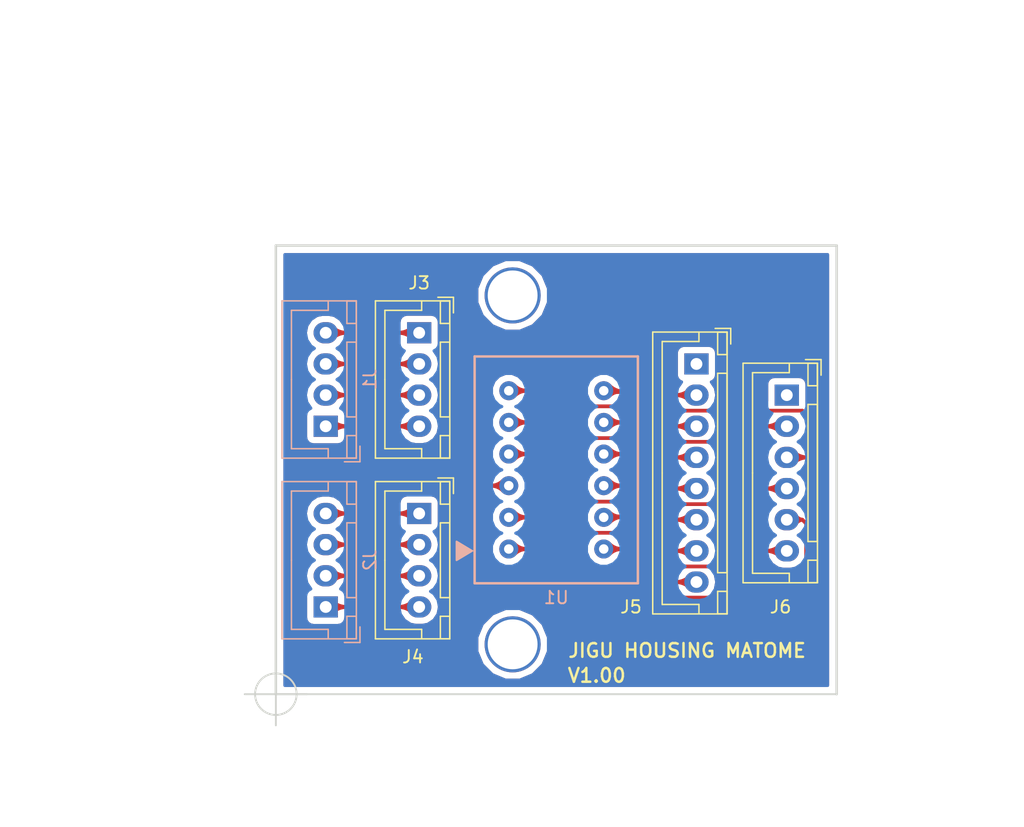
<source format=kicad_pcb>
(kicad_pcb (version 20171130) (host pcbnew "(5.0.0-rc3)")

  (general
    (thickness 1.6)
    (drawings 16)
    (tracks 76)
    (zones 0)
    (modules 7)
    (nets 21)
  )

  (page A4)
  (layers
    (0 F.Cu signal)
    (31 B.Cu signal)
    (32 B.Adhes user)
    (33 F.Adhes user)
    (34 B.Paste user)
    (35 F.Paste user)
    (36 B.SilkS user)
    (37 F.SilkS user)
    (38 B.Mask user)
    (39 F.Mask user)
    (40 Dwgs.User user)
    (41 Cmts.User user)
    (42 Eco1.User user)
    (43 Eco2.User user)
    (44 Edge.Cuts user)
    (45 Margin user)
    (46 B.CrtYd user)
    (47 F.CrtYd user)
    (48 B.Fab user hide)
    (49 F.Fab user hide)
  )

  (setup
    (last_trace_width 0.25)
    (trace_clearance 0.2)
    (zone_clearance 0.5)
    (zone_45_only no)
    (trace_min 0.2)
    (segment_width 0.2)
    (edge_width 0.15)
    (via_size 1)
    (via_drill 0.5)
    (via_min_size 0.4)
    (via_min_drill 0.3)
    (uvia_size 0.3)
    (uvia_drill 0.1)
    (uvias_allowed no)
    (uvia_min_size 0.2)
    (uvia_min_drill 0.1)
    (pcb_text_width 0.3)
    (pcb_text_size 1.5 1.5)
    (mod_edge_width 0.15)
    (mod_text_size 1 1)
    (mod_text_width 0.15)
    (pad_size 1.524 1.524)
    (pad_drill 0.762)
    (pad_to_mask_clearance 0.2)
    (aux_axis_origin 119.75 117)
    (grid_origin 119.75 117)
    (visible_elements 7FFFFFFF)
    (pcbplotparams
      (layerselection 0x010fc_ffffffff)
      (usegerberextensions false)
      (usegerberattributes false)
      (usegerberadvancedattributes false)
      (creategerberjobfile false)
      (excludeedgelayer true)
      (linewidth 0.100000)
      (plotframeref false)
      (viasonmask false)
      (mode 1)
      (useauxorigin false)
      (hpglpennumber 1)
      (hpglpenspeed 20)
      (hpglpendiameter 15.000000)
      (psnegative false)
      (psa4output false)
      (plotreference true)
      (plotvalue true)
      (plotinvisibletext false)
      (padsonsilk false)
      (subtractmaskfromsilk false)
      (outputformat 1)
      (mirror false)
      (drillshape 0)
      (scaleselection 1)
      (outputdirectory "GERBER/"))
  )

  (net 0 "")
  (net 1 "Net-(J1-Pad4)")
  (net 2 "Net-(J1-Pad3)")
  (net 3 "Net-(J1-Pad2)")
  (net 4 "Net-(J1-Pad1)")
  (net 5 "Net-(J2-Pad4)")
  (net 6 "Net-(J2-Pad3)")
  (net 7 "Net-(J2-Pad2)")
  (net 8 "Net-(J2-Pad1)")
  (net 9 "Net-(J5-Pad2)")
  (net 10 "Net-(J5-Pad3)")
  (net 11 "Net-(J5-Pad4)")
  (net 12 "Net-(J5-Pad5)")
  (net 13 "Net-(J5-Pad6)")
  (net 14 "Net-(J5-Pad7)")
  (net 15 "Net-(J5-Pad8)")
  (net 16 "Net-(J6-Pad2)")
  (net 17 "Net-(J6-Pad3)")
  (net 18 "Net-(J6-Pad4)")
  (net 19 "Net-(J6-Pad5)")
  (net 20 "Net-(J6-Pad6)")

  (net_class Default "This is the default net class."
    (clearance 0.2)
    (trace_width 0.25)
    (via_dia 1)
    (via_drill 0.5)
    (uvia_dia 0.3)
    (uvia_drill 0.1)
  )

  (net_class SIG ""
    (clearance 0.25)
    (trace_width 0.3)
    (via_dia 1)
    (via_drill 0.5)
    (uvia_dia 0.3)
    (uvia_drill 0.1)
    (add_net "Net-(J1-Pad1)")
    (add_net "Net-(J1-Pad2)")
    (add_net "Net-(J1-Pad3)")
    (add_net "Net-(J1-Pad4)")
    (add_net "Net-(J2-Pad1)")
    (add_net "Net-(J2-Pad2)")
    (add_net "Net-(J2-Pad3)")
    (add_net "Net-(J2-Pad4)")
    (add_net "Net-(J5-Pad2)")
    (add_net "Net-(J5-Pad3)")
    (add_net "Net-(J5-Pad4)")
    (add_net "Net-(J5-Pad5)")
    (add_net "Net-(J5-Pad6)")
    (add_net "Net-(J5-Pad7)")
    (add_net "Net-(J5-Pad8)")
    (add_net "Net-(J6-Pad2)")
    (add_net "Net-(J6-Pad3)")
    (add_net "Net-(J6-Pad4)")
    (add_net "Net-(J6-Pad5)")
    (add_net "Net-(J6-Pad6)")
  )

  (module LEEVAWNS:757BS locked (layer B.Cu) (tedit 5B7D18E2) (tstamp 5B7D1FB9)
    (at 142.25 99)
    (path /5B7A7A79)
    (fp_text reference U1 (at 0 10.25) (layer B.SilkS)
      (effects (font (size 1 1) (thickness 0.15)) (justify mirror))
    )
    (fp_text value 757BS (at 0 -10.16) (layer B.Fab)
      (effects (font (size 1 1) (thickness 0.15)) (justify mirror))
    )
    (fp_poly (pts (xy -8 5.75) (xy -6.75 6.5) (xy -8 7.25)) (layer B.SilkS) (width 0.15))
    (fp_line (start -6.55 9.1) (end -6.55 -9.1) (layer B.SilkS) (width 0.2))
    (fp_line (start 6.55 -9.1) (end -6.55 -9.1) (layer B.SilkS) (width 0.2))
    (fp_line (start 6.55 9.1) (end 6.55 -9.1) (layer B.SilkS) (width 0.2))
    (fp_line (start -6.55 9.1) (end 6.55 9.1) (layer B.SilkS) (width 0.2))
    (pad 12 thru_hole circle (at 3.81 6.35) (size 1.524 1.524) (drill 0.762) (layers *.Cu *.Mask)
      (net 15 "Net-(J5-Pad8)"))
    (pad 11 thru_hole circle (at 3.81 3.81) (size 1.524 1.524) (drill 0.762) (layers *.Cu *.Mask)
      (net 14 "Net-(J5-Pad7)"))
    (pad 10 thru_hole circle (at 3.81 1.27) (size 1.524 1.524) (drill 0.762) (layers *.Cu *.Mask)
      (net 18 "Net-(J6-Pad4)"))
    (pad 9 thru_hole circle (at 3.81 -1.27) (size 1.524 1.524) (drill 0.762) (layers *.Cu *.Mask)
      (net 12 "Net-(J5-Pad5)"))
    (pad 8 thru_hole circle (at 3.81 -3.81) (size 1.524 1.524) (drill 0.762) (layers *.Cu *.Mask)
      (net 16 "Net-(J6-Pad2)"))
    (pad 7 thru_hole circle (at 3.81 -6.35) (size 1.524 1.524) (drill 0.762) (layers *.Cu *.Mask)
      (net 17 "Net-(J6-Pad3)"))
    (pad 6 thru_hole circle (at -3.81 -6.35) (size 1.524 1.524) (drill 0.762) (layers *.Cu *.Mask)
      (net 9 "Net-(J5-Pad2)"))
    (pad 5 thru_hole circle (at -3.81 -3.81) (size 1.524 1.524) (drill 0.762) (layers *.Cu *.Mask)
      (net 10 "Net-(J5-Pad3)"))
    (pad 4 thru_hole circle (at -3.81 -1.27) (size 1.524 1.524) (drill 0.762) (layers *.Cu *.Mask)
      (net 11 "Net-(J5-Pad4)"))
    (pad 3 thru_hole circle (at -3.81 1.27) (size 1.524 1.524) (drill 0.762) (layers *.Cu *.Mask)
      (net 19 "Net-(J6-Pad5)"))
    (pad 2 thru_hole circle (at -3.81 3.81) (size 1.524 1.524) (drill 0.762) (layers *.Cu *.Mask)
      (net 13 "Net-(J5-Pad6)"))
    (pad 1 thru_hole circle (at -3.81 6.35) (size 1.524 1.524) (drill 0.762) (layers *.Cu *.Mask)
      (net 20 "Net-(J6-Pad6)") (thermal_width 0.5) (thermal_gap 0.5))
  )

  (module Connector_JST:JST_XH_B04B-XH-A_1x04_P2.50mm_Vertical locked (layer B.Cu) (tedit 5A2731AA) (tstamp 5B918BCE)
    (at 123.75 95.5 90)
    (descr "JST XH series connector, B04B-XH-A (http://www.jst-mfg.com/product/pdf/eng/eXH.pdf), generated with kicad-footprint-generator")
    (tags "connector JST XH side entry")
    (path /5B7A7D8C)
    (fp_text reference J1 (at 3.75 3.55 90) (layer B.SilkS)
      (effects (font (size 1 1) (thickness 0.15)) (justify mirror))
    )
    (fp_text value Conn_01x04 (at 3.75 -4.6 90) (layer B.Fab)
      (effects (font (size 1 1) (thickness 0.15)) (justify mirror))
    )
    (fp_text user %R (at 3.75 -2.7 90) (layer B.Fab)
      (effects (font (size 1 1) (thickness 0.15)) (justify mirror))
    )
    (fp_line (start -2.85 2.75) (end -2.85 1.5) (layer B.SilkS) (width 0.12))
    (fp_line (start -1.6 2.75) (end -2.85 2.75) (layer B.SilkS) (width 0.12))
    (fp_line (start 9.3 -2.75) (end 3.75 -2.75) (layer B.SilkS) (width 0.12))
    (fp_line (start 9.3 0.2) (end 9.3 -2.75) (layer B.SilkS) (width 0.12))
    (fp_line (start 10.05 0.2) (end 9.3 0.2) (layer B.SilkS) (width 0.12))
    (fp_line (start -1.8 -2.75) (end 3.75 -2.75) (layer B.SilkS) (width 0.12))
    (fp_line (start -1.8 0.2) (end -1.8 -2.75) (layer B.SilkS) (width 0.12))
    (fp_line (start -2.55 0.2) (end -1.8 0.2) (layer B.SilkS) (width 0.12))
    (fp_line (start 10.05 2.45) (end 8.25 2.45) (layer B.SilkS) (width 0.12))
    (fp_line (start 10.05 1.7) (end 10.05 2.45) (layer B.SilkS) (width 0.12))
    (fp_line (start 8.25 1.7) (end 10.05 1.7) (layer B.SilkS) (width 0.12))
    (fp_line (start 8.25 2.45) (end 8.25 1.7) (layer B.SilkS) (width 0.12))
    (fp_line (start -0.75 2.45) (end -2.55 2.45) (layer B.SilkS) (width 0.12))
    (fp_line (start -0.75 1.7) (end -0.75 2.45) (layer B.SilkS) (width 0.12))
    (fp_line (start -2.55 1.7) (end -0.75 1.7) (layer B.SilkS) (width 0.12))
    (fp_line (start -2.55 2.45) (end -2.55 1.7) (layer B.SilkS) (width 0.12))
    (fp_line (start 6.75 2.45) (end 0.75 2.45) (layer B.SilkS) (width 0.12))
    (fp_line (start 6.75 1.7) (end 6.75 2.45) (layer B.SilkS) (width 0.12))
    (fp_line (start 0.75 1.7) (end 6.75 1.7) (layer B.SilkS) (width 0.12))
    (fp_line (start 0.75 2.45) (end 0.75 1.7) (layer B.SilkS) (width 0.12))
    (fp_line (start 0 1.35) (end 0.625 2.35) (layer B.Fab) (width 0.1))
    (fp_line (start -0.625 2.35) (end 0 1.35) (layer B.Fab) (width 0.1))
    (fp_line (start 10.45 2.85) (end -2.95 2.85) (layer B.CrtYd) (width 0.05))
    (fp_line (start 10.45 -3.9) (end 10.45 2.85) (layer B.CrtYd) (width 0.05))
    (fp_line (start -2.95 -3.9) (end 10.45 -3.9) (layer B.CrtYd) (width 0.05))
    (fp_line (start -2.95 2.85) (end -2.95 -3.9) (layer B.CrtYd) (width 0.05))
    (fp_line (start 10.06 2.46) (end -2.56 2.46) (layer B.SilkS) (width 0.12))
    (fp_line (start 10.06 -3.51) (end 10.06 2.46) (layer B.SilkS) (width 0.12))
    (fp_line (start -2.56 -3.51) (end 10.06 -3.51) (layer B.SilkS) (width 0.12))
    (fp_line (start -2.56 2.46) (end -2.56 -3.51) (layer B.SilkS) (width 0.12))
    (fp_line (start 9.95 2.35) (end -2.45 2.35) (layer B.Fab) (width 0.1))
    (fp_line (start 9.95 -3.4) (end 9.95 2.35) (layer B.Fab) (width 0.1))
    (fp_line (start -2.45 -3.4) (end 9.95 -3.4) (layer B.Fab) (width 0.1))
    (fp_line (start -2.45 2.35) (end -2.45 -3.4) (layer B.Fab) (width 0.1))
    (pad 4 thru_hole oval (at 7.5 0 90) (size 1.7 1.95) (drill 0.95) (layers *.Cu *.Mask)
      (net 1 "Net-(J1-Pad4)"))
    (pad 3 thru_hole oval (at 5 0 90) (size 1.7 1.95) (drill 0.95) (layers *.Cu *.Mask)
      (net 2 "Net-(J1-Pad3)"))
    (pad 2 thru_hole oval (at 2.5 0 90) (size 1.7 1.95) (drill 0.95) (layers *.Cu *.Mask)
      (net 3 "Net-(J1-Pad2)"))
    (pad 1 thru_hole rect (at 0 0 90) (size 1.7 1.95) (drill 0.95) (layers *.Cu *.Mask)
      (net 4 "Net-(J1-Pad1)"))
    (model ${KISYS3DMOD}/Connector_JST.3dshapes/JST_XH_B04B-XH-A_1x04_P2.50mm_Vertical.wrl
      (at (xyz 0 0 0))
      (scale (xyz 1 1 1))
      (rotate (xyz 0 0 0))
    )
  )

  (module Connector_JST:JST_XH_B04B-XH-A_1x04_P2.50mm_Vertical locked (layer B.Cu) (tedit 5A2731AA) (tstamp 5B918BF9)
    (at 123.75 110 90)
    (descr "JST XH series connector, B04B-XH-A (http://www.jst-mfg.com/product/pdf/eng/eXH.pdf), generated with kicad-footprint-generator")
    (tags "connector JST XH side entry")
    (path /5B7ACB26)
    (fp_text reference J2 (at 3.75 3.55 90) (layer B.SilkS)
      (effects (font (size 1 1) (thickness 0.15)) (justify mirror))
    )
    (fp_text value Conn_01x04 (at 3.75 -4.6 90) (layer B.Fab)
      (effects (font (size 1 1) (thickness 0.15)) (justify mirror))
    )
    (fp_text user %R (at 3.75 -2.7 90) (layer B.Fab)
      (effects (font (size 1 1) (thickness 0.15)) (justify mirror))
    )
    (fp_line (start -2.85 2.75) (end -2.85 1.5) (layer B.SilkS) (width 0.12))
    (fp_line (start -1.6 2.75) (end -2.85 2.75) (layer B.SilkS) (width 0.12))
    (fp_line (start 9.3 -2.75) (end 3.75 -2.75) (layer B.SilkS) (width 0.12))
    (fp_line (start 9.3 0.2) (end 9.3 -2.75) (layer B.SilkS) (width 0.12))
    (fp_line (start 10.05 0.2) (end 9.3 0.2) (layer B.SilkS) (width 0.12))
    (fp_line (start -1.8 -2.75) (end 3.75 -2.75) (layer B.SilkS) (width 0.12))
    (fp_line (start -1.8 0.2) (end -1.8 -2.75) (layer B.SilkS) (width 0.12))
    (fp_line (start -2.55 0.2) (end -1.8 0.2) (layer B.SilkS) (width 0.12))
    (fp_line (start 10.05 2.45) (end 8.25 2.45) (layer B.SilkS) (width 0.12))
    (fp_line (start 10.05 1.7) (end 10.05 2.45) (layer B.SilkS) (width 0.12))
    (fp_line (start 8.25 1.7) (end 10.05 1.7) (layer B.SilkS) (width 0.12))
    (fp_line (start 8.25 2.45) (end 8.25 1.7) (layer B.SilkS) (width 0.12))
    (fp_line (start -0.75 2.45) (end -2.55 2.45) (layer B.SilkS) (width 0.12))
    (fp_line (start -0.75 1.7) (end -0.75 2.45) (layer B.SilkS) (width 0.12))
    (fp_line (start -2.55 1.7) (end -0.75 1.7) (layer B.SilkS) (width 0.12))
    (fp_line (start -2.55 2.45) (end -2.55 1.7) (layer B.SilkS) (width 0.12))
    (fp_line (start 6.75 2.45) (end 0.75 2.45) (layer B.SilkS) (width 0.12))
    (fp_line (start 6.75 1.7) (end 6.75 2.45) (layer B.SilkS) (width 0.12))
    (fp_line (start 0.75 1.7) (end 6.75 1.7) (layer B.SilkS) (width 0.12))
    (fp_line (start 0.75 2.45) (end 0.75 1.7) (layer B.SilkS) (width 0.12))
    (fp_line (start 0 1.35) (end 0.625 2.35) (layer B.Fab) (width 0.1))
    (fp_line (start -0.625 2.35) (end 0 1.35) (layer B.Fab) (width 0.1))
    (fp_line (start 10.45 2.85) (end -2.95 2.85) (layer B.CrtYd) (width 0.05))
    (fp_line (start 10.45 -3.9) (end 10.45 2.85) (layer B.CrtYd) (width 0.05))
    (fp_line (start -2.95 -3.9) (end 10.45 -3.9) (layer B.CrtYd) (width 0.05))
    (fp_line (start -2.95 2.85) (end -2.95 -3.9) (layer B.CrtYd) (width 0.05))
    (fp_line (start 10.06 2.46) (end -2.56 2.46) (layer B.SilkS) (width 0.12))
    (fp_line (start 10.06 -3.51) (end 10.06 2.46) (layer B.SilkS) (width 0.12))
    (fp_line (start -2.56 -3.51) (end 10.06 -3.51) (layer B.SilkS) (width 0.12))
    (fp_line (start -2.56 2.46) (end -2.56 -3.51) (layer B.SilkS) (width 0.12))
    (fp_line (start 9.95 2.35) (end -2.45 2.35) (layer B.Fab) (width 0.1))
    (fp_line (start 9.95 -3.4) (end 9.95 2.35) (layer B.Fab) (width 0.1))
    (fp_line (start -2.45 -3.4) (end 9.95 -3.4) (layer B.Fab) (width 0.1))
    (fp_line (start -2.45 2.35) (end -2.45 -3.4) (layer B.Fab) (width 0.1))
    (pad 4 thru_hole oval (at 7.5 0 90) (size 1.7 1.95) (drill 0.95) (layers *.Cu *.Mask)
      (net 5 "Net-(J2-Pad4)"))
    (pad 3 thru_hole oval (at 5 0 90) (size 1.7 1.95) (drill 0.95) (layers *.Cu *.Mask)
      (net 6 "Net-(J2-Pad3)"))
    (pad 2 thru_hole oval (at 2.5 0 90) (size 1.7 1.95) (drill 0.95) (layers *.Cu *.Mask)
      (net 7 "Net-(J2-Pad2)"))
    (pad 1 thru_hole rect (at 0 0 90) (size 1.7 1.95) (drill 0.95) (layers *.Cu *.Mask)
      (net 8 "Net-(J2-Pad1)"))
    (model ${KISYS3DMOD}/Connector_JST.3dshapes/JST_XH_B04B-XH-A_1x04_P2.50mm_Vertical.wrl
      (at (xyz 0 0 0))
      (scale (xyz 1 1 1))
      (rotate (xyz 0 0 0))
    )
  )

  (module Connector_JST:JST_XH_B04B-XH-A_1x04_P2.50mm_Vertical locked (layer F.Cu) (tedit 5A2731AA) (tstamp 5B918C24)
    (at 131.25 88 270)
    (descr "JST XH series connector, B04B-XH-A (http://www.jst-mfg.com/product/pdf/eng/eXH.pdf), generated with kicad-footprint-generator")
    (tags "connector JST XH side entry")
    (path /5B7A7D0A)
    (fp_text reference J3 (at -4 0) (layer F.SilkS)
      (effects (font (size 1 1) (thickness 0.15)))
    )
    (fp_text value Conn_01x04 (at 3.75 4.6 270) (layer F.Fab)
      (effects (font (size 1 1) (thickness 0.15)))
    )
    (fp_line (start -2.45 -2.35) (end -2.45 3.4) (layer F.Fab) (width 0.1))
    (fp_line (start -2.45 3.4) (end 9.95 3.4) (layer F.Fab) (width 0.1))
    (fp_line (start 9.95 3.4) (end 9.95 -2.35) (layer F.Fab) (width 0.1))
    (fp_line (start 9.95 -2.35) (end -2.45 -2.35) (layer F.Fab) (width 0.1))
    (fp_line (start -2.56 -2.46) (end -2.56 3.51) (layer F.SilkS) (width 0.12))
    (fp_line (start -2.56 3.51) (end 10.06 3.51) (layer F.SilkS) (width 0.12))
    (fp_line (start 10.06 3.51) (end 10.06 -2.46) (layer F.SilkS) (width 0.12))
    (fp_line (start 10.06 -2.46) (end -2.56 -2.46) (layer F.SilkS) (width 0.12))
    (fp_line (start -2.95 -2.85) (end -2.95 3.9) (layer F.CrtYd) (width 0.05))
    (fp_line (start -2.95 3.9) (end 10.45 3.9) (layer F.CrtYd) (width 0.05))
    (fp_line (start 10.45 3.9) (end 10.45 -2.85) (layer F.CrtYd) (width 0.05))
    (fp_line (start 10.45 -2.85) (end -2.95 -2.85) (layer F.CrtYd) (width 0.05))
    (fp_line (start -0.625 -2.35) (end 0 -1.35) (layer F.Fab) (width 0.1))
    (fp_line (start 0 -1.35) (end 0.625 -2.35) (layer F.Fab) (width 0.1))
    (fp_line (start 0.75 -2.45) (end 0.75 -1.7) (layer F.SilkS) (width 0.12))
    (fp_line (start 0.75 -1.7) (end 6.75 -1.7) (layer F.SilkS) (width 0.12))
    (fp_line (start 6.75 -1.7) (end 6.75 -2.45) (layer F.SilkS) (width 0.12))
    (fp_line (start 6.75 -2.45) (end 0.75 -2.45) (layer F.SilkS) (width 0.12))
    (fp_line (start -2.55 -2.45) (end -2.55 -1.7) (layer F.SilkS) (width 0.12))
    (fp_line (start -2.55 -1.7) (end -0.75 -1.7) (layer F.SilkS) (width 0.12))
    (fp_line (start -0.75 -1.7) (end -0.75 -2.45) (layer F.SilkS) (width 0.12))
    (fp_line (start -0.75 -2.45) (end -2.55 -2.45) (layer F.SilkS) (width 0.12))
    (fp_line (start 8.25 -2.45) (end 8.25 -1.7) (layer F.SilkS) (width 0.12))
    (fp_line (start 8.25 -1.7) (end 10.05 -1.7) (layer F.SilkS) (width 0.12))
    (fp_line (start 10.05 -1.7) (end 10.05 -2.45) (layer F.SilkS) (width 0.12))
    (fp_line (start 10.05 -2.45) (end 8.25 -2.45) (layer F.SilkS) (width 0.12))
    (fp_line (start -2.55 -0.2) (end -1.8 -0.2) (layer F.SilkS) (width 0.12))
    (fp_line (start -1.8 -0.2) (end -1.8 2.75) (layer F.SilkS) (width 0.12))
    (fp_line (start -1.8 2.75) (end 3.75 2.75) (layer F.SilkS) (width 0.12))
    (fp_line (start 10.05 -0.2) (end 9.3 -0.2) (layer F.SilkS) (width 0.12))
    (fp_line (start 9.3 -0.2) (end 9.3 2.75) (layer F.SilkS) (width 0.12))
    (fp_line (start 9.3 2.75) (end 3.75 2.75) (layer F.SilkS) (width 0.12))
    (fp_line (start -1.6 -2.75) (end -2.85 -2.75) (layer F.SilkS) (width 0.12))
    (fp_line (start -2.85 -2.75) (end -2.85 -1.5) (layer F.SilkS) (width 0.12))
    (fp_text user %R (at 3.75 2.7 270) (layer F.Fab)
      (effects (font (size 1 1) (thickness 0.15)))
    )
    (pad 1 thru_hole rect (at 0 0 270) (size 1.7 1.95) (drill 0.95) (layers *.Cu *.Mask)
      (net 1 "Net-(J1-Pad4)"))
    (pad 2 thru_hole oval (at 2.5 0 270) (size 1.7 1.95) (drill 0.95) (layers *.Cu *.Mask)
      (net 2 "Net-(J1-Pad3)"))
    (pad 3 thru_hole oval (at 5 0 270) (size 1.7 1.95) (drill 0.95) (layers *.Cu *.Mask)
      (net 3 "Net-(J1-Pad2)"))
    (pad 4 thru_hole oval (at 7.5 0 270) (size 1.7 1.95) (drill 0.95) (layers *.Cu *.Mask)
      (net 4 "Net-(J1-Pad1)"))
    (model ${KISYS3DMOD}/Connector_JST.3dshapes/JST_XH_B04B-XH-A_1x04_P2.50mm_Vertical.wrl
      (at (xyz 0 0 0))
      (scale (xyz 1 1 1))
      (rotate (xyz 0 0 0))
    )
  )

  (module Connector_JST:JST_XH_B04B-XH-A_1x04_P2.50mm_Vertical locked (layer F.Cu) (tedit 5A2731AA) (tstamp 5B918C4F)
    (at 131.25 102.5 270)
    (descr "JST XH series connector, B04B-XH-A (http://www.jst-mfg.com/product/pdf/eng/eXH.pdf), generated with kicad-footprint-generator")
    (tags "connector JST XH side entry")
    (path /5B7ACB1F)
    (fp_text reference J4 (at 11.5 0.5) (layer F.SilkS)
      (effects (font (size 1 1) (thickness 0.15)))
    )
    (fp_text value Conn_01x04 (at 3.75 4.6 270) (layer F.Fab)
      (effects (font (size 1 1) (thickness 0.15)))
    )
    (fp_line (start -2.45 -2.35) (end -2.45 3.4) (layer F.Fab) (width 0.1))
    (fp_line (start -2.45 3.4) (end 9.95 3.4) (layer F.Fab) (width 0.1))
    (fp_line (start 9.95 3.4) (end 9.95 -2.35) (layer F.Fab) (width 0.1))
    (fp_line (start 9.95 -2.35) (end -2.45 -2.35) (layer F.Fab) (width 0.1))
    (fp_line (start -2.56 -2.46) (end -2.56 3.51) (layer F.SilkS) (width 0.12))
    (fp_line (start -2.56 3.51) (end 10.06 3.51) (layer F.SilkS) (width 0.12))
    (fp_line (start 10.06 3.51) (end 10.06 -2.46) (layer F.SilkS) (width 0.12))
    (fp_line (start 10.06 -2.46) (end -2.56 -2.46) (layer F.SilkS) (width 0.12))
    (fp_line (start -2.95 -2.85) (end -2.95 3.9) (layer F.CrtYd) (width 0.05))
    (fp_line (start -2.95 3.9) (end 10.45 3.9) (layer F.CrtYd) (width 0.05))
    (fp_line (start 10.45 3.9) (end 10.45 -2.85) (layer F.CrtYd) (width 0.05))
    (fp_line (start 10.45 -2.85) (end -2.95 -2.85) (layer F.CrtYd) (width 0.05))
    (fp_line (start -0.625 -2.35) (end 0 -1.35) (layer F.Fab) (width 0.1))
    (fp_line (start 0 -1.35) (end 0.625 -2.35) (layer F.Fab) (width 0.1))
    (fp_line (start 0.75 -2.45) (end 0.75 -1.7) (layer F.SilkS) (width 0.12))
    (fp_line (start 0.75 -1.7) (end 6.75 -1.7) (layer F.SilkS) (width 0.12))
    (fp_line (start 6.75 -1.7) (end 6.75 -2.45) (layer F.SilkS) (width 0.12))
    (fp_line (start 6.75 -2.45) (end 0.75 -2.45) (layer F.SilkS) (width 0.12))
    (fp_line (start -2.55 -2.45) (end -2.55 -1.7) (layer F.SilkS) (width 0.12))
    (fp_line (start -2.55 -1.7) (end -0.75 -1.7) (layer F.SilkS) (width 0.12))
    (fp_line (start -0.75 -1.7) (end -0.75 -2.45) (layer F.SilkS) (width 0.12))
    (fp_line (start -0.75 -2.45) (end -2.55 -2.45) (layer F.SilkS) (width 0.12))
    (fp_line (start 8.25 -2.45) (end 8.25 -1.7) (layer F.SilkS) (width 0.12))
    (fp_line (start 8.25 -1.7) (end 10.05 -1.7) (layer F.SilkS) (width 0.12))
    (fp_line (start 10.05 -1.7) (end 10.05 -2.45) (layer F.SilkS) (width 0.12))
    (fp_line (start 10.05 -2.45) (end 8.25 -2.45) (layer F.SilkS) (width 0.12))
    (fp_line (start -2.55 -0.2) (end -1.8 -0.2) (layer F.SilkS) (width 0.12))
    (fp_line (start -1.8 -0.2) (end -1.8 2.75) (layer F.SilkS) (width 0.12))
    (fp_line (start -1.8 2.75) (end 3.75 2.75) (layer F.SilkS) (width 0.12))
    (fp_line (start 10.05 -0.2) (end 9.3 -0.2) (layer F.SilkS) (width 0.12))
    (fp_line (start 9.3 -0.2) (end 9.3 2.75) (layer F.SilkS) (width 0.12))
    (fp_line (start 9.3 2.75) (end 3.75 2.75) (layer F.SilkS) (width 0.12))
    (fp_line (start -1.6 -2.75) (end -2.85 -2.75) (layer F.SilkS) (width 0.12))
    (fp_line (start -2.85 -2.75) (end -2.85 -1.5) (layer F.SilkS) (width 0.12))
    (fp_text user %R (at 3.75 2.7 270) (layer F.Fab)
      (effects (font (size 1 1) (thickness 0.15)))
    )
    (pad 1 thru_hole rect (at 0 0 270) (size 1.7 1.95) (drill 0.95) (layers *.Cu *.Mask)
      (net 5 "Net-(J2-Pad4)"))
    (pad 2 thru_hole oval (at 2.5 0 270) (size 1.7 1.95) (drill 0.95) (layers *.Cu *.Mask)
      (net 6 "Net-(J2-Pad3)"))
    (pad 3 thru_hole oval (at 5 0 270) (size 1.7 1.95) (drill 0.95) (layers *.Cu *.Mask)
      (net 7 "Net-(J2-Pad2)"))
    (pad 4 thru_hole oval (at 7.5 0 270) (size 1.7 1.95) (drill 0.95) (layers *.Cu *.Mask)
      (net 8 "Net-(J2-Pad1)"))
    (model ${KISYS3DMOD}/Connector_JST.3dshapes/JST_XH_B04B-XH-A_1x04_P2.50mm_Vertical.wrl
      (at (xyz 0 0 0))
      (scale (xyz 1 1 1))
      (rotate (xyz 0 0 0))
    )
  )

  (module Connector_JST:JST_XH_B08B-XH-A_1x08_P2.50mm_Vertical locked (layer F.Cu) (tedit 5A2731AA) (tstamp 5B918C7E)
    (at 153.5 90.5 270)
    (descr "JST XH series connector, B08B-XH-A (http://www.jst-mfg.com/product/pdf/eng/eXH.pdf), generated with kicad-footprint-generator")
    (tags "connector JST XH side entry")
    (path /5B7A7B78)
    (fp_text reference J5 (at 19.5 5.25) (layer F.SilkS)
      (effects (font (size 1 1) (thickness 0.15)))
    )
    (fp_text value Conn_01x08 (at 8.75 4.6 270) (layer F.Fab)
      (effects (font (size 1 1) (thickness 0.15)))
    )
    (fp_line (start -2.45 -2.35) (end -2.45 3.4) (layer F.Fab) (width 0.1))
    (fp_line (start -2.45 3.4) (end 19.95 3.4) (layer F.Fab) (width 0.1))
    (fp_line (start 19.95 3.4) (end 19.95 -2.35) (layer F.Fab) (width 0.1))
    (fp_line (start 19.95 -2.35) (end -2.45 -2.35) (layer F.Fab) (width 0.1))
    (fp_line (start -2.56 -2.46) (end -2.56 3.51) (layer F.SilkS) (width 0.12))
    (fp_line (start -2.56 3.51) (end 20.06 3.51) (layer F.SilkS) (width 0.12))
    (fp_line (start 20.06 3.51) (end 20.06 -2.46) (layer F.SilkS) (width 0.12))
    (fp_line (start 20.06 -2.46) (end -2.56 -2.46) (layer F.SilkS) (width 0.12))
    (fp_line (start -2.95 -2.85) (end -2.95 3.9) (layer F.CrtYd) (width 0.05))
    (fp_line (start -2.95 3.9) (end 20.45 3.9) (layer F.CrtYd) (width 0.05))
    (fp_line (start 20.45 3.9) (end 20.45 -2.85) (layer F.CrtYd) (width 0.05))
    (fp_line (start 20.45 -2.85) (end -2.95 -2.85) (layer F.CrtYd) (width 0.05))
    (fp_line (start -0.625 -2.35) (end 0 -1.35) (layer F.Fab) (width 0.1))
    (fp_line (start 0 -1.35) (end 0.625 -2.35) (layer F.Fab) (width 0.1))
    (fp_line (start 0.75 -2.45) (end 0.75 -1.7) (layer F.SilkS) (width 0.12))
    (fp_line (start 0.75 -1.7) (end 16.75 -1.7) (layer F.SilkS) (width 0.12))
    (fp_line (start 16.75 -1.7) (end 16.75 -2.45) (layer F.SilkS) (width 0.12))
    (fp_line (start 16.75 -2.45) (end 0.75 -2.45) (layer F.SilkS) (width 0.12))
    (fp_line (start -2.55 -2.45) (end -2.55 -1.7) (layer F.SilkS) (width 0.12))
    (fp_line (start -2.55 -1.7) (end -0.75 -1.7) (layer F.SilkS) (width 0.12))
    (fp_line (start -0.75 -1.7) (end -0.75 -2.45) (layer F.SilkS) (width 0.12))
    (fp_line (start -0.75 -2.45) (end -2.55 -2.45) (layer F.SilkS) (width 0.12))
    (fp_line (start 18.25 -2.45) (end 18.25 -1.7) (layer F.SilkS) (width 0.12))
    (fp_line (start 18.25 -1.7) (end 20.05 -1.7) (layer F.SilkS) (width 0.12))
    (fp_line (start 20.05 -1.7) (end 20.05 -2.45) (layer F.SilkS) (width 0.12))
    (fp_line (start 20.05 -2.45) (end 18.25 -2.45) (layer F.SilkS) (width 0.12))
    (fp_line (start -2.55 -0.2) (end -1.8 -0.2) (layer F.SilkS) (width 0.12))
    (fp_line (start -1.8 -0.2) (end -1.8 2.75) (layer F.SilkS) (width 0.12))
    (fp_line (start -1.8 2.75) (end 8.75 2.75) (layer F.SilkS) (width 0.12))
    (fp_line (start 20.05 -0.2) (end 19.3 -0.2) (layer F.SilkS) (width 0.12))
    (fp_line (start 19.3 -0.2) (end 19.3 2.75) (layer F.SilkS) (width 0.12))
    (fp_line (start 19.3 2.75) (end 8.75 2.75) (layer F.SilkS) (width 0.12))
    (fp_line (start -1.6 -2.75) (end -2.85 -2.75) (layer F.SilkS) (width 0.12))
    (fp_line (start -2.85 -2.75) (end -2.85 -1.5) (layer F.SilkS) (width 0.12))
    (fp_text user %R (at 8.75 2.7 270) (layer F.Fab)
      (effects (font (size 1 1) (thickness 0.15)))
    )
    (pad 1 thru_hole rect (at 0 0 270) (size 1.7 1.95) (drill 0.95) (layers *.Cu *.Mask))
    (pad 2 thru_hole oval (at 2.5 0 270) (size 1.7 1.95) (drill 0.95) (layers *.Cu *.Mask)
      (net 9 "Net-(J5-Pad2)"))
    (pad 3 thru_hole oval (at 5 0 270) (size 1.7 1.95) (drill 0.95) (layers *.Cu *.Mask)
      (net 10 "Net-(J5-Pad3)"))
    (pad 4 thru_hole oval (at 7.5 0 270) (size 1.7 1.95) (drill 0.95) (layers *.Cu *.Mask)
      (net 11 "Net-(J5-Pad4)"))
    (pad 5 thru_hole oval (at 10 0 270) (size 1.7 1.95) (drill 0.95) (layers *.Cu *.Mask)
      (net 12 "Net-(J5-Pad5)"))
    (pad 6 thru_hole oval (at 12.5 0 270) (size 1.7 1.95) (drill 0.95) (layers *.Cu *.Mask)
      (net 13 "Net-(J5-Pad6)"))
    (pad 7 thru_hole oval (at 15 0 270) (size 1.7 1.95) (drill 0.95) (layers *.Cu *.Mask)
      (net 14 "Net-(J5-Pad7)"))
    (pad 8 thru_hole oval (at 17.5 0 270) (size 1.7 1.95) (drill 0.95) (layers *.Cu *.Mask)
      (net 15 "Net-(J5-Pad8)"))
    (model ${KISYS3DMOD}/Connector_JST.3dshapes/JST_XH_B08B-XH-A_1x08_P2.50mm_Vertical.wrl
      (at (xyz 0 0 0))
      (scale (xyz 1 1 1))
      (rotate (xyz 0 0 0))
    )
  )

  (module Connector_JST:JST_XH_B06B-XH-A_1x06_P2.50mm_Vertical locked (layer F.Cu) (tedit 5A2731AA) (tstamp 5B918CAB)
    (at 160.75 93 270)
    (descr "JST XH series connector, B06B-XH-A (http://www.jst-mfg.com/product/pdf/eng/eXH.pdf), generated with kicad-footprint-generator")
    (tags "connector JST XH side entry")
    (path /5B7A7C8C)
    (fp_text reference J6 (at 17 0.5) (layer F.SilkS)
      (effects (font (size 1 1) (thickness 0.15)))
    )
    (fp_text value Conn_01x06 (at 6.25 4.6 270) (layer F.Fab)
      (effects (font (size 1 1) (thickness 0.15)))
    )
    (fp_line (start -2.45 -2.35) (end -2.45 3.4) (layer F.Fab) (width 0.1))
    (fp_line (start -2.45 3.4) (end 14.95 3.4) (layer F.Fab) (width 0.1))
    (fp_line (start 14.95 3.4) (end 14.95 -2.35) (layer F.Fab) (width 0.1))
    (fp_line (start 14.95 -2.35) (end -2.45 -2.35) (layer F.Fab) (width 0.1))
    (fp_line (start -2.56 -2.46) (end -2.56 3.51) (layer F.SilkS) (width 0.12))
    (fp_line (start -2.56 3.51) (end 15.06 3.51) (layer F.SilkS) (width 0.12))
    (fp_line (start 15.06 3.51) (end 15.06 -2.46) (layer F.SilkS) (width 0.12))
    (fp_line (start 15.06 -2.46) (end -2.56 -2.46) (layer F.SilkS) (width 0.12))
    (fp_line (start -2.95 -2.85) (end -2.95 3.9) (layer F.CrtYd) (width 0.05))
    (fp_line (start -2.95 3.9) (end 15.45 3.9) (layer F.CrtYd) (width 0.05))
    (fp_line (start 15.45 3.9) (end 15.45 -2.85) (layer F.CrtYd) (width 0.05))
    (fp_line (start 15.45 -2.85) (end -2.95 -2.85) (layer F.CrtYd) (width 0.05))
    (fp_line (start -0.625 -2.35) (end 0 -1.35) (layer F.Fab) (width 0.1))
    (fp_line (start 0 -1.35) (end 0.625 -2.35) (layer F.Fab) (width 0.1))
    (fp_line (start 0.75 -2.45) (end 0.75 -1.7) (layer F.SilkS) (width 0.12))
    (fp_line (start 0.75 -1.7) (end 11.75 -1.7) (layer F.SilkS) (width 0.12))
    (fp_line (start 11.75 -1.7) (end 11.75 -2.45) (layer F.SilkS) (width 0.12))
    (fp_line (start 11.75 -2.45) (end 0.75 -2.45) (layer F.SilkS) (width 0.12))
    (fp_line (start -2.55 -2.45) (end -2.55 -1.7) (layer F.SilkS) (width 0.12))
    (fp_line (start -2.55 -1.7) (end -0.75 -1.7) (layer F.SilkS) (width 0.12))
    (fp_line (start -0.75 -1.7) (end -0.75 -2.45) (layer F.SilkS) (width 0.12))
    (fp_line (start -0.75 -2.45) (end -2.55 -2.45) (layer F.SilkS) (width 0.12))
    (fp_line (start 13.25 -2.45) (end 13.25 -1.7) (layer F.SilkS) (width 0.12))
    (fp_line (start 13.25 -1.7) (end 15.05 -1.7) (layer F.SilkS) (width 0.12))
    (fp_line (start 15.05 -1.7) (end 15.05 -2.45) (layer F.SilkS) (width 0.12))
    (fp_line (start 15.05 -2.45) (end 13.25 -2.45) (layer F.SilkS) (width 0.12))
    (fp_line (start -2.55 -0.2) (end -1.8 -0.2) (layer F.SilkS) (width 0.12))
    (fp_line (start -1.8 -0.2) (end -1.8 2.75) (layer F.SilkS) (width 0.12))
    (fp_line (start -1.8 2.75) (end 6.25 2.75) (layer F.SilkS) (width 0.12))
    (fp_line (start 15.05 -0.2) (end 14.3 -0.2) (layer F.SilkS) (width 0.12))
    (fp_line (start 14.3 -0.2) (end 14.3 2.75) (layer F.SilkS) (width 0.12))
    (fp_line (start 14.3 2.75) (end 6.25 2.75) (layer F.SilkS) (width 0.12))
    (fp_line (start -1.6 -2.75) (end -2.85 -2.75) (layer F.SilkS) (width 0.12))
    (fp_line (start -2.85 -2.75) (end -2.85 -1.5) (layer F.SilkS) (width 0.12))
    (fp_text user %R (at 6.25 2.7 270) (layer F.Fab)
      (effects (font (size 1 1) (thickness 0.15)))
    )
    (pad 1 thru_hole rect (at 0 0 270) (size 1.7 1.95) (drill 0.95) (layers *.Cu *.Mask))
    (pad 2 thru_hole oval (at 2.5 0 270) (size 1.7 1.95) (drill 0.95) (layers *.Cu *.Mask)
      (net 16 "Net-(J6-Pad2)"))
    (pad 3 thru_hole oval (at 5 0 270) (size 1.7 1.95) (drill 0.95) (layers *.Cu *.Mask)
      (net 17 "Net-(J6-Pad3)"))
    (pad 4 thru_hole oval (at 7.5 0 270) (size 1.7 1.95) (drill 0.95) (layers *.Cu *.Mask)
      (net 18 "Net-(J6-Pad4)"))
    (pad 5 thru_hole oval (at 10 0 270) (size 1.7 1.95) (drill 0.95) (layers *.Cu *.Mask)
      (net 19 "Net-(J6-Pad5)"))
    (pad 6 thru_hole oval (at 12.5 0 270) (size 1.7 1.95) (drill 0.95) (layers *.Cu *.Mask)
      (net 20 "Net-(J6-Pad6)"))
    (model ${KISYS3DMOD}/Connector_JST.3dshapes/JST_XH_B06B-XH-A_1x06_P2.50mm_Vertical.wrl
      (at (xyz 0 0 0))
      (scale (xyz 1 1 1))
      (rotate (xyz 0 0 0))
    )
  )

  (target plus (at 119.75 117) (size 5) (width 0.15) (layer Edge.Cuts))
  (gr_text V1.00 (at 145.5 115.5) (layer F.SilkS)
    (effects (font (size 1.1 1.1) (thickness 0.2)))
  )
  (gr_text "JIGU HOUSING MATOME" (at 152.75 113.5) (layer F.SilkS)
    (effects (font (size 1.1 1.1) (thickness 0.2)))
  )
  (dimension 4 (width 0.3) (layer Dwgs.User)
    (gr_text "4,000 mm" (at 169.35 83 270) (layer Dwgs.User)
      (effects (font (size 1.5 1.5) (thickness 0.3)))
    )
    (feature1 (pts (xy 119.75 85) (xy 167.836421 85)))
    (feature2 (pts (xy 119.75 81) (xy 167.836421 81)))
    (crossbar (pts (xy 167.25 81) (xy 167.25 85)))
    (arrow1a (pts (xy 167.25 85) (xy 166.663579 83.873496)))
    (arrow1b (pts (xy 167.25 85) (xy 167.836421 83.873496)))
    (arrow2a (pts (xy 167.25 81) (xy 166.663579 82.126504)))
    (arrow2b (pts (xy 167.25 81) (xy 167.836421 82.126504)))
  )
  (dimension 4 (width 0.3) (layer Dwgs.User)
    (gr_text "4,000 mm" (at 177.849999 115 90) (layer Dwgs.User)
      (effects (font (size 1.5 1.5) (thickness 0.3)))
    )
    (feature1 (pts (xy 119.75 113) (xy 176.33642 113)))
    (feature2 (pts (xy 119.75 117) (xy 176.33642 117)))
    (crossbar (pts (xy 175.749999 117) (xy 175.749999 113)))
    (arrow1a (pts (xy 175.749999 113) (xy 176.33642 114.126504)))
    (arrow1b (pts (xy 175.749999 113) (xy 175.163578 114.126504)))
    (arrow2a (pts (xy 175.749999 117) (xy 176.33642 115.873496)))
    (arrow2b (pts (xy 175.749999 117) (xy 175.163578 115.873496)))
  )
  (dimension 19 (width 0.3) (layer Dwgs.User)
    (gr_text "19,000 mm" (at 129.25 62.4) (layer Dwgs.User)
      (effects (font (size 1.5 1.5) (thickness 0.3)))
    )
    (feature1 (pts (xy 138.75 127.5) (xy 138.75 63.913579)))
    (feature2 (pts (xy 119.75 127.5) (xy 119.75 63.913579)))
    (crossbar (pts (xy 119.75 64.5) (xy 138.75 64.5)))
    (arrow1a (pts (xy 138.75 64.5) (xy 137.623496 65.086421)))
    (arrow1b (pts (xy 138.75 64.5) (xy 137.623496 63.913579)))
    (arrow2a (pts (xy 119.75 64.5) (xy 120.876504 65.086421)))
    (arrow2b (pts (xy 119.75 64.5) (xy 120.876504 63.913579)))
  )
  (dimension 9 (width 0.3) (layer Dwgs.User)
    (gr_text "9,000 mm" (at 131.25 73.4) (layer Dwgs.User)
      (effects (font (size 1.5 1.5) (thickness 0.3)))
    )
    (feature1 (pts (xy 126.75 126) (xy 126.75 74.913579)))
    (feature2 (pts (xy 135.75 126) (xy 135.75 74.913579)))
    (crossbar (pts (xy 135.75 75.5) (xy 126.75 75.5)))
    (arrow1a (pts (xy 126.75 75.5) (xy 127.876504 74.913579)))
    (arrow1b (pts (xy 126.75 75.5) (xy 127.876504 76.086421)))
    (arrow2a (pts (xy 135.75 75.5) (xy 134.623496 74.913579)))
    (arrow2b (pts (xy 135.75 75.5) (xy 134.623496 76.086421)))
  )
  (dimension 16 (width 0.3) (layer Dwgs.User)
    (gr_text "16,000 mm" (at 127.75 66.4) (layer Dwgs.User)
      (effects (font (size 1.5 1.5) (thickness 0.3)))
    )
    (feature1 (pts (xy 135.75 125.5) (xy 135.75 67.913579)))
    (feature2 (pts (xy 119.75 125.5) (xy 119.75 67.913579)))
    (crossbar (pts (xy 119.75 68.5) (xy 135.75 68.5)))
    (arrow1a (pts (xy 135.75 68.5) (xy 134.623496 69.086421)))
    (arrow1b (pts (xy 135.75 68.5) (xy 134.623496 67.913579)))
    (arrow2a (pts (xy 119.75 68.5) (xy 120.876504 69.086421)))
    (arrow2b (pts (xy 119.75 68.5) (xy 120.876504 67.913579)))
  )
  (gr_line (start 164.75 81) (end 164.75 117) (layer Edge.Cuts) (width 0.2))
  (gr_line (start 119.75 81) (end 164.75 81) (layer Edge.Cuts) (width 0.2))
  (gr_line (start 119.75 117) (end 119.75 81) (layer Edge.Cuts) (width 0.2))
  (gr_line (start 115.75 99) (end 170.25 99) (layer Dwgs.User) (width 0.2))
  (dimension 18 (width 0.3) (layer Dwgs.User)
    (gr_text "18,000 mm" (at 103.15 108 90) (layer Dwgs.User)
      (effects (font (size 1.5 1.5) (thickness 0.3)))
    )
    (feature1 (pts (xy 108.25 99) (xy 104.663579 99)))
    (feature2 (pts (xy 108.25 117) (xy 104.663579 117)))
    (crossbar (pts (xy 105.25 117) (xy 105.25 99)))
    (arrow1a (pts (xy 105.25 99) (xy 105.836421 100.126504)))
    (arrow1b (pts (xy 105.25 99) (xy 104.663579 100.126504)))
    (arrow2a (pts (xy 105.25 117) (xy 105.836421 115.873496)))
    (arrow2b (pts (xy 105.25 117) (xy 104.663579 115.873496)))
  )
  (dimension 36 (width 0.3) (layer Dwgs.User)
    (gr_text "36,000 mm" (at 112.15 99 90) (layer Dwgs.User)
      (effects (font (size 1.5 1.5) (thickness 0.3)))
    )
    (feature1 (pts (xy 118.75 81) (xy 113.663579 81)))
    (feature2 (pts (xy 118.75 117) (xy 113.663579 117)))
    (crossbar (pts (xy 114.25 117) (xy 114.25 81)))
    (arrow1a (pts (xy 114.25 81) (xy 114.836421 82.126504)))
    (arrow1b (pts (xy 114.25 81) (xy 113.663579 82.126504)))
    (arrow2a (pts (xy 114.25 117) (xy 114.836421 115.873496)))
    (arrow2b (pts (xy 114.25 117) (xy 113.663579 115.873496)))
  )
  (dimension 45 (width 0.3) (layer Dwgs.User)
    (gr_text "45,000 mm" (at 142.25 121.6) (layer Dwgs.User)
      (effects (font (size 1.5 1.5) (thickness 0.3)))
    )
    (feature1 (pts (xy 164.75 118) (xy 164.75 120.086421)))
    (feature2 (pts (xy 119.75 118) (xy 119.75 120.086421)))
    (crossbar (pts (xy 119.75 119.5) (xy 164.75 119.5)))
    (arrow1a (pts (xy 164.75 119.5) (xy 163.623496 120.086421)))
    (arrow1b (pts (xy 164.75 119.5) (xy 163.623496 118.913579)))
    (arrow2a (pts (xy 119.75 119.5) (xy 120.876504 120.086421)))
    (arrow2b (pts (xy 119.75 119.5) (xy 120.876504 118.913579)))
  )
  (gr_line (start 119.75 117) (end 164.75 117) (layer Edge.Cuts) (width 0.15))

  (via (at 138.75 113) (size 4.5) (drill 4) (layers F.Cu B.Cu) (net 0))
  (via (at 138.75 85) (size 4.5) (drill 4) (layers F.Cu B.Cu) (net 0))
  (segment (start 123.75 88) (end 131.25 88) (width 0.3) (layer F.Cu) (net 1))
  (segment (start 131.25 90.5) (end 123.75 90.5) (width 0.3) (layer F.Cu) (net 2))
  (segment (start 123.75 93) (end 131.25 93) (width 0.3) (layer F.Cu) (net 3))
  (segment (start 131.25 95.5) (end 123.75 95.5) (width 0.3) (layer F.Cu) (net 4))
  (segment (start 131.25 102.5) (end 123.75 102.5) (width 0.3) (layer F.Cu) (net 5))
  (segment (start 131.25 105) (end 123.75 105) (width 0.3) (layer F.Cu) (net 6))
  (segment (start 131.25 107.5) (end 123.75 107.5) (width 0.3) (layer F.Cu) (net 7))
  (segment (start 131.25 110) (end 123.75 110) (width 0.3) (layer F.Cu) (net 8))
  (segment (start 142.6 92.65) (end 138.44 92.65) (width 0.3) (layer F.Cu) (net 9))
  (segment (start 144.25 91) (end 142.6 92.65) (width 0.3) (layer F.Cu) (net 9))
  (segment (start 148.75 91) (end 144.25 91) (width 0.3) (layer F.Cu) (net 9))
  (segment (start 153.5 93) (end 150.75 93) (width 0.3) (layer F.Cu) (net 9))
  (segment (start 150.75 93) (end 148.75 91) (width 0.3) (layer F.Cu) (net 9))
  (segment (start 148.9 93.9) (end 150.5 95.5) (width 0.3) (layer F.Cu) (net 10))
  (segment (start 150.5 95.5) (end 153.5 95.5) (width 0.3) (layer F.Cu) (net 10))
  (segment (start 144.35 93.9) (end 148.9 93.9) (width 0.3) (layer F.Cu) (net 10))
  (segment (start 138.44 95.19) (end 143.06 95.19) (width 0.3) (layer F.Cu) (net 10))
  (segment (start 143.06 95.19) (end 144.35 93.9) (width 0.3) (layer F.Cu) (net 10))
  (segment (start 150.25 98) (end 153.5 98) (width 0.3) (layer F.Cu) (net 11))
  (segment (start 148.7 96.45) (end 150.25 98) (width 0.3) (layer F.Cu) (net 11))
  (segment (start 144.3 96.45) (end 148.7 96.45) (width 0.3) (layer F.Cu) (net 11))
  (segment (start 138.44 97.73) (end 143.02 97.73) (width 0.3) (layer F.Cu) (net 11))
  (segment (start 143.02 97.73) (end 144.3 96.45) (width 0.3) (layer F.Cu) (net 11))
  (segment (start 150.5 100.5) (end 153.5 100.5) (width 0.3) (layer F.Cu) (net 12))
  (segment (start 146.06 97.73) (end 147.73 97.73) (width 0.3) (layer F.Cu) (net 12))
  (segment (start 147.73 97.73) (end 150.5 100.5) (width 0.3) (layer F.Cu) (net 12))
  (segment (start 142.44 102.81) (end 138.44 102.81) (width 0.3) (layer F.Cu) (net 13))
  (segment (start 143.7 101.55) (end 142.44 102.81) (width 0.3) (layer F.Cu) (net 13))
  (segment (start 149.05 101.55) (end 143.7 101.55) (width 0.3) (layer F.Cu) (net 13))
  (segment (start 153.5 103) (end 150.5 103) (width 0.3) (layer F.Cu) (net 13))
  (segment (start 150.5 103) (end 149.05 101.55) (width 0.3) (layer F.Cu) (net 13))
  (segment (start 150.5 105.5) (end 153.5 105.5) (width 0.3) (layer F.Cu) (net 14))
  (segment (start 147.75 102.75) (end 150.5 105.5) (width 0.3) (layer F.Cu) (net 14))
  (segment (start 146.06 102.81) (end 146.12 102.75) (width 0.3) (layer F.Cu) (net 14))
  (segment (start 146.12 102.75) (end 147.75 102.75) (width 0.3) (layer F.Cu) (net 14))
  (segment (start 147.85 105.35) (end 146.06 105.35) (width 0.3) (layer F.Cu) (net 15))
  (segment (start 153.5 108) (end 150.5 108) (width 0.3) (layer F.Cu) (net 15))
  (segment (start 150.5 108) (end 147.85 105.35) (width 0.3) (layer F.Cu) (net 15))
  (segment (start 148.94 95.19) (end 146.06 95.19) (width 0.3) (layer F.Cu) (net 16))
  (segment (start 160.75 95.5) (end 157.5 95.5) (width 0.3) (layer F.Cu) (net 16))
  (segment (start 150.5 96.75) (end 148.94 95.19) (width 0.3) (layer F.Cu) (net 16))
  (segment (start 156.25 96.75) (end 150.5 96.75) (width 0.3) (layer F.Cu) (net 16))
  (segment (start 157.5 95.5) (end 156.25 96.75) (width 0.3) (layer F.Cu) (net 16))
  (segment (start 162.5 98) (end 160.75 98) (width 0.3) (layer F.Cu) (net 17))
  (segment (start 162.75 97.75) (end 162.5 98) (width 0.3) (layer F.Cu) (net 17))
  (segment (start 146.16 92.75) (end 149 92.75) (width 0.3) (layer F.Cu) (net 17))
  (segment (start 162 94.25) (end 162.75 95) (width 0.3) (layer F.Cu) (net 17))
  (segment (start 146.06 92.65) (end 146.16 92.75) (width 0.3) (layer F.Cu) (net 17))
  (segment (start 162.75 95) (end 162.75 97.75) (width 0.3) (layer F.Cu) (net 17))
  (segment (start 149 92.75) (end 150.5 94.25) (width 0.3) (layer F.Cu) (net 17))
  (segment (start 150.5 94.25) (end 162 94.25) (width 0.3) (layer F.Cu) (net 17))
  (segment (start 156.75 101.75) (end 158 100.5) (width 0.3) (layer F.Cu) (net 18))
  (segment (start 150.5 101.75) (end 156.75 101.75) (width 0.3) (layer F.Cu) (net 18))
  (segment (start 158 100.5) (end 160.75 100.5) (width 0.3) (layer F.Cu) (net 18))
  (segment (start 146.06 100.27) (end 149.02 100.27) (width 0.3) (layer F.Cu) (net 18))
  (segment (start 149.02 100.27) (end 150.5 101.75) (width 0.3) (layer F.Cu) (net 18))
  (segment (start 136.25 101) (end 136.98 100.27) (width 0.3) (layer F.Cu) (net 19))
  (segment (start 136.25 106) (end 136.25 101) (width 0.3) (layer F.Cu) (net 19))
  (segment (start 137.25 107) (end 136.25 106) (width 0.3) (layer F.Cu) (net 19))
  (segment (start 136.98 100.27) (end 138.44 100.27) (width 0.3) (layer F.Cu) (net 19))
  (segment (start 145.25 107) (end 137.25 107) (width 0.3) (layer F.Cu) (net 19))
  (segment (start 162 103) (end 162.3 103.3) (width 0.3) (layer F.Cu) (net 19))
  (segment (start 160.75 103) (end 162 103) (width 0.3) (layer F.Cu) (net 19))
  (segment (start 160.79999 109.25001) (end 147.50001 109.25001) (width 0.3) (layer F.Cu) (net 19))
  (segment (start 162.3 103.3) (end 162.3 107.75) (width 0.3) (layer F.Cu) (net 19))
  (segment (start 162.3 107.75) (end 160.79999 109.25001) (width 0.3) (layer F.Cu) (net 19))
  (segment (start 147.50001 109.25001) (end 145.25 107) (width 0.3) (layer F.Cu) (net 19))
  (segment (start 142.4 105.35) (end 138.44 105.35) (width 0.3) (layer F.Cu) (net 20))
  (segment (start 158.25 105.5) (end 157 106.75) (width 0.3) (layer F.Cu) (net 20))
  (segment (start 160.75 105.5) (end 158.25 105.5) (width 0.3) (layer F.Cu) (net 20))
  (segment (start 147.8 104.05) (end 143.7 104.05) (width 0.3) (layer F.Cu) (net 20))
  (segment (start 157 106.75) (end 150.5 106.75) (width 0.3) (layer F.Cu) (net 20))
  (segment (start 150.5 106.75) (end 147.8 104.05) (width 0.3) (layer F.Cu) (net 20))
  (segment (start 143.7 104.05) (end 142.4 105.35) (width 0.3) (layer F.Cu) (net 20))

  (zone (net 0) (net_name "") (layer F.Cu) (tstamp 5B9B026A) (hatch edge 0.508)
    (connect_pads (clearance 0.508))
    (min_thickness 0.254)
    (fill yes (arc_segments 16) (thermal_gap 0.508) (thermal_bridge_width 0.508))
    (polygon
      (pts
        (xy 119.75 81) (xy 164.75 81) (xy 164.75 117) (xy 119.75 117)
      )
    )
    (filled_polygon
      (pts
        (xy 164.015001 116.29) (xy 120.485 116.29) (xy 120.485 112.426138) (xy 135.865 112.426138) (xy 135.865 113.573862)
        (xy 136.304216 114.634221) (xy 137.115779 115.445784) (xy 138.176138 115.885) (xy 139.323862 115.885) (xy 140.384221 115.445784)
        (xy 141.195784 114.634221) (xy 141.635 113.573862) (xy 141.635 112.426138) (xy 141.195784 111.365779) (xy 140.384221 110.554216)
        (xy 139.323862 110.115) (xy 138.176138 110.115) (xy 137.115779 110.554216) (xy 136.304216 111.365779) (xy 135.865 112.426138)
        (xy 120.485 112.426138) (xy 120.485 102.5) (xy 122.110908 102.5) (xy 122.123 102.560791) (xy 122.123 104.939209)
        (xy 122.110908 105) (xy 122.123 105.060791) (xy 122.123 107.439209) (xy 122.110908 107.5) (xy 122.123 107.560791)
        (xy 122.123 109.2) (xy 122.127288 109.232723) (xy 122.12756 109.233276) (xy 122.12756 110.85) (xy 122.176843 111.097765)
        (xy 122.317191 111.307809) (xy 122.527235 111.448157) (xy 122.775 111.49744) (xy 124.725 111.49744) (xy 124.972765 111.448157)
        (xy 125.182809 111.307809) (xy 125.323157 111.097765) (xy 125.37244 110.85) (xy 125.37244 110.787748) (xy 125.451031 110.785)
        (xy 129.548969 110.785) (xy 129.641897 110.788249) (xy 129.717499 110.796453) (xy 129.787205 110.809506) (xy 129.851877 110.827083)
        (xy 129.90437 110.846127) (xy 130.054375 111.070625) (xy 130.545582 111.398839) (xy 130.978744 111.485) (xy 131.521256 111.485)
        (xy 131.954418 111.398839) (xy 132.445625 111.070625) (xy 132.773839 110.579418) (xy 132.889092 110) (xy 132.877 109.939209)
        (xy 132.877 107.560791) (xy 132.889092 107.5) (xy 132.877 107.439209) (xy 132.877 105.060791) (xy 132.889092 105)
        (xy 132.877 104.939209) (xy 132.877 103.2) (xy 132.87244 103.177075) (xy 132.87244 101.65) (xy 132.823157 101.402235)
        (xy 132.682809 101.192191) (xy 132.472765 101.051843) (xy 132.225 101.00256) (xy 130.275 101.00256) (xy 130.027235 101.051843)
        (xy 129.817191 101.192191) (xy 129.676843 101.402235) (xy 129.62756 101.65) (xy 129.62756 101.712251) (xy 129.548961 101.715)
        (xy 125.451039 101.715) (xy 125.358104 101.71175) (xy 125.282497 101.703546) (xy 125.212796 101.690494) (xy 125.148122 101.672916)
        (xy 125.095629 101.653872) (xy 124.945625 101.429375) (xy 124.454418 101.101161) (xy 124.021256 101.015) (xy 123.478744 101.015)
        (xy 123.045582 101.101161) (xy 122.554375 101.429375) (xy 122.226161 101.920582) (xy 122.110908 102.5) (xy 120.485 102.5)
        (xy 120.485 101) (xy 135.449622 101) (xy 135.465001 101.077317) (xy 135.465 105.922688) (xy 135.449622 106)
        (xy 135.465 106.077312) (xy 135.465 106.077315) (xy 135.50114 106.259003) (xy 135.510546 106.306291) (xy 135.639979 106.5)
        (xy 135.684047 106.565953) (xy 135.749592 106.609749) (xy 136.640251 107.500408) (xy 136.684047 107.565953) (xy 136.943708 107.739454)
        (xy 137.172684 107.785) (xy 137.172688 107.785) (xy 137.25 107.800378) (xy 137.327312 107.785) (xy 144.924843 107.785)
        (xy 146.890261 109.750418) (xy 146.934057 109.815963) (xy 147.193718 109.989464) (xy 147.422694 110.03501) (xy 147.422698 110.03501)
        (xy 147.50001 110.050388) (xy 147.577322 110.03501) (xy 160.722678 110.03501) (xy 160.79999 110.050388) (xy 160.877302 110.03501)
        (xy 160.877306 110.03501) (xy 161.106282 109.989464) (xy 161.365943 109.815963) (xy 161.409739 109.750418) (xy 162.800411 108.359747)
        (xy 162.865953 108.315953) (xy 162.909747 108.250411) (xy 162.909749 108.250409) (xy 162.994711 108.123254) (xy 163.039454 108.056292)
        (xy 163.085 107.827316) (xy 163.085 107.827312) (xy 163.100378 107.750001) (xy 163.085 107.67269) (xy 163.085 103.377311)
        (xy 163.100378 103.299999) (xy 163.085 103.222685) (xy 163.085 103.222684) (xy 163.039454 102.993708) (xy 162.865953 102.734047)
        (xy 162.800408 102.690251) (xy 162.609748 102.499591) (xy 162.565953 102.434047) (xy 162.427 102.341201) (xy 162.427 98.785858)
        (xy 162.5 98.800378) (xy 162.577312 98.785) (xy 162.577316 98.785) (xy 162.806292 98.739454) (xy 163.065953 98.565953)
        (xy 163.109749 98.500408) (xy 163.250408 98.359749) (xy 163.315953 98.315953) (xy 163.489454 98.056292) (xy 163.535 97.827316)
        (xy 163.535 97.827312) (xy 163.550378 97.750001) (xy 163.535 97.67269) (xy 163.535 95.07731) (xy 163.550378 94.999999)
        (xy 163.535 94.922688) (xy 163.535 94.922684) (xy 163.489454 94.693708) (xy 163.397634 94.556291) (xy 163.359749 94.499591)
        (xy 163.359747 94.499589) (xy 163.315953 94.434047) (xy 163.250411 94.390253) (xy 162.609748 93.749591) (xy 162.565953 93.684047)
        (xy 162.37244 93.554745) (xy 162.37244 92.15) (xy 162.36 92.087459) (xy 162.36 92.023691) (xy 162.335597 91.964778)
        (xy 162.323157 91.902235) (xy 162.287729 91.849214) (xy 162.263327 91.790302) (xy 162.218236 91.745211) (xy 162.182809 91.692191)
        (xy 162.129791 91.656765) (xy 162.084699 91.611673) (xy 162.025785 91.58727) (xy 161.972765 91.551843) (xy 161.910224 91.539403)
        (xy 161.85131 91.515) (xy 161.787541 91.515) (xy 161.725 91.50256) (xy 159.775 91.50256) (xy 159.712459 91.515)
        (xy 159.64869 91.515) (xy 159.589776 91.539403) (xy 159.527235 91.551843) (xy 159.474215 91.58727) (xy 159.415301 91.611673)
        (xy 159.370209 91.656765) (xy 159.317191 91.692191) (xy 159.281764 91.745211) (xy 159.236673 91.790302) (xy 159.212271 91.849214)
        (xy 159.176843 91.902235) (xy 159.164403 91.964778) (xy 159.14 92.023691) (xy 159.14 92.087459) (xy 159.12756 92.15)
        (xy 159.12756 93.465) (xy 155.046598 93.465) (xy 155.139092 93) (xy 155.023839 92.420582) (xy 154.709886 91.950719)
        (xy 154.722765 91.948157) (xy 154.775785 91.91273) (xy 154.834699 91.888327) (xy 154.879791 91.843235) (xy 154.932809 91.807809)
        (xy 154.968236 91.754789) (xy 155.013327 91.709698) (xy 155.037729 91.650786) (xy 155.073157 91.597765) (xy 155.085597 91.535222)
        (xy 155.11 91.476309) (xy 155.11 91.412541) (xy 155.12244 91.35) (xy 155.12244 89.65) (xy 155.11 89.587459)
        (xy 155.11 89.523691) (xy 155.085597 89.464778) (xy 155.073157 89.402235) (xy 155.037729 89.349214) (xy 155.013327 89.290302)
        (xy 154.968236 89.245211) (xy 154.932809 89.192191) (xy 154.879791 89.156765) (xy 154.834699 89.111673) (xy 154.775785 89.08727)
        (xy 154.722765 89.051843) (xy 154.660224 89.039403) (xy 154.60131 89.015) (xy 154.537541 89.015) (xy 154.475 89.00256)
        (xy 152.525 89.00256) (xy 152.462459 89.015) (xy 152.39869 89.015) (xy 152.339776 89.039403) (xy 152.277235 89.051843)
        (xy 152.224215 89.08727) (xy 152.165301 89.111673) (xy 152.120209 89.156765) (xy 152.067191 89.192191) (xy 152.031764 89.245211)
        (xy 151.986673 89.290302) (xy 151.962271 89.349214) (xy 151.926843 89.402235) (xy 151.914403 89.464778) (xy 151.89 89.523691)
        (xy 151.89 89.587459) (xy 151.87756 89.65) (xy 151.87756 91.35) (xy 151.89 91.412541) (xy 151.89 91.476309)
        (xy 151.914403 91.535222) (xy 151.926843 91.597765) (xy 151.962271 91.650786) (xy 151.986673 91.709698) (xy 152.031764 91.754789)
        (xy 152.067191 91.807809) (xy 152.120209 91.843235) (xy 152.165301 91.888327) (xy 152.224215 91.91273) (xy 152.277235 91.948157)
        (xy 152.290114 91.950719) (xy 152.154371 92.153871) (xy 152.101877 92.172916) (xy 152.037205 92.190493) (xy 151.967499 92.203546)
        (xy 151.891896 92.21175) (xy 151.798961 92.215) (xy 151.075158 92.215) (xy 149.359749 90.499592) (xy 149.315953 90.434047)
        (xy 149.056292 90.260546) (xy 148.827316 90.215) (xy 148.827312 90.215) (xy 148.75 90.199622) (xy 148.672688 90.215)
        (xy 144.32731 90.215) (xy 144.249999 90.199622) (xy 144.172688 90.215) (xy 144.172684 90.215) (xy 143.943708 90.260546)
        (xy 143.943706 90.260547) (xy 143.943707 90.260547) (xy 143.749591 90.390251) (xy 143.749589 90.390253) (xy 143.684047 90.434047)
        (xy 143.640253 90.499589) (xy 142.274843 91.865) (xy 139.928574 91.865) (xy 139.853199 91.862365) (xy 139.794537 91.856003)
        (xy 139.741232 91.846025) (xy 139.692372 91.832751) (xy 139.646961 91.816282) (xy 139.603925 91.796449) (xy 139.562233 91.772803)
        (xy 139.521012 91.744664) (xy 139.479652 91.711224) (xy 139.428019 91.662362) (xy 139.231337 91.46568) (xy 138.717881 91.253)
        (xy 138.162119 91.253) (xy 137.648663 91.46568) (xy 137.25568 91.858663) (xy 137.043 92.372119) (xy 137.043 92.927881)
        (xy 137.068952 92.990535) (xy 137.056006 94.88072) (xy 137.043 94.912119) (xy 137.043 95.467881) (xy 137.051838 95.489218)
        (xy 137.024514 99.478476) (xy 136.98 99.469622) (xy 136.902688 99.485) (xy 136.902684 99.485) (xy 136.673708 99.530546)
        (xy 136.479591 99.660251) (xy 136.479589 99.660253) (xy 136.414047 99.704047) (xy 136.370253 99.769589) (xy 135.74959 100.390253)
        (xy 135.684048 100.434047) (xy 135.640254 100.499589) (xy 135.640251 100.499592) (xy 135.510546 100.693709) (xy 135.449622 101)
        (xy 120.485 101) (xy 120.485 88) (xy 122.110908 88) (xy 122.123 88.060791) (xy 122.123 90.439209)
        (xy 122.110908 90.5) (xy 122.123 90.560791) (xy 122.123 92.939209) (xy 122.110908 93) (xy 122.123 93.060791)
        (xy 122.123 94.5) (xy 122.132667 94.548601) (xy 122.144274 94.565972) (xy 122.12756 94.65) (xy 122.12756 96.35)
        (xy 122.176843 96.597765) (xy 122.317191 96.807809) (xy 122.527235 96.948157) (xy 122.775 96.99744) (xy 124.725 96.99744)
        (xy 124.972765 96.948157) (xy 125.182809 96.807809) (xy 125.323157 96.597765) (xy 125.37244 96.35) (xy 125.37244 96.287748)
        (xy 125.451031 96.285) (xy 129.548969 96.285) (xy 129.641897 96.288249) (xy 129.717499 96.296453) (xy 129.787205 96.309506)
        (xy 129.851877 96.327083) (xy 129.90437 96.346127) (xy 130.054375 96.570625) (xy 130.545582 96.898839) (xy 130.978744 96.985)
        (xy 131.521256 96.985) (xy 131.954418 96.898839) (xy 132.445625 96.570625) (xy 132.773839 96.079418) (xy 132.889092 95.5)
        (xy 132.877 95.439209) (xy 132.877 93.060791) (xy 132.889092 93) (xy 132.877 92.939209) (xy 132.877 90.560791)
        (xy 132.889092 90.5) (xy 132.877 90.439209) (xy 132.877 88.8) (xy 132.87244 88.777075) (xy 132.87244 87.15)
        (xy 132.823157 86.902235) (xy 132.682809 86.692191) (xy 132.472765 86.551843) (xy 132.225 86.50256) (xy 130.275 86.50256)
        (xy 130.027235 86.551843) (xy 129.817191 86.692191) (xy 129.676843 86.902235) (xy 129.62756 87.15) (xy 129.62756 87.212251)
        (xy 129.548961 87.215) (xy 125.451039 87.215) (xy 125.358104 87.21175) (xy 125.282497 87.203546) (xy 125.212796 87.190494)
        (xy 125.148122 87.172916) (xy 125.095629 87.153872) (xy 124.945625 86.929375) (xy 124.454418 86.601161) (xy 124.021256 86.515)
        (xy 123.478744 86.515) (xy 123.045582 86.601161) (xy 122.554375 86.929375) (xy 122.226161 87.420582) (xy 122.110908 88)
        (xy 120.485 88) (xy 120.485 84.426138) (xy 135.865 84.426138) (xy 135.865 85.573862) (xy 136.304216 86.634221)
        (xy 137.115779 87.445784) (xy 138.176138 87.885) (xy 139.323862 87.885) (xy 140.384221 87.445784) (xy 141.195784 86.634221)
        (xy 141.635 85.573862) (xy 141.635 84.426138) (xy 141.195784 83.365779) (xy 140.384221 82.554216) (xy 139.323862 82.115)
        (xy 138.176138 82.115) (xy 137.115779 82.554216) (xy 136.304216 83.365779) (xy 135.865 84.426138) (xy 120.485 84.426138)
        (xy 120.485 81.735) (xy 164.015 81.735)
      )
    )
    (filled_polygon
      (pts
        (xy 159.141897 106.288249) (xy 159.217499 106.296453) (xy 159.287205 106.309506) (xy 159.351877 106.327083) (xy 159.40437 106.346127)
        (xy 159.554375 106.570625) (xy 160.045582 106.898839) (xy 160.478744 106.985) (xy 161.021256 106.985) (xy 161.454418 106.898839)
        (xy 161.515001 106.858359) (xy 161.515001 107.424841) (xy 160.474833 108.46501) (xy 155.046596 108.46501) (xy 155.139092 108)
        (xy 155.046598 107.535) (xy 156.922688 107.535) (xy 157 107.550378) (xy 157.077312 107.535) (xy 157.077316 107.535)
        (xy 157.306292 107.489454) (xy 157.565953 107.315953) (xy 157.609749 107.250408) (xy 158.575158 106.285) (xy 159.048969 106.285)
      )
    )
    (filled_polygon
      (pts
        (xy 158.873 104.715) (xy 158.327312 104.715) (xy 158.25 104.699622) (xy 158.172688 104.715) (xy 158.172684 104.715)
        (xy 157.943708 104.760546) (xy 157.749591 104.890251) (xy 157.749589 104.890253) (xy 157.684047 104.934047) (xy 157.640253 104.999589)
        (xy 156.674843 105.965) (xy 155.377 105.965) (xy 155.377 102.535) (xy 156.672688 102.535) (xy 156.75 102.550378)
        (xy 156.827312 102.535) (xy 156.827316 102.535) (xy 157.056292 102.489454) (xy 157.315953 102.315953) (xy 157.359749 102.250408)
        (xy 158.325158 101.285) (xy 158.873 101.285)
      )
    )
    (filled_polygon
      (pts
        (xy 144.623 100.862999) (xy 143.679313 100.862999) (xy 143.602001 100.847621) (xy 143.524689 100.862999) (xy 143.524685 100.862999)
        (xy 143.295709 100.908545) (xy 143.036048 101.082046) (xy 142.992252 101.147591) (xy 142.114843 102.025) (xy 139.928574 102.025)
        (xy 139.877 102.023197) (xy 139.877 98.516803) (xy 139.928574 98.515) (xy 142.942688 98.515) (xy 143.02 98.530378)
        (xy 143.097312 98.515) (xy 143.097316 98.515) (xy 143.326292 98.469454) (xy 143.585953 98.295953) (xy 143.629749 98.230408)
        (xy 144.507158 97.352999) (xy 144.623 97.352999)
      )
    )
    (filled_polygon
      (pts
        (xy 159.123 96.287588) (xy 159.123 97.939209) (xy 159.110908 98) (xy 159.123 98.060791) (xy 159.123 99.712411)
        (xy 159.048961 99.715) (xy 158.077312 99.715) (xy 158 99.699622) (xy 157.922688 99.715) (xy 157.922684 99.715)
        (xy 157.746727 99.75) (xy 157.693708 99.760546) (xy 157.499591 99.890251) (xy 157.499589 99.890253) (xy 157.434047 99.934047)
        (xy 157.390253 99.999589) (xy 156.424843 100.965) (xy 155.377 100.965) (xy 155.377 97.535) (xy 156.172688 97.535)
        (xy 156.25 97.550378) (xy 156.327312 97.535) (xy 156.327316 97.535) (xy 156.556292 97.489454) (xy 156.815953 97.315953)
        (xy 156.859749 97.250408) (xy 157.825158 96.285) (xy 159.048969 96.285)
      )
    )
  )
  (zone (net 0) (net_name "") (layer B.Cu) (tstamp 5B9B0267) (hatch edge 0.508)
    (connect_pads (clearance 0.5))
    (min_thickness 0.254)
    (fill yes (arc_segments 16) (thermal_gap 0.508) (thermal_bridge_width 0.508))
    (polygon
      (pts
        (xy 119.75 81) (xy 164.75 81) (xy 164.75 117) (xy 119.75 117)
      )
    )
    (filled_polygon
      (pts
        (xy 164.023001 116.298) (xy 120.477 116.298) (xy 120.477 112.427729) (xy 135.873 112.427729) (xy 135.873 113.572271)
        (xy 136.310997 114.62969) (xy 137.12031 115.439003) (xy 138.177729 115.877) (xy 139.322271 115.877) (xy 140.37969 115.439003)
        (xy 141.189003 114.62969) (xy 141.627 113.572271) (xy 141.627 112.427729) (xy 141.189003 111.37031) (xy 140.37969 110.560997)
        (xy 139.322271 110.123) (xy 138.177729 110.123) (xy 137.12031 110.560997) (xy 136.310997 111.37031) (xy 135.873 112.427729)
        (xy 120.477 112.427729) (xy 120.477 102.5) (xy 122.119064 102.5) (xy 122.233697 103.076297) (xy 122.560142 103.564858)
        (xy 122.837227 103.75) (xy 122.560142 103.935142) (xy 122.233697 104.423703) (xy 122.119064 105) (xy 122.233697 105.576297)
        (xy 122.560142 106.064858) (xy 122.837227 106.25) (xy 122.560142 106.435142) (xy 122.233697 106.923703) (xy 122.119064 107.5)
        (xy 122.233697 108.076297) (xy 122.553417 108.554793) (xy 122.530357 108.55938) (xy 122.322959 108.697959) (xy 122.18438 108.905357)
        (xy 122.135717 109.15) (xy 122.135717 110.85) (xy 122.18438 111.094643) (xy 122.322959 111.302041) (xy 122.530357 111.44062)
        (xy 122.775 111.489283) (xy 124.725 111.489283) (xy 124.969643 111.44062) (xy 125.177041 111.302041) (xy 125.31562 111.094643)
        (xy 125.364283 110.85) (xy 125.364283 109.15) (xy 125.31562 108.905357) (xy 125.177041 108.697959) (xy 124.969643 108.55938)
        (xy 124.946583 108.554793) (xy 125.266303 108.076297) (xy 125.380936 107.5) (xy 125.266303 106.923703) (xy 124.939858 106.435142)
        (xy 124.662773 106.25) (xy 124.939858 106.064858) (xy 125.266303 105.576297) (xy 125.380936 105) (xy 129.619064 105)
        (xy 129.733697 105.576297) (xy 130.060142 106.064858) (xy 130.337227 106.25) (xy 130.060142 106.435142) (xy 129.733697 106.923703)
        (xy 129.619064 107.5) (xy 129.733697 108.076297) (xy 130.060142 108.564858) (xy 130.337227 108.75) (xy 130.060142 108.935142)
        (xy 129.733697 109.423703) (xy 129.619064 110) (xy 129.733697 110.576297) (xy 130.060142 111.064858) (xy 130.548703 111.391303)
        (xy 130.979529 111.477) (xy 131.520471 111.477) (xy 131.951297 111.391303) (xy 132.439858 111.064858) (xy 132.766303 110.576297)
        (xy 132.880936 110) (xy 132.766303 109.423703) (xy 132.439858 108.935142) (xy 132.162773 108.75) (xy 132.439858 108.564858)
        (xy 132.766303 108.076297) (xy 132.880936 107.5) (xy 132.766303 106.923703) (xy 132.439858 106.435142) (xy 132.162773 106.25)
        (xy 132.439858 106.064858) (xy 132.766303 105.576297) (xy 132.880936 105) (xy 132.766303 104.423703) (xy 132.446583 103.945207)
        (xy 132.469643 103.94062) (xy 132.677041 103.802041) (xy 132.81562 103.594643) (xy 132.864283 103.35) (xy 132.864283 101.65)
        (xy 132.81562 101.405357) (xy 132.677041 101.197959) (xy 132.469643 101.05938) (xy 132.225 101.010717) (xy 130.275 101.010717)
        (xy 130.030357 101.05938) (xy 129.822959 101.197959) (xy 129.68438 101.405357) (xy 129.635717 101.65) (xy 129.635717 103.35)
        (xy 129.68438 103.594643) (xy 129.822959 103.802041) (xy 130.030357 103.94062) (xy 130.053417 103.945207) (xy 129.733697 104.423703)
        (xy 129.619064 105) (xy 125.380936 105) (xy 125.266303 104.423703) (xy 124.939858 103.935142) (xy 124.662773 103.75)
        (xy 124.939858 103.564858) (xy 125.266303 103.076297) (xy 125.380936 102.5) (xy 125.266303 101.923703) (xy 124.939858 101.435142)
        (xy 124.451297 101.108697) (xy 124.020471 101.023) (xy 123.479529 101.023) (xy 123.048703 101.108697) (xy 122.560142 101.435142)
        (xy 122.233697 101.923703) (xy 122.119064 102.5) (xy 120.477 102.5) (xy 120.477 88) (xy 122.119064 88)
        (xy 122.233697 88.576297) (xy 122.560142 89.064858) (xy 122.837227 89.25) (xy 122.560142 89.435142) (xy 122.233697 89.923703)
        (xy 122.119064 90.5) (xy 122.233697 91.076297) (xy 122.560142 91.564858) (xy 122.837227 91.75) (xy 122.560142 91.935142)
        (xy 122.233697 92.423703) (xy 122.119064 93) (xy 122.233697 93.576297) (xy 122.553417 94.054793) (xy 122.530357 94.05938)
        (xy 122.322959 94.197959) (xy 122.18438 94.405357) (xy 122.135717 94.65) (xy 122.135717 96.35) (xy 122.18438 96.594643)
        (xy 122.322959 96.802041) (xy 122.530357 96.94062) (xy 122.775 96.989283) (xy 124.725 96.989283) (xy 124.969643 96.94062)
        (xy 125.177041 96.802041) (xy 125.31562 96.594643) (xy 125.364283 96.35) (xy 125.364283 94.65) (xy 125.31562 94.405357)
        (xy 125.177041 94.197959) (xy 124.969643 94.05938) (xy 124.946583 94.054793) (xy 125.266303 93.576297) (xy 125.380936 93)
        (xy 125.266303 92.423703) (xy 124.939858 91.935142) (xy 124.662773 91.75) (xy 124.939858 91.564858) (xy 125.266303 91.076297)
        (xy 125.380936 90.5) (xy 129.619064 90.5) (xy 129.733697 91.076297) (xy 130.060142 91.564858) (xy 130.337227 91.75)
        (xy 130.060142 91.935142) (xy 129.733697 92.423703) (xy 129.619064 93) (xy 129.733697 93.576297) (xy 130.060142 94.064858)
        (xy 130.337227 94.25) (xy 130.060142 94.435142) (xy 129.733697 94.923703) (xy 129.619064 95.5) (xy 129.733697 96.076297)
        (xy 130.060142 96.564858) (xy 130.548703 96.891303) (xy 130.979529 96.977) (xy 131.520471 96.977) (xy 131.951297 96.891303)
        (xy 132.439858 96.564858) (xy 132.766303 96.076297) (xy 132.880936 95.5) (xy 132.766303 94.923703) (xy 132.439858 94.435142)
        (xy 132.162773 94.25) (xy 132.439858 94.064858) (xy 132.766303 93.576297) (xy 132.880936 93) (xy 132.766303 92.423703)
        (xy 132.7329 92.373711) (xy 137.051 92.373711) (xy 137.051 92.926289) (xy 137.262463 93.436805) (xy 137.653195 93.827537)
        (xy 137.87642 93.92) (xy 137.653195 94.012463) (xy 137.262463 94.403195) (xy 137.051 94.913711) (xy 137.051 95.466289)
        (xy 137.262463 95.976805) (xy 137.653195 96.367537) (xy 137.87642 96.46) (xy 137.653195 96.552463) (xy 137.262463 96.943195)
        (xy 137.051 97.453711) (xy 137.051 98.006289) (xy 137.262463 98.516805) (xy 137.653195 98.907537) (xy 137.87642 99)
        (xy 137.653195 99.092463) (xy 137.262463 99.483195) (xy 137.051 99.993711) (xy 137.051 100.546289) (xy 137.262463 101.056805)
        (xy 137.653195 101.447537) (xy 137.87642 101.54) (xy 137.653195 101.632463) (xy 137.262463 102.023195) (xy 137.051 102.533711)
        (xy 137.051 103.086289) (xy 137.262463 103.596805) (xy 137.653195 103.987537) (xy 137.87642 104.08) (xy 137.653195 104.172463)
        (xy 137.262463 104.563195) (xy 137.051 105.073711) (xy 137.051 105.626289) (xy 137.262463 106.136805) (xy 137.653195 106.527537)
        (xy 138.163711 106.739) (xy 138.716289 106.739) (xy 139.226805 106.527537) (xy 139.617537 106.136805) (xy 139.829 105.626289)
        (xy 139.829 105.073711) (xy 139.617537 104.563195) (xy 139.226805 104.172463) (xy 139.00358 104.08) (xy 139.226805 103.987537)
        (xy 139.617537 103.596805) (xy 139.829 103.086289) (xy 139.829 102.533711) (xy 139.617537 102.023195) (xy 139.226805 101.632463)
        (xy 139.00358 101.54) (xy 139.226805 101.447537) (xy 139.617537 101.056805) (xy 139.829 100.546289) (xy 139.829 99.993711)
        (xy 139.617537 99.483195) (xy 139.226805 99.092463) (xy 139.00358 99) (xy 139.226805 98.907537) (xy 139.617537 98.516805)
        (xy 139.829 98.006289) (xy 139.829 97.453711) (xy 139.617537 96.943195) (xy 139.226805 96.552463) (xy 139.00358 96.46)
        (xy 139.226805 96.367537) (xy 139.617537 95.976805) (xy 139.829 95.466289) (xy 139.829 94.913711) (xy 139.617537 94.403195)
        (xy 139.226805 94.012463) (xy 139.00358 93.92) (xy 139.226805 93.827537) (xy 139.617537 93.436805) (xy 139.829 92.926289)
        (xy 139.829 92.373711) (xy 144.671 92.373711) (xy 144.671 92.926289) (xy 144.882463 93.436805) (xy 145.273195 93.827537)
        (xy 145.49642 93.92) (xy 145.273195 94.012463) (xy 144.882463 94.403195) (xy 144.671 94.913711) (xy 144.671 95.466289)
        (xy 144.882463 95.976805) (xy 145.273195 96.367537) (xy 145.49642 96.46) (xy 145.273195 96.552463) (xy 144.882463 96.943195)
        (xy 144.671 97.453711) (xy 144.671 98.006289) (xy 144.882463 98.516805) (xy 145.273195 98.907537) (xy 145.49642 99)
        (xy 145.273195 99.092463) (xy 144.882463 99.483195) (xy 144.671 99.993711) (xy 144.671 100.546289) (xy 144.882463 101.056805)
        (xy 145.273195 101.447537) (xy 145.49642 101.54) (xy 145.273195 101.632463) (xy 144.882463 102.023195) (xy 144.671 102.533711)
        (xy 144.671 103.086289) (xy 144.882463 103.596805) (xy 145.273195 103.987537) (xy 145.49642 104.08) (xy 145.273195 104.172463)
        (xy 144.882463 104.563195) (xy 144.671 105.073711) (xy 144.671 105.626289) (xy 144.882463 106.136805) (xy 145.273195 106.527537)
        (xy 145.783711 106.739) (xy 146.336289 106.739) (xy 146.846805 106.527537) (xy 147.237537 106.136805) (xy 147.449 105.626289)
        (xy 147.449 105.073711) (xy 147.237537 104.563195) (xy 146.846805 104.172463) (xy 146.62358 104.08) (xy 146.846805 103.987537)
        (xy 147.237537 103.596805) (xy 147.449 103.086289) (xy 147.449 102.533711) (xy 147.237537 102.023195) (xy 146.846805 101.632463)
        (xy 146.62358 101.54) (xy 146.846805 101.447537) (xy 147.237537 101.056805) (xy 147.449 100.546289) (xy 147.449 99.993711)
        (xy 147.237537 99.483195) (xy 146.846805 99.092463) (xy 146.62358 99) (xy 146.846805 98.907537) (xy 147.237537 98.516805)
        (xy 147.449 98.006289) (xy 147.449 97.453711) (xy 147.237537 96.943195) (xy 146.846805 96.552463) (xy 146.62358 96.46)
        (xy 146.846805 96.367537) (xy 147.237537 95.976805) (xy 147.449 95.466289) (xy 147.449 94.913711) (xy 147.237537 94.403195)
        (xy 146.846805 94.012463) (xy 146.62358 93.92) (xy 146.846805 93.827537) (xy 147.237537 93.436805) (xy 147.418467 93)
        (xy 151.869064 93) (xy 151.983697 93.576297) (xy 152.310142 94.064858) (xy 152.587227 94.25) (xy 152.310142 94.435142)
        (xy 151.983697 94.923703) (xy 151.869064 95.5) (xy 151.983697 96.076297) (xy 152.310142 96.564858) (xy 152.587227 96.75)
        (xy 152.310142 96.935142) (xy 151.983697 97.423703) (xy 151.869064 98) (xy 151.983697 98.576297) (xy 152.310142 99.064858)
        (xy 152.587227 99.25) (xy 152.310142 99.435142) (xy 151.983697 99.923703) (xy 151.869064 100.5) (xy 151.983697 101.076297)
        (xy 152.310142 101.564858) (xy 152.587227 101.75) (xy 152.310142 101.935142) (xy 151.983697 102.423703) (xy 151.869064 103)
        (xy 151.983697 103.576297) (xy 152.310142 104.064858) (xy 152.587227 104.25) (xy 152.310142 104.435142) (xy 151.983697 104.923703)
        (xy 151.869064 105.5) (xy 151.983697 106.076297) (xy 152.310142 106.564858) (xy 152.587227 106.75) (xy 152.310142 106.935142)
        (xy 151.983697 107.423703) (xy 151.869064 108) (xy 151.983697 108.576297) (xy 152.310142 109.064858) (xy 152.798703 109.391303)
        (xy 153.229529 109.477) (xy 153.770471 109.477) (xy 154.201297 109.391303) (xy 154.689858 109.064858) (xy 155.016303 108.576297)
        (xy 155.130936 108) (xy 155.016303 107.423703) (xy 154.689858 106.935142) (xy 154.412773 106.75) (xy 154.689858 106.564858)
        (xy 155.016303 106.076297) (xy 155.130936 105.5) (xy 155.016303 104.923703) (xy 154.689858 104.435142) (xy 154.412773 104.25)
        (xy 154.689858 104.064858) (xy 155.016303 103.576297) (xy 155.130936 103) (xy 155.016303 102.423703) (xy 154.689858 101.935142)
        (xy 154.412773 101.75) (xy 154.689858 101.564858) (xy 155.016303 101.076297) (xy 155.130936 100.5) (xy 155.016303 99.923703)
        (xy 154.689858 99.435142) (xy 154.412773 99.25) (xy 154.689858 99.064858) (xy 155.016303 98.576297) (xy 155.130936 98)
        (xy 155.016303 97.423703) (xy 154.689858 96.935142) (xy 154.412773 96.75) (xy 154.689858 96.564858) (xy 155.016303 96.076297)
        (xy 155.130936 95.5) (xy 159.119064 95.5) (xy 159.233697 96.076297) (xy 159.560142 96.564858) (xy 159.837227 96.75)
        (xy 159.560142 96.935142) (xy 159.233697 97.423703) (xy 159.119064 98) (xy 159.233697 98.576297) (xy 159.560142 99.064858)
        (xy 159.837227 99.25) (xy 159.560142 99.435142) (xy 159.233697 99.923703) (xy 159.119064 100.5) (xy 159.233697 101.076297)
        (xy 159.560142 101.564858) (xy 159.837227 101.75) (xy 159.560142 101.935142) (xy 159.233697 102.423703) (xy 159.119064 103)
        (xy 159.233697 103.576297) (xy 159.560142 104.064858) (xy 159.837227 104.25) (xy 159.560142 104.435142) (xy 159.233697 104.923703)
        (xy 159.119064 105.5) (xy 159.233697 106.076297) (xy 159.560142 106.564858) (xy 160.048703 106.891303) (xy 160.479529 106.977)
        (xy 161.020471 106.977) (xy 161.451297 106.891303) (xy 161.939858 106.564858) (xy 162.266303 106.076297) (xy 162.380936 105.5)
        (xy 162.266303 104.923703) (xy 161.939858 104.435142) (xy 161.662773 104.25) (xy 161.939858 104.064858) (xy 162.266303 103.576297)
        (xy 162.380936 103) (xy 162.266303 102.423703) (xy 161.939858 101.935142) (xy 161.662773 101.75) (xy 161.939858 101.564858)
        (xy 162.266303 101.076297) (xy 162.380936 100.5) (xy 162.266303 99.923703) (xy 161.939858 99.435142) (xy 161.662773 99.25)
        (xy 161.939858 99.064858) (xy 162.266303 98.576297) (xy 162.380936 98) (xy 162.266303 97.423703) (xy 161.939858 96.935142)
        (xy 161.662773 96.75) (xy 161.939858 96.564858) (xy 162.266303 96.076297) (xy 162.380936 95.5) (xy 162.266303 94.923703)
        (xy 161.946756 94.445465) (xy 161.948114 94.444902) (xy 161.969643 94.44062) (xy 161.987894 94.428425) (xy 162.084699 94.388327)
        (xy 162.158789 94.314237) (xy 162.177041 94.302041) (xy 162.189237 94.283788) (xy 162.263327 94.209698) (xy 162.303424 94.112896)
        (xy 162.31562 94.094643) (xy 162.319903 94.073112) (xy 162.36 93.976309) (xy 162.36 93.871532) (xy 162.364283 93.85)
        (xy 162.364283 92.15) (xy 162.36 92.128468) (xy 162.36 92.023691) (xy 162.319903 91.926888) (xy 162.31562 91.905357)
        (xy 162.303424 91.887104) (xy 162.263327 91.790302) (xy 162.189237 91.716212) (xy 162.177041 91.697959) (xy 162.158789 91.685763)
        (xy 162.084699 91.611673) (xy 161.987894 91.571575) (xy 161.969643 91.55938) (xy 161.948114 91.555098) (xy 161.85131 91.515)
        (xy 161.746532 91.515) (xy 161.725 91.510717) (xy 159.775 91.510717) (xy 159.753468 91.515) (xy 159.64869 91.515)
        (xy 159.551886 91.555098) (xy 159.530357 91.55938) (xy 159.512106 91.571575) (xy 159.415301 91.611673) (xy 159.341211 91.685763)
        (xy 159.322959 91.697959) (xy 159.310763 91.716212) (xy 159.236673 91.790302) (xy 159.196576 91.887104) (xy 159.18438 91.905357)
        (xy 159.180097 91.926888) (xy 159.14 92.023691) (xy 159.14 92.128468) (xy 159.135717 92.15) (xy 159.135717 93.85)
        (xy 159.14 93.871532) (xy 159.14 93.976309) (xy 159.180097 94.073112) (xy 159.18438 94.094643) (xy 159.196576 94.112896)
        (xy 159.236673 94.209698) (xy 159.310763 94.283788) (xy 159.322959 94.302041) (xy 159.341211 94.314237) (xy 159.415301 94.388327)
        (xy 159.512106 94.428425) (xy 159.530357 94.44062) (xy 159.551886 94.444902) (xy 159.553244 94.445465) (xy 159.233697 94.923703)
        (xy 159.119064 95.5) (xy 155.130936 95.5) (xy 155.016303 94.923703) (xy 154.689858 94.435142) (xy 154.412773 94.25)
        (xy 154.689858 94.064858) (xy 155.016303 93.576297) (xy 155.130936 93) (xy 155.016303 92.423703) (xy 154.696756 91.945465)
        (xy 154.698114 91.944902) (xy 154.719643 91.94062) (xy 154.737894 91.928425) (xy 154.834699 91.888327) (xy 154.908789 91.814237)
        (xy 154.927041 91.802041) (xy 154.939237 91.783788) (xy 155.013327 91.709698) (xy 155.053424 91.612896) (xy 155.06562 91.594643)
        (xy 155.069903 91.573112) (xy 155.11 91.476309) (xy 155.11 91.371532) (xy 155.114283 91.35) (xy 155.114283 89.65)
        (xy 155.11 89.628468) (xy 155.11 89.523691) (xy 155.069903 89.426888) (xy 155.06562 89.405357) (xy 155.053424 89.387104)
        (xy 155.013327 89.290302) (xy 154.939237 89.216212) (xy 154.927041 89.197959) (xy 154.908789 89.185763) (xy 154.834699 89.111673)
        (xy 154.737894 89.071575) (xy 154.719643 89.05938) (xy 154.698114 89.055098) (xy 154.60131 89.015) (xy 154.496532 89.015)
        (xy 154.475 89.010717) (xy 152.525 89.010717) (xy 152.503468 89.015) (xy 152.39869 89.015) (xy 152.301886 89.055098)
        (xy 152.280357 89.05938) (xy 152.262106 89.071575) (xy 152.165301 89.111673) (xy 152.091211 89.185763) (xy 152.072959 89.197959)
        (xy 152.060763 89.216212) (xy 151.986673 89.290302) (xy 151.946576 89.387104) (xy 151.93438 89.405357) (xy 151.930097 89.426888)
        (xy 151.89 89.523691) (xy 151.89 89.628468) (xy 151.885717 89.65) (xy 151.885717 91.35) (xy 151.89 91.371532)
        (xy 151.89 91.476309) (xy 151.930097 91.573112) (xy 151.93438 91.594643) (xy 151.946576 91.612896) (xy 151.986673 91.709698)
        (xy 152.060763 91.783788) (xy 152.072959 91.802041) (xy 152.091211 91.814237) (xy 152.165301 91.888327) (xy 152.262106 91.928425)
        (xy 152.280357 91.94062) (xy 152.301886 91.944902) (xy 152.303244 91.945465) (xy 151.983697 92.423703) (xy 151.869064 93)
        (xy 147.418467 93) (xy 147.449 92.926289) (xy 147.449 92.373711) (xy 147.237537 91.863195) (xy 146.846805 91.472463)
        (xy 146.336289 91.261) (xy 145.783711 91.261) (xy 145.273195 91.472463) (xy 144.882463 91.863195) (xy 144.671 92.373711)
        (xy 139.829 92.373711) (xy 139.617537 91.863195) (xy 139.226805 91.472463) (xy 138.716289 91.261) (xy 138.163711 91.261)
        (xy 137.653195 91.472463) (xy 137.262463 91.863195) (xy 137.051 92.373711) (xy 132.7329 92.373711) (xy 132.439858 91.935142)
        (xy 132.162773 91.75) (xy 132.439858 91.564858) (xy 132.766303 91.076297) (xy 132.880936 90.5) (xy 132.766303 89.923703)
        (xy 132.446583 89.445207) (xy 132.469643 89.44062) (xy 132.677041 89.302041) (xy 132.81562 89.094643) (xy 132.864283 88.85)
        (xy 132.864283 87.15) (xy 132.81562 86.905357) (xy 132.677041 86.697959) (xy 132.469643 86.55938) (xy 132.225 86.510717)
        (xy 130.275 86.510717) (xy 130.030357 86.55938) (xy 129.822959 86.697959) (xy 129.68438 86.905357) (xy 129.635717 87.15)
        (xy 129.635717 88.85) (xy 129.68438 89.094643) (xy 129.822959 89.302041) (xy 130.030357 89.44062) (xy 130.053417 89.445207)
        (xy 129.733697 89.923703) (xy 129.619064 90.5) (xy 125.380936 90.5) (xy 125.266303 89.923703) (xy 124.939858 89.435142)
        (xy 124.662773 89.25) (xy 124.939858 89.064858) (xy 125.266303 88.576297) (xy 125.380936 88) (xy 125.266303 87.423703)
        (xy 124.939858 86.935142) (xy 124.451297 86.608697) (xy 124.020471 86.523) (xy 123.479529 86.523) (xy 123.048703 86.608697)
        (xy 122.560142 86.935142) (xy 122.233697 87.423703) (xy 122.119064 88) (xy 120.477 88) (xy 120.477 84.427729)
        (xy 135.873 84.427729) (xy 135.873 85.572271) (xy 136.310997 86.62969) (xy 137.12031 87.439003) (xy 138.177729 87.877)
        (xy 139.322271 87.877) (xy 140.37969 87.439003) (xy 141.189003 86.62969) (xy 141.627 85.572271) (xy 141.627 84.427729)
        (xy 141.189003 83.37031) (xy 140.37969 82.560997) (xy 139.322271 82.123) (xy 138.177729 82.123) (xy 137.12031 82.560997)
        (xy 136.310997 83.37031) (xy 135.873 84.427729) (xy 120.477 84.427729) (xy 120.477 81.727) (xy 164.023 81.727)
      )
    )
  )
  (zone (net 1) (net_name "Net-(J1-Pad4)") (layer F.Cu) (tstamp 5B9B0264) (hatch edge 0.508)
    (priority 16962)
    (connect_pads yes (clearance 0.25))
    (min_thickness 0.0254)
    (fill yes (arc_segments 16) (thermal_gap 0.508) (thermal_bridge_width 0.508))
    (polygon
      (pts
        (xy 125.43994 87.85) (xy 125.312699 87.84555) (xy 125.189669 87.8322) (xy 125.070849 87.80995) (xy 124.956241 87.7788)
        (xy 124.845844 87.73875) (xy 124.739657 87.6898) (xy 124.637682 87.63195) (xy 124.539917 87.5652) (xy 124.446363 87.48955)
        (xy 124.357021 87.405) (xy 123.325 88) (xy 124.357021 88.595) (xy 124.446363 88.510449) (xy 124.539917 88.434799)
        (xy 124.637682 88.368049) (xy 124.739657 88.310199) (xy 124.845844 88.261249) (xy 124.956241 88.221199) (xy 125.070849 88.190049)
        (xy 125.189669 88.167799) (xy 125.312699 88.154449) (xy 125.43994 88.15)
      )
    )
    (filled_polygon
      (pts
        (xy 124.437634 87.498774) (xy 124.438378 87.499425) (xy 124.531932 87.575075) (xy 124.532756 87.575688) (xy 124.630521 87.642438)
        (xy 124.631415 87.642996) (xy 124.73339 87.700846) (xy 124.73434 87.701334) (xy 124.840527 87.750284) (xy 124.841513 87.750689)
        (xy 124.95191 87.790739) (xy 124.95291 87.791055) (xy 125.067518 87.822205) (xy 125.068511 87.822433) (xy 125.187331 87.844683)
        (xy 125.188299 87.844826) (xy 125.311329 87.858176) (xy 125.312255 87.858242) (xy 125.42724 87.862263) (xy 125.42724 88.137737)
        (xy 125.312255 88.141757) (xy 125.311329 88.141823) (xy 125.188299 88.155173) (xy 125.187331 88.155316) (xy 125.068511 88.177566)
        (xy 125.067518 88.177794) (xy 124.95291 88.208944) (xy 124.95191 88.20926) (xy 124.841513 88.24931) (xy 124.840527 88.249715)
        (xy 124.73434 88.298665) (xy 124.73339 88.299153) (xy 124.631415 88.357003) (xy 124.630521 88.357561) (xy 124.532756 88.424311)
        (xy 124.531932 88.424924) (xy 124.438378 88.500574) (xy 124.437633 88.501225) (xy 124.355165 88.579271) (xy 123.350426 88)
        (xy 124.355165 87.420729)
      )
    )
  )
  (zone (net 1) (net_name "Net-(J1-Pad4)") (layer F.Cu) (tstamp 5B9B0261) (hatch edge 0.508)
    (priority 16962)
    (connect_pads yes (clearance 0.25))
    (min_thickness 0.0254)
    (fill yes (arc_segments 16) (thermal_gap 0.508) (thermal_bridge_width 0.508))
    (polygon
      (pts
        (xy 129.56006 88.15) (xy 129.6873 88.154449) (xy 129.810331 88.167799) (xy 129.92915 88.190049) (xy 130.043758 88.221199)
        (xy 130.154155 88.261249) (xy 130.260342 88.310199) (xy 130.362317 88.368049) (xy 130.460082 88.434799) (xy 130.553636 88.510449)
        (xy 130.642979 88.595) (xy 131.675 88) (xy 130.642979 87.405) (xy 130.553636 87.48955) (xy 130.460082 87.5652)
        (xy 130.362317 87.63195) (xy 130.260342 87.6898) (xy 130.154155 87.73875) (xy 130.043758 87.7788) (xy 129.92915 87.80995)
        (xy 129.810331 87.8322) (xy 129.6873 87.84555) (xy 129.56006 87.85)
      )
    )
    (filled_polygon
      (pts
        (xy 131.649574 88) (xy 130.644835 88.579271) (xy 130.562365 88.501225) (xy 130.561621 88.500574) (xy 130.468067 88.424924)
        (xy 130.467243 88.424311) (xy 130.369478 88.357561) (xy 130.368584 88.357003) (xy 130.266609 88.299153) (xy 130.265659 88.298665)
        (xy 130.159472 88.249715) (xy 130.158486 88.24931) (xy 130.048089 88.20926) (xy 130.047089 88.208944) (xy 129.932481 88.177794)
        (xy 129.931488 88.177566) (xy 129.812669 88.155316) (xy 129.811701 88.155173) (xy 129.68867 88.141823) (xy 129.687744 88.141757)
        (xy 129.57276 88.137737) (xy 129.57276 87.862263) (xy 129.687744 87.858242) (xy 129.68867 87.858176) (xy 129.811701 87.844826)
        (xy 129.812669 87.844683) (xy 129.931488 87.822433) (xy 129.932481 87.822205) (xy 130.047089 87.791055) (xy 130.048089 87.790739)
        (xy 130.158486 87.750689) (xy 130.159472 87.750284) (xy 130.265659 87.701334) (xy 130.266609 87.700846) (xy 130.368584 87.642996)
        (xy 130.369478 87.642438) (xy 130.467243 87.575688) (xy 130.468067 87.575075) (xy 130.561621 87.499425) (xy 130.562365 87.498774)
        (xy 130.644835 87.420729)
      )
    )
  )
  (zone (net 2) (net_name "Net-(J1-Pad3)") (layer F.Cu) (tstamp 5B9B025E) (hatch edge 0.508)
    (priority 16962)
    (connect_pads yes (clearance 0.25))
    (min_thickness 0.0254)
    (fill yes (arc_segments 16) (thermal_gap 0.508) (thermal_bridge_width 0.508))
    (polygon
      (pts
        (xy 125.43994 90.35) (xy 125.312699 90.34555) (xy 125.189669 90.3322) (xy 125.070849 90.30995) (xy 124.956241 90.2788)
        (xy 124.845844 90.23875) (xy 124.739657 90.1898) (xy 124.637682 90.13195) (xy 124.539917 90.0652) (xy 124.446363 89.98955)
        (xy 124.357021 89.905) (xy 123.325 90.5) (xy 124.357021 91.095) (xy 124.446363 91.010449) (xy 124.539917 90.934799)
        (xy 124.637682 90.868049) (xy 124.739657 90.810199) (xy 124.845844 90.761249) (xy 124.956241 90.721199) (xy 125.070849 90.690049)
        (xy 125.189669 90.667799) (xy 125.312699 90.654449) (xy 125.43994 90.65)
      )
    )
    (filled_polygon
      (pts
        (xy 124.437634 89.998774) (xy 124.438378 89.999425) (xy 124.531932 90.075075) (xy 124.532756 90.075688) (xy 124.630521 90.142438)
        (xy 124.631415 90.142996) (xy 124.73339 90.200846) (xy 124.73434 90.201334) (xy 124.840527 90.250284) (xy 124.841513 90.250689)
        (xy 124.95191 90.290739) (xy 124.95291 90.291055) (xy 125.067518 90.322205) (xy 125.068511 90.322433) (xy 125.187331 90.344683)
        (xy 125.188299 90.344826) (xy 125.311329 90.358176) (xy 125.312255 90.358242) (xy 125.42724 90.362263) (xy 125.42724 90.637737)
        (xy 125.312255 90.641757) (xy 125.311329 90.641823) (xy 125.188299 90.655173) (xy 125.187331 90.655316) (xy 125.068511 90.677566)
        (xy 125.067518 90.677794) (xy 124.95291 90.708944) (xy 124.95191 90.70926) (xy 124.841513 90.74931) (xy 124.840527 90.749715)
        (xy 124.73434 90.798665) (xy 124.73339 90.799153) (xy 124.631415 90.857003) (xy 124.630521 90.857561) (xy 124.532756 90.924311)
        (xy 124.531932 90.924924) (xy 124.438378 91.000574) (xy 124.437633 91.001225) (xy 124.355165 91.079271) (xy 123.350426 90.5)
        (xy 124.355165 89.920729)
      )
    )
  )
  (zone (net 2) (net_name "Net-(J1-Pad3)") (layer F.Cu) (tstamp 5B9B025B) (hatch edge 0.508)
    (priority 16962)
    (connect_pads yes (clearance 0.25))
    (min_thickness 0.0254)
    (fill yes (arc_segments 16) (thermal_gap 0.508) (thermal_bridge_width 0.508))
    (polygon
      (pts
        (xy 129.56006 90.65) (xy 129.6873 90.654449) (xy 129.810331 90.667799) (xy 129.92915 90.690049) (xy 130.043758 90.721199)
        (xy 130.154155 90.761249) (xy 130.260342 90.810199) (xy 130.362317 90.868049) (xy 130.460082 90.934799) (xy 130.553636 91.010449)
        (xy 130.642979 91.095) (xy 131.675 90.5) (xy 130.642979 89.905) (xy 130.553636 89.98955) (xy 130.460082 90.0652)
        (xy 130.362317 90.13195) (xy 130.260342 90.1898) (xy 130.154155 90.23875) (xy 130.043758 90.2788) (xy 129.92915 90.30995)
        (xy 129.810331 90.3322) (xy 129.6873 90.34555) (xy 129.56006 90.35)
      )
    )
    (filled_polygon
      (pts
        (xy 131.649574 90.5) (xy 130.644835 91.079271) (xy 130.562365 91.001225) (xy 130.561621 91.000574) (xy 130.468067 90.924924)
        (xy 130.467243 90.924311) (xy 130.369478 90.857561) (xy 130.368584 90.857003) (xy 130.266609 90.799153) (xy 130.265659 90.798665)
        (xy 130.159472 90.749715) (xy 130.158486 90.74931) (xy 130.048089 90.70926) (xy 130.047089 90.708944) (xy 129.932481 90.677794)
        (xy 129.931488 90.677566) (xy 129.812669 90.655316) (xy 129.811701 90.655173) (xy 129.68867 90.641823) (xy 129.687744 90.641757)
        (xy 129.57276 90.637737) (xy 129.57276 90.362263) (xy 129.687744 90.358242) (xy 129.68867 90.358176) (xy 129.811701 90.344826)
        (xy 129.812669 90.344683) (xy 129.931488 90.322433) (xy 129.932481 90.322205) (xy 130.047089 90.291055) (xy 130.048089 90.290739)
        (xy 130.158486 90.250689) (xy 130.159472 90.250284) (xy 130.265659 90.201334) (xy 130.266609 90.200846) (xy 130.368584 90.142996)
        (xy 130.369478 90.142438) (xy 130.467243 90.075688) (xy 130.468067 90.075075) (xy 130.561621 89.999425) (xy 130.562365 89.998774)
        (xy 130.644835 89.920729)
      )
    )
  )
  (zone (net 3) (net_name "Net-(J1-Pad2)") (layer F.Cu) (tstamp 5B9B0258) (hatch edge 0.508)
    (priority 16962)
    (connect_pads yes (clearance 0.25))
    (min_thickness 0.0254)
    (fill yes (arc_segments 16) (thermal_gap 0.508) (thermal_bridge_width 0.508))
    (polygon
      (pts
        (xy 125.43994 92.85) (xy 125.312699 92.84555) (xy 125.189669 92.8322) (xy 125.070849 92.80995) (xy 124.956241 92.7788)
        (xy 124.845844 92.73875) (xy 124.739657 92.6898) (xy 124.637682 92.63195) (xy 124.539917 92.5652) (xy 124.446363 92.48955)
        (xy 124.357021 92.405) (xy 123.325 93) (xy 124.357021 93.595) (xy 124.446363 93.510449) (xy 124.539917 93.434799)
        (xy 124.637682 93.368049) (xy 124.739657 93.310199) (xy 124.845844 93.261249) (xy 124.956241 93.221199) (xy 125.070849 93.190049)
        (xy 125.189669 93.167799) (xy 125.312699 93.154449) (xy 125.43994 93.15)
      )
    )
    (filled_polygon
      (pts
        (xy 124.437634 92.498774) (xy 124.438378 92.499425) (xy 124.531932 92.575075) (xy 124.532756 92.575688) (xy 124.630521 92.642438)
        (xy 124.631415 92.642996) (xy 124.73339 92.700846) (xy 124.73434 92.701334) (xy 124.840527 92.750284) (xy 124.841513 92.750689)
        (xy 124.95191 92.790739) (xy 124.95291 92.791055) (xy 125.067518 92.822205) (xy 125.068511 92.822433) (xy 125.187331 92.844683)
        (xy 125.188299 92.844826) (xy 125.311329 92.858176) (xy 125.312255 92.858242) (xy 125.42724 92.862263) (xy 125.42724 93.137737)
        (xy 125.312255 93.141757) (xy 125.311329 93.141823) (xy 125.188299 93.155173) (xy 125.187331 93.155316) (xy 125.068511 93.177566)
        (xy 125.067518 93.177794) (xy 124.95291 93.208944) (xy 124.95191 93.20926) (xy 124.841513 93.24931) (xy 124.840527 93.249715)
        (xy 124.73434 93.298665) (xy 124.73339 93.299153) (xy 124.631415 93.357003) (xy 124.630521 93.357561) (xy 124.532756 93.424311)
        (xy 124.531932 93.424924) (xy 124.438378 93.500574) (xy 124.437633 93.501225) (xy 124.355165 93.579271) (xy 123.350426 93)
        (xy 124.355165 92.420729)
      )
    )
  )
  (zone (net 3) (net_name "Net-(J1-Pad2)") (layer F.Cu) (tstamp 5B9B0255) (hatch edge 0.508)
    (priority 16962)
    (connect_pads yes (clearance 0.25))
    (min_thickness 0.0254)
    (fill yes (arc_segments 16) (thermal_gap 0.508) (thermal_bridge_width 0.508))
    (polygon
      (pts
        (xy 129.56006 93.15) (xy 129.6873 93.154449) (xy 129.810331 93.167799) (xy 129.92915 93.190049) (xy 130.043758 93.221199)
        (xy 130.154155 93.261249) (xy 130.260342 93.310199) (xy 130.362317 93.368049) (xy 130.460082 93.434799) (xy 130.553636 93.510449)
        (xy 130.642979 93.595) (xy 131.675 93) (xy 130.642979 92.405) (xy 130.553636 92.48955) (xy 130.460082 92.5652)
        (xy 130.362317 92.63195) (xy 130.260342 92.6898) (xy 130.154155 92.73875) (xy 130.043758 92.7788) (xy 129.92915 92.80995)
        (xy 129.810331 92.8322) (xy 129.6873 92.84555) (xy 129.56006 92.85)
      )
    )
    (filled_polygon
      (pts
        (xy 131.649574 93) (xy 130.644835 93.579271) (xy 130.562365 93.501225) (xy 130.561621 93.500574) (xy 130.468067 93.424924)
        (xy 130.467243 93.424311) (xy 130.369478 93.357561) (xy 130.368584 93.357003) (xy 130.266609 93.299153) (xy 130.265659 93.298665)
        (xy 130.159472 93.249715) (xy 130.158486 93.24931) (xy 130.048089 93.20926) (xy 130.047089 93.208944) (xy 129.932481 93.177794)
        (xy 129.931488 93.177566) (xy 129.812669 93.155316) (xy 129.811701 93.155173) (xy 129.68867 93.141823) (xy 129.687744 93.141757)
        (xy 129.57276 93.137737) (xy 129.57276 92.862263) (xy 129.687744 92.858242) (xy 129.68867 92.858176) (xy 129.811701 92.844826)
        (xy 129.812669 92.844683) (xy 129.931488 92.822433) (xy 129.932481 92.822205) (xy 130.047089 92.791055) (xy 130.048089 92.790739)
        (xy 130.158486 92.750689) (xy 130.159472 92.750284) (xy 130.265659 92.701334) (xy 130.266609 92.700846) (xy 130.368584 92.642996)
        (xy 130.369478 92.642438) (xy 130.467243 92.575688) (xy 130.468067 92.575075) (xy 130.561621 92.499425) (xy 130.562365 92.498774)
        (xy 130.644835 92.420729)
      )
    )
  )
  (zone (net 4) (net_name "Net-(J1-Pad1)") (layer F.Cu) (tstamp 5B9B0252) (hatch edge 0.508)
    (priority 16962)
    (connect_pads yes (clearance 0.25))
    (min_thickness 0.0254)
    (fill yes (arc_segments 16) (thermal_gap 0.508) (thermal_bridge_width 0.508))
    (polygon
      (pts
        (xy 125.43994 95.35) (xy 125.312699 95.34555) (xy 125.189669 95.3322) (xy 125.070849 95.30995) (xy 124.956241 95.2788)
        (xy 124.845844 95.23875) (xy 124.739657 95.1898) (xy 124.637682 95.13195) (xy 124.539917 95.0652) (xy 124.446363 94.98955)
        (xy 124.357021 94.905) (xy 123.325 95.5) (xy 124.357021 96.095) (xy 124.446363 96.010449) (xy 124.539917 95.934799)
        (xy 124.637682 95.868049) (xy 124.739657 95.810199) (xy 124.845844 95.761249) (xy 124.956241 95.721199) (xy 125.070849 95.690049)
        (xy 125.189669 95.667799) (xy 125.312699 95.654449) (xy 125.43994 95.65)
      )
    )
    (filled_polygon
      (pts
        (xy 124.437634 94.998774) (xy 124.438378 94.999425) (xy 124.531932 95.075075) (xy 124.532756 95.075688) (xy 124.630521 95.142438)
        (xy 124.631415 95.142996) (xy 124.73339 95.200846) (xy 124.73434 95.201334) (xy 124.840527 95.250284) (xy 124.841513 95.250689)
        (xy 124.95191 95.290739) (xy 124.95291 95.291055) (xy 125.067518 95.322205) (xy 125.068511 95.322433) (xy 125.187331 95.344683)
        (xy 125.188299 95.344826) (xy 125.311329 95.358176) (xy 125.312255 95.358242) (xy 125.42724 95.362263) (xy 125.42724 95.637737)
        (xy 125.312255 95.641757) (xy 125.311329 95.641823) (xy 125.188299 95.655173) (xy 125.187331 95.655316) (xy 125.068511 95.677566)
        (xy 125.067518 95.677794) (xy 124.95291 95.708944) (xy 124.95191 95.70926) (xy 124.841513 95.74931) (xy 124.840527 95.749715)
        (xy 124.73434 95.798665) (xy 124.73339 95.799153) (xy 124.631415 95.857003) (xy 124.630521 95.857561) (xy 124.532756 95.924311)
        (xy 124.531932 95.924924) (xy 124.438378 96.000574) (xy 124.437633 96.001225) (xy 124.355165 96.079271) (xy 123.350426 95.5)
        (xy 124.355165 94.920729)
      )
    )
  )
  (zone (net 4) (net_name "Net-(J1-Pad1)") (layer F.Cu) (tstamp 5B9B024F) (hatch edge 0.508)
    (priority 16962)
    (connect_pads yes (clearance 0.25))
    (min_thickness 0.0254)
    (fill yes (arc_segments 16) (thermal_gap 0.508) (thermal_bridge_width 0.508))
    (polygon
      (pts
        (xy 129.56006 95.65) (xy 129.6873 95.654449) (xy 129.810331 95.667799) (xy 129.92915 95.690049) (xy 130.043758 95.721199)
        (xy 130.154155 95.761249) (xy 130.260342 95.810199) (xy 130.362317 95.868049) (xy 130.460082 95.934799) (xy 130.553636 96.010449)
        (xy 130.642979 96.095) (xy 131.675 95.5) (xy 130.642979 94.905) (xy 130.553636 94.98955) (xy 130.460082 95.0652)
        (xy 130.362317 95.13195) (xy 130.260342 95.1898) (xy 130.154155 95.23875) (xy 130.043758 95.2788) (xy 129.92915 95.30995)
        (xy 129.810331 95.3322) (xy 129.6873 95.34555) (xy 129.56006 95.35)
      )
    )
    (filled_polygon
      (pts
        (xy 131.649574 95.5) (xy 130.644835 96.079271) (xy 130.562365 96.001225) (xy 130.561621 96.000574) (xy 130.468067 95.924924)
        (xy 130.467243 95.924311) (xy 130.369478 95.857561) (xy 130.368584 95.857003) (xy 130.266609 95.799153) (xy 130.265659 95.798665)
        (xy 130.159472 95.749715) (xy 130.158486 95.74931) (xy 130.048089 95.70926) (xy 130.047089 95.708944) (xy 129.932481 95.677794)
        (xy 129.931488 95.677566) (xy 129.812669 95.655316) (xy 129.811701 95.655173) (xy 129.68867 95.641823) (xy 129.687744 95.641757)
        (xy 129.57276 95.637737) (xy 129.57276 95.362263) (xy 129.687744 95.358242) (xy 129.68867 95.358176) (xy 129.811701 95.344826)
        (xy 129.812669 95.344683) (xy 129.931488 95.322433) (xy 129.932481 95.322205) (xy 130.047089 95.291055) (xy 130.048089 95.290739)
        (xy 130.158486 95.250689) (xy 130.159472 95.250284) (xy 130.265659 95.201334) (xy 130.266609 95.200846) (xy 130.368584 95.142996)
        (xy 130.369478 95.142438) (xy 130.467243 95.075688) (xy 130.468067 95.075075) (xy 130.561621 94.999425) (xy 130.562365 94.998774)
        (xy 130.644835 94.920729)
      )
    )
  )
  (zone (net 5) (net_name "Net-(J2-Pad4)") (layer F.Cu) (tstamp 5B9B024C) (hatch edge 0.508)
    (priority 16962)
    (connect_pads yes (clearance 0.25))
    (min_thickness 0.0254)
    (fill yes (arc_segments 16) (thermal_gap 0.508) (thermal_bridge_width 0.508))
    (polygon
      (pts
        (xy 125.43994 102.35) (xy 125.312699 102.34555) (xy 125.189669 102.3322) (xy 125.070849 102.30995) (xy 124.956241 102.2788)
        (xy 124.845844 102.23875) (xy 124.739657 102.1898) (xy 124.637682 102.13195) (xy 124.539917 102.0652) (xy 124.446363 101.98955)
        (xy 124.357021 101.905) (xy 123.325 102.5) (xy 124.357021 103.095) (xy 124.446363 103.010449) (xy 124.539917 102.934799)
        (xy 124.637682 102.868049) (xy 124.739657 102.810199) (xy 124.845844 102.761249) (xy 124.956241 102.721199) (xy 125.070849 102.690049)
        (xy 125.189669 102.667799) (xy 125.312699 102.654449) (xy 125.43994 102.65)
      )
    )
    (filled_polygon
      (pts
        (xy 124.437634 101.998774) (xy 124.438378 101.999425) (xy 124.531932 102.075075) (xy 124.532756 102.075688) (xy 124.630521 102.142438)
        (xy 124.631415 102.142996) (xy 124.73339 102.200846) (xy 124.73434 102.201334) (xy 124.840527 102.250284) (xy 124.841513 102.250689)
        (xy 124.95191 102.290739) (xy 124.95291 102.291055) (xy 125.067518 102.322205) (xy 125.068511 102.322433) (xy 125.187331 102.344683)
        (xy 125.188299 102.344826) (xy 125.311329 102.358176) (xy 125.312255 102.358242) (xy 125.42724 102.362263) (xy 125.42724 102.637737)
        (xy 125.312255 102.641757) (xy 125.311329 102.641823) (xy 125.188299 102.655173) (xy 125.187331 102.655316) (xy 125.068511 102.677566)
        (xy 125.067518 102.677794) (xy 124.95291 102.708944) (xy 124.95191 102.70926) (xy 124.841513 102.74931) (xy 124.840527 102.749715)
        (xy 124.73434 102.798665) (xy 124.73339 102.799153) (xy 124.631415 102.857003) (xy 124.630521 102.857561) (xy 124.532756 102.924311)
        (xy 124.531932 102.924924) (xy 124.438378 103.000574) (xy 124.437633 103.001225) (xy 124.355165 103.079271) (xy 123.350426 102.5)
        (xy 124.355165 101.920729)
      )
    )
  )
  (zone (net 5) (net_name "Net-(J2-Pad4)") (layer F.Cu) (tstamp 5B9B0249) (hatch edge 0.508)
    (priority 16962)
    (connect_pads yes (clearance 0.25))
    (min_thickness 0.0254)
    (fill yes (arc_segments 16) (thermal_gap 0.508) (thermal_bridge_width 0.508))
    (polygon
      (pts
        (xy 129.56006 102.65) (xy 129.6873 102.654449) (xy 129.810331 102.667799) (xy 129.92915 102.690049) (xy 130.043758 102.721199)
        (xy 130.154155 102.761249) (xy 130.260342 102.810199) (xy 130.362317 102.868049) (xy 130.460082 102.934799) (xy 130.553636 103.010449)
        (xy 130.642979 103.095) (xy 131.675 102.5) (xy 130.642979 101.905) (xy 130.553636 101.98955) (xy 130.460082 102.0652)
        (xy 130.362317 102.13195) (xy 130.260342 102.1898) (xy 130.154155 102.23875) (xy 130.043758 102.2788) (xy 129.92915 102.30995)
        (xy 129.810331 102.3322) (xy 129.6873 102.34555) (xy 129.56006 102.35)
      )
    )
    (filled_polygon
      (pts
        (xy 131.649574 102.5) (xy 130.644835 103.079271) (xy 130.562365 103.001225) (xy 130.561621 103.000574) (xy 130.468067 102.924924)
        (xy 130.467243 102.924311) (xy 130.369478 102.857561) (xy 130.368584 102.857003) (xy 130.266609 102.799153) (xy 130.265659 102.798665)
        (xy 130.159472 102.749715) (xy 130.158486 102.74931) (xy 130.048089 102.70926) (xy 130.047089 102.708944) (xy 129.932481 102.677794)
        (xy 129.931488 102.677566) (xy 129.812669 102.655316) (xy 129.811701 102.655173) (xy 129.68867 102.641823) (xy 129.687744 102.641757)
        (xy 129.57276 102.637737) (xy 129.57276 102.362263) (xy 129.687744 102.358242) (xy 129.68867 102.358176) (xy 129.811701 102.344826)
        (xy 129.812669 102.344683) (xy 129.931488 102.322433) (xy 129.932481 102.322205) (xy 130.047089 102.291055) (xy 130.048089 102.290739)
        (xy 130.158486 102.250689) (xy 130.159472 102.250284) (xy 130.265659 102.201334) (xy 130.266609 102.200846) (xy 130.368584 102.142996)
        (xy 130.369478 102.142438) (xy 130.467243 102.075688) (xy 130.468067 102.075075) (xy 130.561621 101.999425) (xy 130.562365 101.998774)
        (xy 130.644835 101.920729)
      )
    )
  )
  (zone (net 6) (net_name "Net-(J2-Pad3)") (layer F.Cu) (tstamp 5B9B0246) (hatch edge 0.508)
    (priority 16962)
    (connect_pads yes (clearance 0.25))
    (min_thickness 0.0254)
    (fill yes (arc_segments 16) (thermal_gap 0.508) (thermal_bridge_width 0.508))
    (polygon
      (pts
        (xy 125.43994 104.85) (xy 125.312699 104.84555) (xy 125.189669 104.8322) (xy 125.070849 104.80995) (xy 124.956241 104.7788)
        (xy 124.845844 104.73875) (xy 124.739657 104.6898) (xy 124.637682 104.63195) (xy 124.539917 104.5652) (xy 124.446363 104.48955)
        (xy 124.357021 104.405) (xy 123.325 105) (xy 124.357021 105.595) (xy 124.446363 105.510449) (xy 124.539917 105.434799)
        (xy 124.637682 105.368049) (xy 124.739657 105.310199) (xy 124.845844 105.261249) (xy 124.956241 105.221199) (xy 125.070849 105.190049)
        (xy 125.189669 105.167799) (xy 125.312699 105.154449) (xy 125.43994 105.15)
      )
    )
    (filled_polygon
      (pts
        (xy 124.437634 104.498774) (xy 124.438378 104.499425) (xy 124.531932 104.575075) (xy 124.532756 104.575688) (xy 124.630521 104.642438)
        (xy 124.631415 104.642996) (xy 124.73339 104.700846) (xy 124.73434 104.701334) (xy 124.840527 104.750284) (xy 124.841513 104.750689)
        (xy 124.95191 104.790739) (xy 124.95291 104.791055) (xy 125.067518 104.822205) (xy 125.068511 104.822433) (xy 125.187331 104.844683)
        (xy 125.188299 104.844826) (xy 125.311329 104.858176) (xy 125.312255 104.858242) (xy 125.42724 104.862263) (xy 125.42724 105.137737)
        (xy 125.312255 105.141757) (xy 125.311329 105.141823) (xy 125.188299 105.155173) (xy 125.187331 105.155316) (xy 125.068511 105.177566)
        (xy 125.067518 105.177794) (xy 124.95291 105.208944) (xy 124.95191 105.20926) (xy 124.841513 105.24931) (xy 124.840527 105.249715)
        (xy 124.73434 105.298665) (xy 124.73339 105.299153) (xy 124.631415 105.357003) (xy 124.630521 105.357561) (xy 124.532756 105.424311)
        (xy 124.531932 105.424924) (xy 124.438378 105.500574) (xy 124.437633 105.501225) (xy 124.355165 105.579271) (xy 123.350426 105)
        (xy 124.355165 104.420729)
      )
    )
  )
  (zone (net 6) (net_name "Net-(J2-Pad3)") (layer F.Cu) (tstamp 5B9B0243) (hatch edge 0.508)
    (priority 16962)
    (connect_pads yes (clearance 0.25))
    (min_thickness 0.0254)
    (fill yes (arc_segments 16) (thermal_gap 0.508) (thermal_bridge_width 0.508))
    (polygon
      (pts
        (xy 129.56006 105.15) (xy 129.6873 105.154449) (xy 129.810331 105.167799) (xy 129.92915 105.190049) (xy 130.043758 105.221199)
        (xy 130.154155 105.261249) (xy 130.260342 105.310199) (xy 130.362317 105.368049) (xy 130.460082 105.434799) (xy 130.553636 105.510449)
        (xy 130.642979 105.595) (xy 131.675 105) (xy 130.642979 104.405) (xy 130.553636 104.48955) (xy 130.460082 104.5652)
        (xy 130.362317 104.63195) (xy 130.260342 104.6898) (xy 130.154155 104.73875) (xy 130.043758 104.7788) (xy 129.92915 104.80995)
        (xy 129.810331 104.8322) (xy 129.6873 104.84555) (xy 129.56006 104.85)
      )
    )
    (filled_polygon
      (pts
        (xy 131.649574 105) (xy 130.644835 105.579271) (xy 130.562365 105.501225) (xy 130.561621 105.500574) (xy 130.468067 105.424924)
        (xy 130.467243 105.424311) (xy 130.369478 105.357561) (xy 130.368584 105.357003) (xy 130.266609 105.299153) (xy 130.265659 105.298665)
        (xy 130.159472 105.249715) (xy 130.158486 105.24931) (xy 130.048089 105.20926) (xy 130.047089 105.208944) (xy 129.932481 105.177794)
        (xy 129.931488 105.177566) (xy 129.812669 105.155316) (xy 129.811701 105.155173) (xy 129.68867 105.141823) (xy 129.687744 105.141757)
        (xy 129.57276 105.137737) (xy 129.57276 104.862263) (xy 129.687744 104.858242) (xy 129.68867 104.858176) (xy 129.811701 104.844826)
        (xy 129.812669 104.844683) (xy 129.931488 104.822433) (xy 129.932481 104.822205) (xy 130.047089 104.791055) (xy 130.048089 104.790739)
        (xy 130.158486 104.750689) (xy 130.159472 104.750284) (xy 130.265659 104.701334) (xy 130.266609 104.700846) (xy 130.368584 104.642996)
        (xy 130.369478 104.642438) (xy 130.467243 104.575688) (xy 130.468067 104.575075) (xy 130.561621 104.499425) (xy 130.562365 104.498774)
        (xy 130.644835 104.420729)
      )
    )
  )
  (zone (net 7) (net_name "Net-(J2-Pad2)") (layer F.Cu) (tstamp 5B9B0240) (hatch edge 0.508)
    (priority 16962)
    (connect_pads yes (clearance 0.25))
    (min_thickness 0.0254)
    (fill yes (arc_segments 16) (thermal_gap 0.508) (thermal_bridge_width 0.508))
    (polygon
      (pts
        (xy 125.43994 107.35) (xy 125.312699 107.34555) (xy 125.189669 107.3322) (xy 125.070849 107.30995) (xy 124.956241 107.2788)
        (xy 124.845844 107.23875) (xy 124.739657 107.1898) (xy 124.637682 107.13195) (xy 124.539917 107.0652) (xy 124.446363 106.98955)
        (xy 124.357021 106.905) (xy 123.325 107.5) (xy 124.357021 108.095) (xy 124.446363 108.010449) (xy 124.539917 107.934799)
        (xy 124.637682 107.868049) (xy 124.739657 107.810199) (xy 124.845844 107.761249) (xy 124.956241 107.721199) (xy 125.070849 107.690049)
        (xy 125.189669 107.667799) (xy 125.312699 107.654449) (xy 125.43994 107.65)
      )
    )
    (filled_polygon
      (pts
        (xy 124.437634 106.998774) (xy 124.438378 106.999425) (xy 124.531932 107.075075) (xy 124.532756 107.075688) (xy 124.630521 107.142438)
        (xy 124.631415 107.142996) (xy 124.73339 107.200846) (xy 124.73434 107.201334) (xy 124.840527 107.250284) (xy 124.841513 107.250689)
        (xy 124.95191 107.290739) (xy 124.95291 107.291055) (xy 125.067518 107.322205) (xy 125.068511 107.322433) (xy 125.187331 107.344683)
        (xy 125.188299 107.344826) (xy 125.311329 107.358176) (xy 125.312255 107.358242) (xy 125.42724 107.362263) (xy 125.42724 107.637737)
        (xy 125.312255 107.641757) (xy 125.311329 107.641823) (xy 125.188299 107.655173) (xy 125.187331 107.655316) (xy 125.068511 107.677566)
        (xy 125.067518 107.677794) (xy 124.95291 107.708944) (xy 124.95191 107.70926) (xy 124.841513 107.74931) (xy 124.840527 107.749715)
        (xy 124.73434 107.798665) (xy 124.73339 107.799153) (xy 124.631415 107.857003) (xy 124.630521 107.857561) (xy 124.532756 107.924311)
        (xy 124.531932 107.924924) (xy 124.438378 108.000574) (xy 124.437633 108.001225) (xy 124.355165 108.079271) (xy 123.350426 107.5)
        (xy 124.355165 106.920729)
      )
    )
  )
  (zone (net 7) (net_name "Net-(J2-Pad2)") (layer F.Cu) (tstamp 5B9B023D) (hatch edge 0.508)
    (priority 16962)
    (connect_pads yes (clearance 0.25))
    (min_thickness 0.0254)
    (fill yes (arc_segments 16) (thermal_gap 0.508) (thermal_bridge_width 0.508))
    (polygon
      (pts
        (xy 129.56006 107.65) (xy 129.6873 107.654449) (xy 129.810331 107.667799) (xy 129.92915 107.690049) (xy 130.043758 107.721199)
        (xy 130.154155 107.761249) (xy 130.260342 107.810199) (xy 130.362317 107.868049) (xy 130.460082 107.934799) (xy 130.553636 108.010449)
        (xy 130.642979 108.095) (xy 131.675 107.5) (xy 130.642979 106.905) (xy 130.553636 106.98955) (xy 130.460082 107.0652)
        (xy 130.362317 107.13195) (xy 130.260342 107.1898) (xy 130.154155 107.23875) (xy 130.043758 107.2788) (xy 129.92915 107.30995)
        (xy 129.810331 107.3322) (xy 129.6873 107.34555) (xy 129.56006 107.35)
      )
    )
    (filled_polygon
      (pts
        (xy 131.596727 107.469531) (xy 131.594306 107.531864) (xy 130.644835 108.079271) (xy 130.562365 108.001225) (xy 130.561621 108.000574)
        (xy 130.468067 107.924924) (xy 130.467243 107.924311) (xy 130.369478 107.857561) (xy 130.368584 107.857003) (xy 130.266609 107.799153)
        (xy 130.265659 107.798665) (xy 130.159472 107.749715) (xy 130.158486 107.74931) (xy 130.048089 107.70926) (xy 130.047089 107.708944)
        (xy 129.932481 107.677794) (xy 129.931488 107.677566) (xy 129.812669 107.655316) (xy 129.811701 107.655173) (xy 129.68867 107.641823)
        (xy 129.687744 107.641757) (xy 129.57276 107.637737) (xy 129.57276 107.362263) (xy 129.687744 107.358242) (xy 129.68867 107.358176)
        (xy 129.811701 107.344826) (xy 129.812669 107.344683) (xy 129.931488 107.322433) (xy 129.932481 107.322205) (xy 130.047089 107.291055)
        (xy 130.048089 107.290739) (xy 130.158486 107.250689) (xy 130.159472 107.250284) (xy 130.265659 107.201334) (xy 130.266609 107.200846)
        (xy 130.368584 107.142996) (xy 130.369478 107.142438) (xy 130.467243 107.075688) (xy 130.468067 107.075075) (xy 130.561621 106.999425)
        (xy 130.562365 106.998774) (xy 130.644835 106.920729)
      )
    )
  )
  (zone (net 8) (net_name "Net-(J2-Pad1)") (layer F.Cu) (tstamp 5B9B023A) (hatch edge 0.508)
    (priority 16962)
    (connect_pads yes (clearance 0.25))
    (min_thickness 0.0254)
    (fill yes (arc_segments 16) (thermal_gap 0.508) (thermal_bridge_width 0.508))
    (polygon
      (pts
        (xy 125.43994 109.85) (xy 125.312699 109.84555) (xy 125.189669 109.8322) (xy 125.070849 109.80995) (xy 124.956241 109.7788)
        (xy 124.845844 109.73875) (xy 124.739657 109.6898) (xy 124.637682 109.63195) (xy 124.539917 109.5652) (xy 124.446363 109.48955)
        (xy 124.357021 109.405) (xy 123.325 110) (xy 124.357021 110.595) (xy 124.446363 110.510449) (xy 124.539917 110.434799)
        (xy 124.637682 110.368049) (xy 124.739657 110.310199) (xy 124.845844 110.261249) (xy 124.956241 110.221199) (xy 125.070849 110.190049)
        (xy 125.189669 110.167799) (xy 125.312699 110.154449) (xy 125.43994 110.15)
      )
    )
    (filled_polygon
      (pts
        (xy 124.437634 109.498774) (xy 124.438378 109.499425) (xy 124.531932 109.575075) (xy 124.532756 109.575688) (xy 124.630521 109.642438)
        (xy 124.631415 109.642996) (xy 124.73339 109.700846) (xy 124.73434 109.701334) (xy 124.840527 109.750284) (xy 124.841513 109.750689)
        (xy 124.95191 109.790739) (xy 124.95291 109.791055) (xy 125.067518 109.822205) (xy 125.068511 109.822433) (xy 125.187331 109.844683)
        (xy 125.188299 109.844826) (xy 125.311329 109.858176) (xy 125.312255 109.858242) (xy 125.42724 109.862263) (xy 125.42724 110.137737)
        (xy 125.312255 110.141757) (xy 125.311329 110.141823) (xy 125.188299 110.155173) (xy 125.187331 110.155316) (xy 125.068511 110.177566)
        (xy 125.067518 110.177794) (xy 124.95291 110.208944) (xy 124.95191 110.20926) (xy 124.841513 110.24931) (xy 124.840527 110.249715)
        (xy 124.73434 110.298665) (xy 124.73339 110.299153) (xy 124.631415 110.357003) (xy 124.630521 110.357561) (xy 124.532756 110.424311)
        (xy 124.531932 110.424924) (xy 124.438378 110.500574) (xy 124.437633 110.501225) (xy 124.355165 110.579271) (xy 123.350426 110)
        (xy 124.355165 109.420729)
      )
    )
  )
  (zone (net 8) (net_name "Net-(J2-Pad1)") (layer F.Cu) (tstamp 5B9B0237) (hatch edge 0.508)
    (priority 16962)
    (connect_pads yes (clearance 0.25))
    (min_thickness 0.0254)
    (fill yes (arc_segments 16) (thermal_gap 0.508) (thermal_bridge_width 0.508))
    (polygon
      (pts
        (xy 129.56006 110.15) (xy 129.6873 110.154449) (xy 129.810331 110.167799) (xy 129.92915 110.190049) (xy 130.043758 110.221199)
        (xy 130.154155 110.261249) (xy 130.260342 110.310199) (xy 130.362317 110.368049) (xy 130.460082 110.434799) (xy 130.553636 110.510449)
        (xy 130.642979 110.595) (xy 131.675 110) (xy 130.642979 109.405) (xy 130.553636 109.48955) (xy 130.460082 109.5652)
        (xy 130.362317 109.63195) (xy 130.260342 109.6898) (xy 130.154155 109.73875) (xy 130.043758 109.7788) (xy 129.92915 109.80995)
        (xy 129.810331 109.8322) (xy 129.6873 109.84555) (xy 129.56006 109.85)
      )
    )
    (filled_polygon
      (pts
        (xy 131.649574 110) (xy 130.644835 110.579271) (xy 130.562365 110.501225) (xy 130.561621 110.500574) (xy 130.468067 110.424924)
        (xy 130.467243 110.424311) (xy 130.369478 110.357561) (xy 130.368584 110.357003) (xy 130.266609 110.299153) (xy 130.265659 110.298665)
        (xy 130.159472 110.249715) (xy 130.158486 110.24931) (xy 130.048089 110.20926) (xy 130.047089 110.208944) (xy 129.932481 110.177794)
        (xy 129.931488 110.177566) (xy 129.812669 110.155316) (xy 129.811701 110.155173) (xy 129.68867 110.141823) (xy 129.687744 110.141757)
        (xy 129.57276 110.137737) (xy 129.57276 109.862263) (xy 129.687744 109.858242) (xy 129.68867 109.858176) (xy 129.811701 109.844826)
        (xy 129.812669 109.844683) (xy 129.931488 109.822433) (xy 129.932481 109.822205) (xy 130.047089 109.791055) (xy 130.048089 109.790739)
        (xy 130.158486 109.750689) (xy 130.159472 109.750284) (xy 130.265659 109.701334) (xy 130.266609 109.700846) (xy 130.368584 109.642996)
        (xy 130.369478 109.642438) (xy 130.467243 109.575688) (xy 130.468067 109.575075) (xy 130.561621 109.499425) (xy 130.562365 109.498774)
        (xy 130.644835 109.420729)
      )
    )
  )
  (zone (net 9) (net_name "Net-(J5-Pad2)") (layer F.Cu) (tstamp 5B9B0234) (hatch edge 0.508)
    (priority 16962)
    (connect_pads yes (clearance 0.25))
    (min_thickness 0.0254)
    (fill yes (arc_segments 16) (thermal_gap 0.508) (thermal_bridge_width 0.508))
    (polygon
      (pts
        (xy 139.91749 92.5) (xy 139.807805 92.496166) (xy 139.701755 92.484664) (xy 139.599339 92.465494) (xy 139.500556 92.438656)
        (xy 139.405408 92.40415) (xy 139.313894 92.361976) (xy 139.226013 92.312134) (xy 139.141767 92.254624) (xy 139.061154 92.189446)
        (xy 138.984176 92.1166) (xy 138.059 92.65) (xy 138.984176 93.1834) (xy 139.061154 93.110554) (xy 139.141767 93.045376)
        (xy 139.226013 92.987866) (xy 139.313894 92.938024) (xy 139.405408 92.89585) (xy 139.500556 92.861344) (xy 139.599339 92.834506)
        (xy 139.701755 92.815336) (xy 139.807805 92.803834) (xy 139.91749 92.8)
      )
    )
    (filled_polygon
      (pts
        (xy 139.052425 92.19867) (xy 139.053169 92.199322) (xy 139.133782 92.2645) (xy 139.134607 92.265113) (xy 139.218853 92.322623)
        (xy 139.219748 92.323181) (xy 139.307629 92.373023) (xy 139.308579 92.37351) (xy 139.400093 92.415684) (xy 139.401078 92.416089)
        (xy 139.496226 92.450595) (xy 139.497226 92.450912) (xy 139.596009 92.47775) (xy 139.597002 92.477977) (xy 139.699418 92.497147)
        (xy 139.700386 92.49729) (xy 139.806436 92.508792) (xy 139.807361 92.508858) (xy 139.90479 92.512264) (xy 139.90479 92.787736)
        (xy 139.807361 92.791142) (xy 139.806436 92.791208) (xy 139.700386 92.80271) (xy 139.699418 92.802853) (xy 139.597002 92.822023)
        (xy 139.596009 92.82225) (xy 139.497226 92.849088) (xy 139.496226 92.849405) (xy 139.401078 92.883911) (xy 139.400093 92.884316)
        (xy 139.308579 92.92649) (xy 139.307629 92.926977) (xy 139.219748 92.976819) (xy 139.218853 92.977377) (xy 139.134607 93.034887)
        (xy 139.133782 93.0355) (xy 139.053169 93.100678) (xy 139.052425 93.10133) (xy 138.982321 93.167671) (xy 138.084426 92.65)
        (xy 138.982321 92.132329)
      )
    )
  )
  (zone (net 9) (net_name "Net-(J5-Pad2)") (layer F.Cu) (tstamp 5B9B0231) (hatch edge 0.508)
    (priority 16962)
    (connect_pads yes (clearance 0.25))
    (min_thickness 0.0254)
    (fill yes (arc_segments 16) (thermal_gap 0.508) (thermal_bridge_width 0.508))
    (polygon
      (pts
        (xy 151.81006 93.15) (xy 151.9373 93.154449) (xy 152.060331 93.167799) (xy 152.17915 93.190049) (xy 152.293758 93.221199)
        (xy 152.404155 93.261249) (xy 152.510342 93.310199) (xy 152.612317 93.368049) (xy 152.710082 93.434799) (xy 152.803636 93.510449)
        (xy 152.892979 93.595) (xy 153.925 93) (xy 152.892979 92.405) (xy 152.803636 92.48955) (xy 152.710082 92.5652)
        (xy 152.612317 92.63195) (xy 152.510342 92.6898) (xy 152.404155 92.73875) (xy 152.293758 92.7788) (xy 152.17915 92.80995)
        (xy 152.060331 92.8322) (xy 151.9373 92.84555) (xy 151.81006 92.85)
      )
    )
    (filled_polygon
      (pts
        (xy 153.899574 93) (xy 152.894835 93.579271) (xy 152.812365 93.501225) (xy 152.811621 93.500574) (xy 152.718067 93.424924)
        (xy 152.717243 93.424311) (xy 152.619478 93.357561) (xy 152.618584 93.357003) (xy 152.516609 93.299153) (xy 152.515659 93.298665)
        (xy 152.409472 93.249715) (xy 152.408486 93.24931) (xy 152.298089 93.20926) (xy 152.297089 93.208944) (xy 152.182481 93.177794)
        (xy 152.181488 93.177566) (xy 152.062669 93.155316) (xy 152.061701 93.155173) (xy 151.93867 93.141823) (xy 151.937744 93.141757)
        (xy 151.82276 93.137737) (xy 151.82276 92.862263) (xy 151.937744 92.858242) (xy 151.93867 92.858176) (xy 152.061701 92.844826)
        (xy 152.062669 92.844683) (xy 152.181488 92.822433) (xy 152.182481 92.822205) (xy 152.297089 92.791055) (xy 152.298089 92.790739)
        (xy 152.408486 92.750689) (xy 152.409472 92.750284) (xy 152.515659 92.701334) (xy 152.516609 92.700846) (xy 152.618584 92.642996)
        (xy 152.619478 92.642438) (xy 152.717243 92.575688) (xy 152.718067 92.575075) (xy 152.811621 92.499425) (xy 152.812365 92.498774)
        (xy 152.894835 92.420729)
      )
    )
  )
  (zone (net 10) (net_name "Net-(J5-Pad3)") (layer F.Cu) (tstamp 5B9B022E) (hatch edge 0.508)
    (priority 16962)
    (connect_pads yes (clearance 0.25))
    (min_thickness 0.0254)
    (fill yes (arc_segments 16) (thermal_gap 0.508) (thermal_bridge_width 0.508))
    (polygon
      (pts
        (xy 151.81006 95.65) (xy 151.9373 95.654449) (xy 152.060331 95.667799) (xy 152.17915 95.690049) (xy 152.293758 95.721199)
        (xy 152.404155 95.761249) (xy 152.510342 95.810199) (xy 152.612317 95.868049) (xy 152.710082 95.934799) (xy 152.803636 96.010449)
        (xy 152.892979 96.095) (xy 153.925 95.5) (xy 152.892979 94.905) (xy 152.803636 94.98955) (xy 152.710082 95.0652)
        (xy 152.612317 95.13195) (xy 152.510342 95.1898) (xy 152.404155 95.23875) (xy 152.293758 95.2788) (xy 152.17915 95.30995)
        (xy 152.060331 95.3322) (xy 151.9373 95.34555) (xy 151.81006 95.35)
      )
    )
    (filled_polygon
      (pts
        (xy 153.899574 95.5) (xy 152.894835 96.079271) (xy 152.812365 96.001225) (xy 152.811621 96.000574) (xy 152.718067 95.924924)
        (xy 152.717243 95.924311) (xy 152.619478 95.857561) (xy 152.618584 95.857003) (xy 152.516609 95.799153) (xy 152.515659 95.798665)
        (xy 152.409472 95.749715) (xy 152.408486 95.74931) (xy 152.298089 95.70926) (xy 152.297089 95.708944) (xy 152.182481 95.677794)
        (xy 152.181488 95.677566) (xy 152.062669 95.655316) (xy 152.061701 95.655173) (xy 151.93867 95.641823) (xy 151.937744 95.641757)
        (xy 151.82276 95.637737) (xy 151.82276 95.362263) (xy 151.937744 95.358242) (xy 151.93867 95.358176) (xy 152.061701 95.344826)
        (xy 152.062669 95.344683) (xy 152.181488 95.322433) (xy 152.182481 95.322205) (xy 152.297089 95.291055) (xy 152.298089 95.290739)
        (xy 152.408486 95.250689) (xy 152.409472 95.250284) (xy 152.515659 95.201334) (xy 152.516609 95.200846) (xy 152.618584 95.142996)
        (xy 152.619478 95.142438) (xy 152.717243 95.075688) (xy 152.718067 95.075075) (xy 152.811621 94.999425) (xy 152.812365 94.998774)
        (xy 152.894835 94.920729)
      )
    )
  )
  (zone (net 10) (net_name "Net-(J5-Pad3)") (layer F.Cu) (tstamp 5B9B022B) (hatch edge 0.508)
    (priority 16962)
    (connect_pads yes (clearance 0.25))
    (min_thickness 0.0254)
    (fill yes (arc_segments 16) (thermal_gap 0.508) (thermal_bridge_width 0.508))
    (polygon
      (pts
        (xy 139.91749 95.04) (xy 139.807805 95.036166) (xy 139.701755 95.024664) (xy 139.599339 95.005494) (xy 139.500556 94.978656)
        (xy 139.405408 94.94415) (xy 139.313894 94.901976) (xy 139.226013 94.852134) (xy 139.141767 94.794624) (xy 139.061154 94.729446)
        (xy 138.984176 94.6566) (xy 138.059 95.19) (xy 138.984176 95.7234) (xy 139.061154 95.650554) (xy 139.141767 95.585376)
        (xy 139.226013 95.527866) (xy 139.313894 95.478024) (xy 139.405408 95.43585) (xy 139.500556 95.401344) (xy 139.599339 95.374506)
        (xy 139.701755 95.355336) (xy 139.807805 95.343834) (xy 139.91749 95.34)
      )
    )
    (filled_polygon
      (pts
        (xy 139.052425 94.73867) (xy 139.053169 94.739322) (xy 139.133782 94.8045) (xy 139.134607 94.805113) (xy 139.218853 94.862623)
        (xy 139.219748 94.863181) (xy 139.307629 94.913023) (xy 139.308579 94.91351) (xy 139.400093 94.955684) (xy 139.401078 94.956089)
        (xy 139.496226 94.990595) (xy 139.497226 94.990912) (xy 139.596009 95.01775) (xy 139.597002 95.017977) (xy 139.699418 95.037147)
        (xy 139.700386 95.03729) (xy 139.806436 95.048792) (xy 139.807361 95.048858) (xy 139.90479 95.052264) (xy 139.90479 95.327736)
        (xy 139.807361 95.331142) (xy 139.806436 95.331208) (xy 139.700386 95.34271) (xy 139.699418 95.342853) (xy 139.597002 95.362023)
        (xy 139.596009 95.36225) (xy 139.497226 95.389088) (xy 139.496226 95.389405) (xy 139.401078 95.423911) (xy 139.400093 95.424316)
        (xy 139.308579 95.46649) (xy 139.307629 95.466977) (xy 139.219748 95.516819) (xy 139.218853 95.517377) (xy 139.134607 95.574887)
        (xy 139.133782 95.5755) (xy 139.053169 95.640678) (xy 139.052425 95.64133) (xy 138.982321 95.707671) (xy 138.084426 95.19)
        (xy 138.982321 94.672329)
      )
    )
  )
  (zone (net 11) (net_name "Net-(J5-Pad4)") (layer F.Cu) (tstamp 5B9B0228) (hatch edge 0.508)
    (priority 16962)
    (connect_pads yes (clearance 0.25))
    (min_thickness 0.0254)
    (fill yes (arc_segments 16) (thermal_gap 0.508) (thermal_bridge_width 0.508))
    (polygon
      (pts
        (xy 151.81006 98.15) (xy 151.9373 98.154449) (xy 152.060331 98.167799) (xy 152.17915 98.190049) (xy 152.293758 98.221199)
        (xy 152.404155 98.261249) (xy 152.510342 98.310199) (xy 152.612317 98.368049) (xy 152.710082 98.434799) (xy 152.803636 98.510449)
        (xy 152.892979 98.595) (xy 153.925 98) (xy 152.892979 97.405) (xy 152.803636 97.48955) (xy 152.710082 97.5652)
        (xy 152.612317 97.63195) (xy 152.510342 97.6898) (xy 152.404155 97.73875) (xy 152.293758 97.7788) (xy 152.17915 97.80995)
        (xy 152.060331 97.8322) (xy 151.9373 97.84555) (xy 151.81006 97.85)
      )
    )
    (filled_polygon
      (pts
        (xy 153.899574 98) (xy 152.894835 98.579271) (xy 152.812365 98.501225) (xy 152.811621 98.500574) (xy 152.718067 98.424924)
        (xy 152.717243 98.424311) (xy 152.619478 98.357561) (xy 152.618584 98.357003) (xy 152.516609 98.299153) (xy 152.515659 98.298665)
        (xy 152.409472 98.249715) (xy 152.408486 98.24931) (xy 152.298089 98.20926) (xy 152.297089 98.208944) (xy 152.182481 98.177794)
        (xy 152.181488 98.177566) (xy 152.062669 98.155316) (xy 152.061701 98.155173) (xy 151.93867 98.141823) (xy 151.937744 98.141757)
        (xy 151.82276 98.137737) (xy 151.82276 97.862263) (xy 151.937744 97.858242) (xy 151.93867 97.858176) (xy 152.061701 97.844826)
        (xy 152.062669 97.844683) (xy 152.181488 97.822433) (xy 152.182481 97.822205) (xy 152.297089 97.791055) (xy 152.298089 97.790739)
        (xy 152.408486 97.750689) (xy 152.409472 97.750284) (xy 152.515659 97.701334) (xy 152.516609 97.700846) (xy 152.618584 97.642996)
        (xy 152.619478 97.642438) (xy 152.717243 97.575688) (xy 152.718067 97.575075) (xy 152.811621 97.499425) (xy 152.812365 97.498774)
        (xy 152.894835 97.420729)
      )
    )
  )
  (zone (net 11) (net_name "Net-(J5-Pad4)") (layer F.Cu) (tstamp 5B9B0225) (hatch edge 0.508)
    (priority 16962)
    (connect_pads yes (clearance 0.25))
    (min_thickness 0.0254)
    (fill yes (arc_segments 16) (thermal_gap 0.508) (thermal_bridge_width 0.508))
    (polygon
      (pts
        (xy 139.91749 97.58) (xy 139.807805 97.576166) (xy 139.701755 97.564664) (xy 139.599339 97.545494) (xy 139.500556 97.518656)
        (xy 139.405408 97.48415) (xy 139.313894 97.441976) (xy 139.226013 97.392134) (xy 139.141767 97.334624) (xy 139.061154 97.269446)
        (xy 138.984176 97.1966) (xy 138.059 97.73) (xy 138.984176 98.2634) (xy 139.061154 98.190554) (xy 139.141767 98.125376)
        (xy 139.226013 98.067866) (xy 139.313894 98.018024) (xy 139.405408 97.97585) (xy 139.500556 97.941344) (xy 139.599339 97.914506)
        (xy 139.701755 97.895336) (xy 139.807805 97.883834) (xy 139.91749 97.88)
      )
    )
    (filled_polygon
      (pts
        (xy 139.052425 97.27867) (xy 139.053169 97.279322) (xy 139.133782 97.3445) (xy 139.134607 97.345113) (xy 139.218853 97.402623)
        (xy 139.219748 97.403181) (xy 139.307629 97.453023) (xy 139.308579 97.45351) (xy 139.400093 97.495684) (xy 139.401078 97.496089)
        (xy 139.496226 97.530595) (xy 139.497226 97.530912) (xy 139.596009 97.55775) (xy 139.597002 97.557977) (xy 139.699418 97.577147)
        (xy 139.700386 97.57729) (xy 139.806436 97.588792) (xy 139.807361 97.588858) (xy 139.90479 97.592264) (xy 139.90479 97.867736)
        (xy 139.807361 97.871142) (xy 139.806436 97.871208) (xy 139.700386 97.88271) (xy 139.699418 97.882853) (xy 139.597002 97.902023)
        (xy 139.596009 97.90225) (xy 139.497226 97.929088) (xy 139.496226 97.929405) (xy 139.401078 97.963911) (xy 139.400093 97.964316)
        (xy 139.308579 98.00649) (xy 139.307629 98.006977) (xy 139.219748 98.056819) (xy 139.218853 98.057377) (xy 139.134607 98.114887)
        (xy 139.133782 98.1155) (xy 139.053169 98.180678) (xy 139.052425 98.18133) (xy 138.982321 98.247671) (xy 138.084426 97.73)
        (xy 138.982321 97.212329)
      )
    )
  )
  (zone (net 12) (net_name "Net-(J5-Pad5)") (layer F.Cu) (tstamp 5B9B0222) (hatch edge 0.508)
    (priority 16962)
    (connect_pads yes (clearance 0.25))
    (min_thickness 0.0254)
    (fill yes (arc_segments 16) (thermal_gap 0.508) (thermal_bridge_width 0.508))
    (polygon
      (pts
        (xy 151.81006 100.65) (xy 151.9373 100.654449) (xy 152.060331 100.667799) (xy 152.17915 100.690049) (xy 152.293758 100.721199)
        (xy 152.404155 100.761249) (xy 152.510342 100.810199) (xy 152.612317 100.868049) (xy 152.710082 100.934799) (xy 152.803636 101.010449)
        (xy 152.892979 101.095) (xy 153.925 100.5) (xy 152.892979 99.905) (xy 152.803636 99.98955) (xy 152.710082 100.0652)
        (xy 152.612317 100.13195) (xy 152.510342 100.1898) (xy 152.404155 100.23875) (xy 152.293758 100.2788) (xy 152.17915 100.30995)
        (xy 152.060331 100.3322) (xy 151.9373 100.34555) (xy 151.81006 100.35)
      )
    )
    (filled_polygon
      (pts
        (xy 153.899574 100.5) (xy 152.894835 101.079271) (xy 152.812365 101.001225) (xy 152.811621 101.000574) (xy 152.718067 100.924924)
        (xy 152.717243 100.924311) (xy 152.619478 100.857561) (xy 152.618584 100.857003) (xy 152.516609 100.799153) (xy 152.515659 100.798665)
        (xy 152.409472 100.749715) (xy 152.408486 100.74931) (xy 152.298089 100.70926) (xy 152.297089 100.708944) (xy 152.182481 100.677794)
        (xy 152.181488 100.677566) (xy 152.062669 100.655316) (xy 152.061701 100.655173) (xy 151.93867 100.641823) (xy 151.937744 100.641757)
        (xy 151.82276 100.637737) (xy 151.82276 100.362263) (xy 151.937744 100.358242) (xy 151.93867 100.358176) (xy 152.061701 100.344826)
        (xy 152.062669 100.344683) (xy 152.181488 100.322433) (xy 152.182481 100.322205) (xy 152.297089 100.291055) (xy 152.298089 100.290739)
        (xy 152.408486 100.250689) (xy 152.409472 100.250284) (xy 152.515659 100.201334) (xy 152.516609 100.200846) (xy 152.618584 100.142996)
        (xy 152.619478 100.142438) (xy 152.717243 100.075688) (xy 152.718067 100.075075) (xy 152.811621 99.999425) (xy 152.812365 99.998774)
        (xy 152.894835 99.920729)
      )
    )
  )
  (zone (net 12) (net_name "Net-(J5-Pad5)") (layer F.Cu) (tstamp 5B9B021F) (hatch edge 0.508)
    (priority 16962)
    (connect_pads yes (clearance 0.25))
    (min_thickness 0.0254)
    (fill yes (arc_segments 16) (thermal_gap 0.508) (thermal_bridge_width 0.508))
    (polygon
      (pts
        (xy 147.53749 97.58) (xy 147.427805 97.576166) (xy 147.321755 97.564664) (xy 147.219339 97.545494) (xy 147.120556 97.518656)
        (xy 147.025408 97.48415) (xy 146.933894 97.441976) (xy 146.846013 97.392134) (xy 146.761767 97.334624) (xy 146.681154 97.269446)
        (xy 146.604176 97.1966) (xy 145.679 97.73) (xy 146.604176 98.2634) (xy 146.681154 98.190554) (xy 146.761767 98.125376)
        (xy 146.846013 98.067866) (xy 146.933894 98.018024) (xy 147.025408 97.97585) (xy 147.120556 97.941344) (xy 147.219339 97.914506)
        (xy 147.321755 97.895336) (xy 147.427805 97.883834) (xy 147.53749 97.88)
      )
    )
    (filled_polygon
      (pts
        (xy 146.672425 97.27867) (xy 146.673169 97.279322) (xy 146.753782 97.3445) (xy 146.754607 97.345113) (xy 146.838853 97.402623)
        (xy 146.839748 97.403181) (xy 146.927629 97.453023) (xy 146.928579 97.45351) (xy 147.020093 97.495684) (xy 147.021078 97.496089)
        (xy 147.116226 97.530595) (xy 147.117226 97.530912) (xy 147.216009 97.55775) (xy 147.217002 97.557977) (xy 147.319418 97.577147)
        (xy 147.320386 97.57729) (xy 147.426436 97.588792) (xy 147.427361 97.588858) (xy 147.52479 97.592264) (xy 147.52479 97.867736)
        (xy 147.427361 97.871142) (xy 147.426436 97.871208) (xy 147.320386 97.88271) (xy 147.319418 97.882853) (xy 147.217002 97.902023)
        (xy 147.216009 97.90225) (xy 147.117226 97.929088) (xy 147.116226 97.929405) (xy 147.021078 97.963911) (xy 147.020093 97.964316)
        (xy 146.928579 98.00649) (xy 146.927629 98.006977) (xy 146.839748 98.056819) (xy 146.838853 98.057377) (xy 146.754607 98.114887)
        (xy 146.753782 98.1155) (xy 146.673169 98.180678) (xy 146.672425 98.18133) (xy 146.602321 98.247671) (xy 145.704426 97.73)
        (xy 146.602321 97.212329)
      )
    )
  )
  (zone (net 13) (net_name "Net-(J5-Pad6)") (layer F.Cu) (tstamp 5B9B021C) (hatch edge 0.508)
    (priority 16962)
    (connect_pads yes (clearance 0.25))
    (min_thickness 0.0254)
    (fill yes (arc_segments 16) (thermal_gap 0.508) (thermal_bridge_width 0.508))
    (polygon
      (pts
        (xy 139.91749 102.66) (xy 139.807805 102.656166) (xy 139.701755 102.644664) (xy 139.599339 102.625494) (xy 139.500556 102.598656)
        (xy 139.405408 102.56415) (xy 139.313894 102.521976) (xy 139.226013 102.472134) (xy 139.141767 102.414624) (xy 139.061154 102.349446)
        (xy 138.984176 102.2766) (xy 138.059 102.81) (xy 138.984176 103.3434) (xy 139.061154 103.270554) (xy 139.141767 103.205376)
        (xy 139.226013 103.147866) (xy 139.313894 103.098024) (xy 139.405408 103.05585) (xy 139.500556 103.021344) (xy 139.599339 102.994506)
        (xy 139.701755 102.975336) (xy 139.807805 102.963834) (xy 139.91749 102.96)
      )
    )
    (filled_polygon
      (pts
        (xy 139.052425 102.35867) (xy 139.053169 102.359322) (xy 139.133782 102.4245) (xy 139.134607 102.425113) (xy 139.218853 102.482623)
        (xy 139.219748 102.483181) (xy 139.307629 102.533023) (xy 139.308579 102.53351) (xy 139.400093 102.575684) (xy 139.401078 102.576089)
        (xy 139.496226 102.610595) (xy 139.497226 102.610912) (xy 139.596009 102.63775) (xy 139.597002 102.637977) (xy 139.699418 102.657147)
        (xy 139.700386 102.65729) (xy 139.806436 102.668792) (xy 139.807361 102.668858) (xy 139.90479 102.672264) (xy 139.90479 102.947736)
        (xy 139.807361 102.951142) (xy 139.806436 102.951208) (xy 139.700386 102.96271) (xy 139.699418 102.962853) (xy 139.597002 102.982023)
        (xy 139.596009 102.98225) (xy 139.497226 103.009088) (xy 139.496226 103.009405) (xy 139.401078 103.043911) (xy 139.400093 103.044316)
        (xy 139.308579 103.08649) (xy 139.307629 103.086977) (xy 139.219748 103.136819) (xy 139.218853 103.137377) (xy 139.134607 103.194887)
        (xy 139.133782 103.1955) (xy 139.053169 103.260678) (xy 139.052425 103.26133) (xy 138.982321 103.327671) (xy 138.084426 102.81)
        (xy 138.982321 102.292329)
      )
    )
  )
  (zone (net 13) (net_name "Net-(J5-Pad6)") (layer F.Cu) (tstamp 5B9B0219) (hatch edge 0.508)
    (priority 16962)
    (connect_pads yes (clearance 0.25))
    (min_thickness 0.0254)
    (fill yes (arc_segments 16) (thermal_gap 0.508) (thermal_bridge_width 0.508))
    (polygon
      (pts
        (xy 151.81006 103.15) (xy 151.9373 103.154449) (xy 152.060331 103.167799) (xy 152.17915 103.190049) (xy 152.293758 103.221199)
        (xy 152.404155 103.261249) (xy 152.510342 103.310199) (xy 152.612317 103.368049) (xy 152.710082 103.434799) (xy 152.803636 103.510449)
        (xy 152.892979 103.595) (xy 153.925 103) (xy 152.892979 102.405) (xy 152.803636 102.48955) (xy 152.710082 102.5652)
        (xy 152.612317 102.63195) (xy 152.510342 102.6898) (xy 152.404155 102.73875) (xy 152.293758 102.7788) (xy 152.17915 102.80995)
        (xy 152.060331 102.8322) (xy 151.9373 102.84555) (xy 151.81006 102.85)
      )
    )
    (filled_polygon
      (pts
        (xy 153.899574 103) (xy 152.894835 103.579271) (xy 152.812365 103.501225) (xy 152.811621 103.500574) (xy 152.718067 103.424924)
        (xy 152.717243 103.424311) (xy 152.619478 103.357561) (xy 152.618584 103.357003) (xy 152.516609 103.299153) (xy 152.515659 103.298665)
        (xy 152.409472 103.249715) (xy 152.408486 103.24931) (xy 152.298089 103.20926) (xy 152.297089 103.208944) (xy 152.182481 103.177794)
        (xy 152.181488 103.177566) (xy 152.062669 103.155316) (xy 152.061701 103.155173) (xy 151.93867 103.141823) (xy 151.937744 103.141757)
        (xy 151.82276 103.137737) (xy 151.82276 102.862263) (xy 151.937744 102.858242) (xy 151.93867 102.858176) (xy 152.061701 102.844826)
        (xy 152.062669 102.844683) (xy 152.181488 102.822433) (xy 152.182481 102.822205) (xy 152.297089 102.791055) (xy 152.298089 102.790739)
        (xy 152.408486 102.750689) (xy 152.409472 102.750284) (xy 152.515659 102.701334) (xy 152.516609 102.700846) (xy 152.618584 102.642996)
        (xy 152.619478 102.642438) (xy 152.717243 102.575688) (xy 152.718067 102.575075) (xy 152.811621 102.499425) (xy 152.812365 102.498774)
        (xy 152.894835 102.420729)
      )
    )
  )
  (zone (net 14) (net_name "Net-(J5-Pad7)") (layer F.Cu) (tstamp 5B9B0216) (hatch edge 0.508)
    (priority 16962)
    (connect_pads yes (clearance 0.25))
    (min_thickness 0.0254)
    (fill yes (arc_segments 16) (thermal_gap 0.508) (thermal_bridge_width 0.508))
    (polygon
      (pts
        (xy 151.81006 105.65) (xy 151.9373 105.654449) (xy 152.060331 105.667799) (xy 152.17915 105.690049) (xy 152.293758 105.721199)
        (xy 152.404155 105.761249) (xy 152.510342 105.810199) (xy 152.612317 105.868049) (xy 152.710082 105.934799) (xy 152.803636 106.010449)
        (xy 152.892979 106.095) (xy 153.925 105.5) (xy 152.892979 104.905) (xy 152.803636 104.98955) (xy 152.710082 105.0652)
        (xy 152.612317 105.13195) (xy 152.510342 105.1898) (xy 152.404155 105.23875) (xy 152.293758 105.2788) (xy 152.17915 105.30995)
        (xy 152.060331 105.3322) (xy 151.9373 105.34555) (xy 151.81006 105.35)
      )
    )
    (filled_polygon
      (pts
        (xy 153.899574 105.5) (xy 152.894835 106.079271) (xy 152.812365 106.001225) (xy 152.811621 106.000574) (xy 152.718067 105.924924)
        (xy 152.717243 105.924311) (xy 152.619478 105.857561) (xy 152.618584 105.857003) (xy 152.516609 105.799153) (xy 152.515659 105.798665)
        (xy 152.409472 105.749715) (xy 152.408486 105.74931) (xy 152.298089 105.70926) (xy 152.297089 105.708944) (xy 152.182481 105.677794)
        (xy 152.181488 105.677566) (xy 152.062669 105.655316) (xy 152.061701 105.655173) (xy 151.93867 105.641823) (xy 151.937744 105.641757)
        (xy 151.82276 105.637737) (xy 151.82276 105.362263) (xy 151.937744 105.358242) (xy 151.93867 105.358176) (xy 152.061701 105.344826)
        (xy 152.062669 105.344683) (xy 152.181488 105.322433) (xy 152.182481 105.322205) (xy 152.297089 105.291055) (xy 152.298089 105.290739)
        (xy 152.408486 105.250689) (xy 152.409472 105.250284) (xy 152.515659 105.201334) (xy 152.516609 105.200846) (xy 152.618584 105.142996)
        (xy 152.619478 105.142438) (xy 152.717243 105.075688) (xy 152.718067 105.075075) (xy 152.811621 104.999425) (xy 152.812365 104.998774)
        (xy 152.894835 104.920729)
      )
    )
  )
  (zone (net 14) (net_name "Net-(J5-Pad7)") (layer F.Cu) (tstamp 5B9B0213) (hatch edge 0.508)
    (priority 16962)
    (connect_pads yes (clearance 0.25))
    (min_thickness 0.0254)
    (fill yes (arc_segments 16) (thermal_gap 0.508) (thermal_bridge_width 0.508))
    (polygon
      (pts
        (xy 147.59749 102.6) (xy 147.476405 102.607566) (xy 147.360155 102.606264) (xy 147.248739 102.596094) (xy 147.142156 102.577056)
        (xy 147.040408 102.54915) (xy 146.943494 102.512376) (xy 146.851413 102.466734) (xy 146.764167 102.412224) (xy 146.681754 102.348846)
        (xy 146.604176 102.2766) (xy 145.679 102.81) (xy 146.604176 103.3434) (xy 146.681754 103.269954) (xy 146.764167 103.202976)
        (xy 146.851413 103.142466) (xy 146.943494 103.088424) (xy 147.040408 103.04085) (xy 147.142156 102.999744) (xy 147.248739 102.965106)
        (xy 147.360155 102.936936) (xy 147.476405 102.915234) (xy 147.59749 102.9)
      )
    )
    (filled_polygon
      (pts
        (xy 146.673099 102.35814) (xy 146.674012 102.358913) (xy 146.756425 102.422291) (xy 146.757438 102.422995) (xy 146.844684 102.477505)
        (xy 146.845773 102.478113) (xy 146.937854 102.523755) (xy 146.938988 102.52425) (xy 147.035902 102.561024) (xy 147.037049 102.561398)
        (xy 147.138797 102.589304) (xy 147.139923 102.589558) (xy 147.246506 102.608596) (xy 147.247585 102.608741) (xy 147.359001 102.618911)
        (xy 147.360013 102.618963) (xy 147.476263 102.620265) (xy 147.477197 102.620241) (xy 147.58479 102.613518) (xy 147.58479 102.888797)
        (xy 147.47482 102.902633) (xy 147.474074 102.90275) (xy 147.357824 102.924452) (xy 147.357042 102.924623) (xy 147.245626 102.952793)
        (xy 147.244814 102.953028) (xy 147.138231 102.987666) (xy 147.137399 102.987969) (xy 147.035651 103.029075) (xy 147.034812 103.02945)
        (xy 146.937898 103.077024) (xy 146.937066 103.077471) (xy 146.844985 103.131513) (xy 146.844175 103.13203) (xy 146.756929 103.19254)
        (xy 146.756157 103.19312) (xy 146.673744 103.260098) (xy 146.673023 103.260731) (xy 146.602318 103.32767) (xy 145.704426 102.81)
        (xy 146.602389 102.29229)
      )
    )
  )
  (zone (net 15) (net_name "Net-(J5-Pad8)") (layer F.Cu) (tstamp 5B9B0210) (hatch edge 0.508)
    (priority 16962)
    (connect_pads yes (clearance 0.25))
    (min_thickness 0.0254)
    (fill yes (arc_segments 16) (thermal_gap 0.508) (thermal_bridge_width 0.508))
    (polygon
      (pts
        (xy 147.53749 105.2) (xy 147.427805 105.196166) (xy 147.321755 105.184664) (xy 147.219339 105.165494) (xy 147.120556 105.138656)
        (xy 147.025408 105.10415) (xy 146.933894 105.061976) (xy 146.846013 105.012134) (xy 146.761767 104.954624) (xy 146.681154 104.889446)
        (xy 146.604176 104.8166) (xy 145.679 105.35) (xy 146.604176 105.8834) (xy 146.681154 105.810554) (xy 146.761767 105.745376)
        (xy 146.846013 105.687866) (xy 146.933894 105.638024) (xy 147.025408 105.59585) (xy 147.120556 105.561344) (xy 147.219339 105.534506)
        (xy 147.321755 105.515336) (xy 147.427805 105.503834) (xy 147.53749 105.5)
      )
    )
    (filled_polygon
      (pts
        (xy 146.672425 104.89867) (xy 146.673169 104.899322) (xy 146.753782 104.9645) (xy 146.754607 104.965113) (xy 146.838853 105.022623)
        (xy 146.839748 105.023181) (xy 146.927629 105.073023) (xy 146.928579 105.07351) (xy 147.020093 105.115684) (xy 147.021078 105.116089)
        (xy 147.116226 105.150595) (xy 147.117226 105.150912) (xy 147.216009 105.17775) (xy 147.217002 105.177977) (xy 147.319418 105.197147)
        (xy 147.320386 105.19729) (xy 147.426436 105.208792) (xy 147.427361 105.208858) (xy 147.52479 105.212264) (xy 147.52479 105.487736)
        (xy 147.427361 105.491142) (xy 147.426436 105.491208) (xy 147.320386 105.50271) (xy 147.319418 105.502853) (xy 147.217002 105.522023)
        (xy 147.216009 105.52225) (xy 147.117226 105.549088) (xy 147.116226 105.549405) (xy 147.021078 105.583911) (xy 147.020093 105.584316)
        (xy 146.928579 105.62649) (xy 146.927629 105.626977) (xy 146.839748 105.676819) (xy 146.838853 105.677377) (xy 146.754607 105.734887)
        (xy 146.753782 105.7355) (xy 146.673169 105.800678) (xy 146.672425 105.80133) (xy 146.602321 105.867671) (xy 145.704426 105.35)
        (xy 146.602321 104.832329)
      )
    )
  )
  (zone (net 15) (net_name "Net-(J5-Pad8)") (layer F.Cu) (tstamp 5B9B020D) (hatch edge 0.508)
    (priority 16962)
    (connect_pads yes (clearance 0.25))
    (min_thickness 0.0254)
    (fill yes (arc_segments 16) (thermal_gap 0.508) (thermal_bridge_width 0.508))
    (polygon
      (pts
        (xy 151.81006 108.15) (xy 151.9373 108.154449) (xy 152.060331 108.167799) (xy 152.17915 108.190049) (xy 152.293758 108.221199)
        (xy 152.404155 108.261249) (xy 152.510342 108.310199) (xy 152.612317 108.368049) (xy 152.710082 108.434799) (xy 152.803636 108.510449)
        (xy 152.892979 108.595) (xy 153.925 108) (xy 152.892979 107.405) (xy 152.803636 107.48955) (xy 152.710082 107.5652)
        (xy 152.612317 107.63195) (xy 152.510342 107.6898) (xy 152.404155 107.73875) (xy 152.293758 107.7788) (xy 152.17915 107.80995)
        (xy 152.060331 107.8322) (xy 151.9373 107.84555) (xy 151.81006 107.85)
      )
    )
    (filled_polygon
      (pts
        (xy 153.899574 108) (xy 152.894835 108.579271) (xy 152.812365 108.501225) (xy 152.811621 108.500574) (xy 152.718067 108.424924)
        (xy 152.717243 108.424311) (xy 152.619478 108.357561) (xy 152.618584 108.357003) (xy 152.516609 108.299153) (xy 152.515659 108.298665)
        (xy 152.409472 108.249715) (xy 152.408486 108.24931) (xy 152.298089 108.20926) (xy 152.297089 108.208944) (xy 152.182481 108.177794)
        (xy 152.181488 108.177566) (xy 152.062669 108.155316) (xy 152.061701 108.155173) (xy 151.93867 108.141823) (xy 151.937744 108.141757)
        (xy 151.82276 108.137737) (xy 151.82276 107.862263) (xy 151.937744 107.858242) (xy 151.93867 107.858176) (xy 152.061701 107.844826)
        (xy 152.062669 107.844683) (xy 152.181488 107.822433) (xy 152.182481 107.822205) (xy 152.297089 107.791055) (xy 152.298089 107.790739)
        (xy 152.408486 107.750689) (xy 152.409472 107.750284) (xy 152.515659 107.701334) (xy 152.516609 107.700846) (xy 152.618584 107.642996)
        (xy 152.619478 107.642438) (xy 152.717243 107.575688) (xy 152.718067 107.575075) (xy 152.811621 107.499425) (xy 152.812365 107.498774)
        (xy 152.894835 107.420729)
      )
    )
  )
  (zone (net 16) (net_name "Net-(J6-Pad2)") (layer F.Cu) (tstamp 5B9B020A) (hatch edge 0.508)
    (priority 16962)
    (connect_pads yes (clearance 0.25))
    (min_thickness 0.0254)
    (fill yes (arc_segments 16) (thermal_gap 0.508) (thermal_bridge_width 0.508))
    (polygon
      (pts
        (xy 147.53749 95.04) (xy 147.427805 95.036166) (xy 147.321755 95.024664) (xy 147.219339 95.005494) (xy 147.120556 94.978656)
        (xy 147.025408 94.94415) (xy 146.933894 94.901976) (xy 146.846013 94.852134) (xy 146.761767 94.794624) (xy 146.681154 94.729446)
        (xy 146.604176 94.6566) (xy 145.679 95.19) (xy 146.604176 95.7234) (xy 146.681154 95.650554) (xy 146.761767 95.585376)
        (xy 146.846013 95.527866) (xy 146.933894 95.478024) (xy 147.025408 95.43585) (xy 147.120556 95.401344) (xy 147.219339 95.374506)
        (xy 147.321755 95.355336) (xy 147.427805 95.343834) (xy 147.53749 95.34)
      )
    )
    (filled_polygon
      (pts
        (xy 146.672425 94.73867) (xy 146.673169 94.739322) (xy 146.753782 94.8045) (xy 146.754607 94.805113) (xy 146.838853 94.862623)
        (xy 146.839748 94.863181) (xy 146.927629 94.913023) (xy 146.928579 94.91351) (xy 147.020093 94.955684) (xy 147.021078 94.956089)
        (xy 147.116226 94.990595) (xy 147.117226 94.990912) (xy 147.216009 95.01775) (xy 147.217002 95.017977) (xy 147.319418 95.037147)
        (xy 147.320386 95.03729) (xy 147.426436 95.048792) (xy 147.427361 95.048858) (xy 147.52479 95.052264) (xy 147.52479 95.327736)
        (xy 147.427361 95.331142) (xy 147.426436 95.331208) (xy 147.320386 95.34271) (xy 147.319418 95.342853) (xy 147.217002 95.362023)
        (xy 147.216009 95.36225) (xy 147.117226 95.389088) (xy 147.116226 95.389405) (xy 147.021078 95.423911) (xy 147.020093 95.424316)
        (xy 146.928579 95.46649) (xy 146.927629 95.466977) (xy 146.839748 95.516819) (xy 146.838853 95.517377) (xy 146.754607 95.574887)
        (xy 146.753782 95.5755) (xy 146.673169 95.640678) (xy 146.672425 95.64133) (xy 146.602321 95.707671) (xy 145.704426 95.19)
        (xy 146.602321 94.672329)
      )
    )
  )
  (zone (net 16) (net_name "Net-(J6-Pad2)") (layer F.Cu) (tstamp 5B9B0207) (hatch edge 0.508)
    (priority 16962)
    (connect_pads yes (clearance 0.25))
    (min_thickness 0.0254)
    (fill yes (arc_segments 16) (thermal_gap 0.508) (thermal_bridge_width 0.508))
    (polygon
      (pts
        (xy 159.06006 95.65) (xy 159.1873 95.654449) (xy 159.310331 95.667799) (xy 159.42915 95.690049) (xy 159.543758 95.721199)
        (xy 159.654155 95.761249) (xy 159.760342 95.810199) (xy 159.862317 95.868049) (xy 159.960082 95.934799) (xy 160.053636 96.010449)
        (xy 160.142979 96.095) (xy 161.175 95.5) (xy 160.142979 94.905) (xy 160.053636 94.98955) (xy 159.960082 95.0652)
        (xy 159.862317 95.13195) (xy 159.760342 95.1898) (xy 159.654155 95.23875) (xy 159.543758 95.2788) (xy 159.42915 95.30995)
        (xy 159.310331 95.3322) (xy 159.1873 95.34555) (xy 159.06006 95.35)
      )
    )
    (filled_polygon
      (pts
        (xy 161.149574 95.5) (xy 160.144835 96.079271) (xy 160.062365 96.001225) (xy 160.061621 96.000574) (xy 159.968067 95.924924)
        (xy 159.967243 95.924311) (xy 159.869478 95.857561) (xy 159.868584 95.857003) (xy 159.766609 95.799153) (xy 159.765659 95.798665)
        (xy 159.659472 95.749715) (xy 159.658486 95.74931) (xy 159.548089 95.70926) (xy 159.547089 95.708944) (xy 159.432481 95.677794)
        (xy 159.431488 95.677566) (xy 159.312669 95.655316) (xy 159.311701 95.655173) (xy 159.18867 95.641823) (xy 159.187744 95.641757)
        (xy 159.07276 95.637737) (xy 159.07276 95.362263) (xy 159.187744 95.358242) (xy 159.18867 95.358176) (xy 159.311701 95.344826)
        (xy 159.312669 95.344683) (xy 159.431488 95.322433) (xy 159.432481 95.322205) (xy 159.547089 95.291055) (xy 159.548089 95.290739)
        (xy 159.658486 95.250689) (xy 159.659472 95.250284) (xy 159.765659 95.201334) (xy 159.766609 95.200846) (xy 159.868584 95.142996)
        (xy 159.869478 95.142438) (xy 159.967243 95.075688) (xy 159.968067 95.075075) (xy 160.061621 94.999425) (xy 160.062365 94.998774)
        (xy 160.144835 94.920729)
      )
    )
  )
  (zone (net 17) (net_name "Net-(J6-Pad3)") (layer F.Cu) (tstamp 5B9B0204) (hatch edge 0.508)
    (priority 16962)
    (connect_pads yes (clearance 0.25))
    (min_thickness 0.0254)
    (fill yes (arc_segments 16) (thermal_gap 0.508) (thermal_bridge_width 0.508))
    (polygon
      (pts
        (xy 162.43994 97.85) (xy 162.312699 97.84555) (xy 162.189669 97.8322) (xy 162.070849 97.80995) (xy 161.956241 97.7788)
        (xy 161.845844 97.73875) (xy 161.739657 97.6898) (xy 161.637682 97.63195) (xy 161.539917 97.5652) (xy 161.446363 97.48955)
        (xy 161.357021 97.405) (xy 160.325 98) (xy 161.357021 98.595) (xy 161.446363 98.510449) (xy 161.539917 98.434799)
        (xy 161.637682 98.368049) (xy 161.739657 98.310199) (xy 161.845844 98.261249) (xy 161.956241 98.221199) (xy 162.070849 98.190049)
        (xy 162.189669 98.167799) (xy 162.312699 98.154449) (xy 162.43994 98.15)
      )
    )
    (filled_polygon
      (pts
        (xy 161.437634 97.498774) (xy 161.438378 97.499425) (xy 161.531932 97.575075) (xy 161.532756 97.575688) (xy 161.630521 97.642438)
        (xy 161.631415 97.642996) (xy 161.73339 97.700846) (xy 161.73434 97.701334) (xy 161.840527 97.750284) (xy 161.841513 97.750689)
        (xy 161.95191 97.790739) (xy 161.95291 97.791055) (xy 162.067518 97.822205) (xy 162.068511 97.822433) (xy 162.187331 97.844683)
        (xy 162.188299 97.844826) (xy 162.311329 97.858176) (xy 162.312255 97.858242) (xy 162.42724 97.862263) (xy 162.42724 98.137737)
        (xy 162.312255 98.141757) (xy 162.311329 98.141823) (xy 162.188299 98.155173) (xy 162.187331 98.155316) (xy 162.068511 98.177566)
        (xy 162.067518 98.177794) (xy 161.95291 98.208944) (xy 161.95191 98.20926) (xy 161.841513 98.24931) (xy 161.840527 98.249715)
        (xy 161.73434 98.298665) (xy 161.73339 98.299153) (xy 161.631415 98.357003) (xy 161.630521 98.357561) (xy 161.532756 98.424311)
        (xy 161.531932 98.424924) (xy 161.438378 98.500574) (xy 161.437633 98.501225) (xy 161.355165 98.579271) (xy 160.350426 98)
        (xy 161.355165 97.420729)
      )
    )
  )
  (zone (net 17) (net_name "Net-(J6-Pad3)") (layer F.Cu) (tstamp 5B9B0201) (hatch edge 0.508)
    (priority 16962)
    (connect_pads yes (clearance 0.25))
    (min_thickness 0.0254)
    (fill yes (arc_segments 16) (thermal_gap 0.508) (thermal_bridge_width 0.508))
    (polygon
      (pts
        (xy 147.63749 92.6) (xy 147.508805 92.577166) (xy 147.385755 92.548664) (xy 147.268339 92.514494) (xy 147.156556 92.474656)
        (xy 147.050408 92.42915) (xy 146.949894 92.377976) (xy 146.855013 92.321134) (xy 146.765767 92.258624) (xy 146.682154 92.190446)
        (xy 146.604176 92.1166) (xy 145.679 92.65) (xy 146.604176 93.1834) (xy 146.682154 93.111554) (xy 146.765767 93.049376)
        (xy 146.855013 92.996866) (xy 146.949894 92.954024) (xy 147.050408 92.92085) (xy 147.156556 92.897344) (xy 147.268339 92.883506)
        (xy 147.385755 92.879336) (xy 147.508805 92.884834) (xy 147.63749 92.9)
      )
    )
    (filled_polygon
      (pts
        (xy 146.673421 92.199667) (xy 146.674128 92.200289) (xy 146.757741 92.268467) (xy 146.758481 92.269026) (xy 146.847727 92.331536)
        (xy 146.848486 92.332029) (xy 146.943367 92.388871) (xy 146.944132 92.389294) (xy 147.044646 92.440468) (xy 147.045404 92.440823)
        (xy 147.151552 92.486329) (xy 147.152293 92.486619) (xy 147.264076 92.526457) (xy 147.26479 92.526688) (xy 147.382206 92.560858)
        (xy 147.382889 92.561036) (xy 147.505939 92.589538) (xy 147.506586 92.589671) (xy 147.62479 92.610645) (xy 147.62479 92.885715)
        (xy 147.510291 92.872221) (xy 147.509372 92.872147) (xy 147.386322 92.866649) (xy 147.385304 92.866644) (xy 147.267888 92.870814)
        (xy 147.266779 92.870902) (xy 147.154996 92.88474) (xy 147.15381 92.884944) (xy 147.047662 92.90845) (xy 147.046428 92.90879)
        (xy 146.945914 92.941964) (xy 146.944668 92.942449) (xy 146.849787 92.985291) (xy 146.848573 92.98592) (xy 146.759327 93.03843)
        (xy 146.758189 93.039185) (xy 146.674576 93.101363) (xy 146.673548 93.102214) (xy 146.602433 93.167736) (xy 145.704426 92.65)
        (xy 146.602317 92.132331)
      )
    )
  )
  (zone (net 18) (net_name "Net-(J6-Pad4)") (layer F.Cu) (tstamp 5B9B01FE) (hatch edge 0.508)
    (priority 16962)
    (connect_pads yes (clearance 0.25))
    (min_thickness 0.0254)
    (fill yes (arc_segments 16) (thermal_gap 0.508) (thermal_bridge_width 0.508))
    (polygon
      (pts
        (xy 159.06006 100.65) (xy 159.1873 100.654449) (xy 159.310331 100.667799) (xy 159.42915 100.690049) (xy 159.543758 100.721199)
        (xy 159.654155 100.761249) (xy 159.760342 100.810199) (xy 159.862317 100.868049) (xy 159.960082 100.934799) (xy 160.053636 101.010449)
        (xy 160.142979 101.095) (xy 161.175 100.5) (xy 160.142979 99.905) (xy 160.053636 99.98955) (xy 159.960082 100.0652)
        (xy 159.862317 100.13195) (xy 159.760342 100.1898) (xy 159.654155 100.23875) (xy 159.543758 100.2788) (xy 159.42915 100.30995)
        (xy 159.310331 100.3322) (xy 159.1873 100.34555) (xy 159.06006 100.35)
      )
    )
    (filled_polygon
      (pts
        (xy 161.149574 100.5) (xy 160.144835 101.079271) (xy 160.062365 101.001225) (xy 160.061621 101.000574) (xy 159.968067 100.924924)
        (xy 159.967243 100.924311) (xy 159.869478 100.857561) (xy 159.868584 100.857003) (xy 159.766609 100.799153) (xy 159.765659 100.798665)
        (xy 159.659472 100.749715) (xy 159.658486 100.74931) (xy 159.548089 100.70926) (xy 159.547089 100.708944) (xy 159.432481 100.677794)
        (xy 159.431488 100.677566) (xy 159.312669 100.655316) (xy 159.311701 100.655173) (xy 159.18867 100.641823) (xy 159.187744 100.641757)
        (xy 159.07276 100.637737) (xy 159.07276 100.362263) (xy 159.187744 100.358242) (xy 159.18867 100.358176) (xy 159.311701 100.344826)
        (xy 159.312669 100.344683) (xy 159.431488 100.322433) (xy 159.432481 100.322205) (xy 159.547089 100.291055) (xy 159.548089 100.290739)
        (xy 159.658486 100.250689) (xy 159.659472 100.250284) (xy 159.765659 100.201334) (xy 159.766609 100.200846) (xy 159.868584 100.142996)
        (xy 159.869478 100.142438) (xy 159.967243 100.075688) (xy 159.968067 100.075075) (xy 160.061621 99.999425) (xy 160.062365 99.998774)
        (xy 160.144835 99.920729)
      )
    )
  )
  (zone (net 18) (net_name "Net-(J6-Pad4)") (layer F.Cu) (tstamp 5B9B01FB) (hatch edge 0.508)
    (priority 16962)
    (connect_pads yes (clearance 0.25))
    (min_thickness 0.0254)
    (fill yes (arc_segments 16) (thermal_gap 0.508) (thermal_bridge_width 0.508))
    (polygon
      (pts
        (xy 147.53749 100.12) (xy 147.427805 100.116166) (xy 147.321755 100.104664) (xy 147.219339 100.085494) (xy 147.120556 100.058656)
        (xy 147.025408 100.02415) (xy 146.933894 99.981976) (xy 146.846013 99.932134) (xy 146.761767 99.874624) (xy 146.681154 99.809446)
        (xy 146.604176 99.7366) (xy 145.679 100.27) (xy 146.604176 100.8034) (xy 146.681154 100.730554) (xy 146.761767 100.665376)
        (xy 146.846013 100.607866) (xy 146.933894 100.558024) (xy 147.025408 100.51585) (xy 147.120556 100.481344) (xy 147.219339 100.454506)
        (xy 147.321755 100.435336) (xy 147.427805 100.423834) (xy 147.53749 100.42)
      )
    )
    (filled_polygon
      (pts
        (xy 146.672425 99.81867) (xy 146.673169 99.819322) (xy 146.753782 99.8845) (xy 146.754607 99.885113) (xy 146.838853 99.942623)
        (xy 146.839748 99.943181) (xy 146.927629 99.993023) (xy 146.928579 99.99351) (xy 147.020093 100.035684) (xy 147.021078 100.036089)
        (xy 147.116226 100.070595) (xy 147.117226 100.070912) (xy 147.216009 100.09775) (xy 147.217002 100.097977) (xy 147.319418 100.117147)
        (xy 147.320386 100.11729) (xy 147.426436 100.128792) (xy 147.427361 100.128858) (xy 147.52479 100.132264) (xy 147.52479 100.407736)
        (xy 147.427361 100.411142) (xy 147.426436 100.411208) (xy 147.320386 100.42271) (xy 147.319418 100.422853) (xy 147.217002 100.442023)
        (xy 147.216009 100.44225) (xy 147.117226 100.469088) (xy 147.116226 100.469405) (xy 147.021078 100.503911) (xy 147.020093 100.504316)
        (xy 146.928579 100.54649) (xy 146.927629 100.546977) (xy 146.839748 100.596819) (xy 146.838853 100.597377) (xy 146.754607 100.654887)
        (xy 146.753782 100.6555) (xy 146.673169 100.720678) (xy 146.672425 100.72133) (xy 146.602321 100.787671) (xy 145.704426 100.27)
        (xy 146.602321 99.752329)
      )
    )
  )
  (zone (net 19) (net_name "Net-(J6-Pad5)") (layer F.Cu) (tstamp 5B9B01F8) (hatch edge 0.508)
    (priority 16962)
    (connect_pads yes (clearance 0.25))
    (min_thickness 0.0254)
    (fill yes (arc_segments 16) (thermal_gap 0.508) (thermal_bridge_width 0.508))
    (polygon
      (pts
        (xy 136.98 100.42) (xy 137.086361 100.423834) (xy 137.189438 100.435336) (xy 137.28923 100.454506) (xy 137.385739 100.481344)
        (xy 137.478964 100.51585) (xy 137.568904 100.558024) (xy 137.65556 100.607866) (xy 137.738932 100.665376) (xy 137.81902 100.730554)
        (xy 137.895824 100.8034) (xy 138.821 100.27) (xy 137.895824 99.7366) (xy 137.81902 99.809446) (xy 137.738932 99.874624)
        (xy 137.65556 99.932134) (xy 137.568904 99.981976) (xy 137.478964 100.02415) (xy 137.385739 100.058656) (xy 137.28923 100.085494)
        (xy 137.189438 100.104664) (xy 137.086361 100.116166) (xy 136.98 100.12)
      )
    )
    (filled_polygon
      (pts
        (xy 138.795574 100.27) (xy 137.89769 100.787665) (xy 137.82776 100.721339) (xy 137.827036 100.720704) (xy 137.746948 100.655526)
        (xy 137.746143 100.654922) (xy 137.662771 100.597412) (xy 137.661892 100.596857) (xy 137.575236 100.547015) (xy 137.574296 100.546525)
        (xy 137.484356 100.504351) (xy 137.483372 100.50394) (xy 137.390147 100.469434) (xy 137.389142 100.469108) (xy 137.292633 100.44227)
        (xy 137.291626 100.442034) (xy 137.191834 100.422864) (xy 137.190846 100.422714) (xy 137.087769 100.411212) (xy 137.086819 100.411142)
        (xy 136.9927 100.407749) (xy 136.9927 100.132251) (xy 137.086819 100.128858) (xy 137.087769 100.128788) (xy 137.190846 100.117286)
        (xy 137.191834 100.117136) (xy 137.291626 100.097966) (xy 137.292633 100.09773) (xy 137.389142 100.070892) (xy 137.390147 100.070566)
        (xy 137.483372 100.03606) (xy 137.484356 100.035649) (xy 137.574296 99.993475) (xy 137.575236 99.992985) (xy 137.661892 99.943143)
        (xy 137.662771 99.942588) (xy 137.746143 99.885078) (xy 137.746948 99.884474) (xy 137.827036 99.819296) (xy 137.82776 99.818661)
        (xy 137.89769 99.752335)
      )
    )
  )
  (zone (net 19) (net_name "Net-(J6-Pad5)") (layer F.Cu) (tstamp 5B9B01F5) (hatch edge 0.508)
    (priority 16962)
    (connect_pads yes (clearance 0.25))
    (min_thickness 0.0254)
    (fill yes (arc_segments 16) (thermal_gap 0.508) (thermal_bridge_width 0.508))
    (polygon
      (pts
        (xy 162 102.85) (xy 161.956347 102.84555) (xy 161.908107 102.8322) (xy 161.855279 102.80995) (xy 161.797863 102.7788)
        (xy 161.735859 102.73875) (xy 161.669267 102.6898) (xy 161.598087 102.63195) (xy 161.52232 102.5652) (xy 161.441964 102.48955)
        (xy 161.357021 102.405) (xy 160.325 103) (xy 161.357021 103.595) (xy 161.441964 103.510449) (xy 161.52232 103.434799)
        (xy 161.598087 103.368049) (xy 161.669267 103.310199) (xy 161.735859 103.261249) (xy 161.797863 103.221199) (xy 161.855279 103.190049)
        (xy 161.908107 103.167799) (xy 161.956347 103.154449) (xy 162 103.15)
      )
    )
    (filled_polygon
      (pts
        (xy 161.433005 102.498551) (xy 161.433259 102.498797) (xy 161.513615 102.574447) (xy 161.513925 102.574729) (xy 161.589692 102.641479)
        (xy 161.590077 102.641806) (xy 161.661257 102.699656) (xy 161.661745 102.700033) (xy 161.728337 102.748983) (xy 161.728968 102.749418)
        (xy 161.790972 102.789468) (xy 161.791807 102.789963) (xy 161.849223 102.821113) (xy 161.850349 102.821654) (xy 161.903177 102.843904)
        (xy 161.90472 102.84444) (xy 161.95296 102.85779) (xy 161.955059 102.858185) (xy 161.9873 102.861472) (xy 161.9873 103.138528)
        (xy 161.955059 103.141814) (xy 161.95296 103.142209) (xy 161.90472 103.155559) (xy 161.903177 103.156095) (xy 161.850349 103.178345)
        (xy 161.849223 103.178886) (xy 161.791807 103.210036) (xy 161.790972 103.210531) (xy 161.728968 103.250581) (xy 161.728337 103.251016)
        (xy 161.661745 103.299966) (xy 161.661257 103.300343) (xy 161.590077 103.358193) (xy 161.589692 103.35852) (xy 161.513925 103.42527)
        (xy 161.513615 103.425552) (xy 161.433259 103.501202) (xy 161.433005 103.501448) (xy 161.354947 103.579145) (xy 160.350426 103)
        (xy 161.354947 102.420855)
      )
    )
  )
  (zone (net 20) (net_name "Net-(J6-Pad6)") (layer F.Cu) (tstamp 5B9B01F2) (hatch edge 0.508)
    (priority 16962)
    (connect_pads yes (clearance 0.25))
    (min_thickness 0.0254)
    (fill yes (arc_segments 16) (thermal_gap 0.508) (thermal_bridge_width 0.508))
    (polygon
      (pts
        (xy 139.91749 105.2) (xy 139.807805 105.196166) (xy 139.701755 105.184664) (xy 139.599339 105.165494) (xy 139.500556 105.138656)
        (xy 139.405408 105.10415) (xy 139.313894 105.061976) (xy 139.226013 105.012134) (xy 139.141767 104.954624) (xy 139.061154 104.889446)
        (xy 138.984176 104.8166) (xy 138.059 105.35) (xy 138.984176 105.8834) (xy 139.061154 105.810554) (xy 139.141767 105.745376)
        (xy 139.226013 105.687866) (xy 139.313894 105.638024) (xy 139.405408 105.59585) (xy 139.500556 105.561344) (xy 139.599339 105.534506)
        (xy 139.701755 105.515336) (xy 139.807805 105.503834) (xy 139.91749 105.5)
      )
    )
    (filled_polygon
      (pts
        (xy 139.052425 104.89867) (xy 139.053169 104.899322) (xy 139.133782 104.9645) (xy 139.134607 104.965113) (xy 139.218853 105.022623)
        (xy 139.219748 105.023181) (xy 139.307629 105.073023) (xy 139.308579 105.07351) (xy 139.400093 105.115684) (xy 139.401078 105.116089)
        (xy 139.496226 105.150595) (xy 139.497226 105.150912) (xy 139.596009 105.17775) (xy 139.597002 105.177977) (xy 139.699418 105.197147)
        (xy 139.700386 105.19729) (xy 139.806436 105.208792) (xy 139.807361 105.208858) (xy 139.90479 105.212264) (xy 139.90479 105.487736)
        (xy 139.807361 105.491142) (xy 139.806436 105.491208) (xy 139.700386 105.50271) (xy 139.699418 105.502853) (xy 139.597002 105.522023)
        (xy 139.596009 105.52225) (xy 139.497226 105.549088) (xy 139.496226 105.549405) (xy 139.401078 105.583911) (xy 139.400093 105.584316)
        (xy 139.308579 105.62649) (xy 139.307629 105.626977) (xy 139.219748 105.676819) (xy 139.218853 105.677377) (xy 139.134607 105.734887)
        (xy 139.133782 105.7355) (xy 139.053169 105.800678) (xy 139.052425 105.80133) (xy 138.982321 105.867671) (xy 138.084426 105.35)
        (xy 138.982321 104.832329)
      )
    )
  )
  (zone (net 20) (net_name "Net-(J6-Pad6)") (layer F.Cu) (tstamp 5B9B01EF) (hatch edge 0.508)
    (priority 16962)
    (connect_pads yes (clearance 0.25))
    (min_thickness 0.0254)
    (fill yes (arc_segments 16) (thermal_gap 0.508) (thermal_bridge_width 0.508))
    (polygon
      (pts
        (xy 159.06006 105.65) (xy 159.1873 105.654449) (xy 159.310331 105.667799) (xy 159.42915 105.690049) (xy 159.543758 105.721199)
        (xy 159.654155 105.761249) (xy 159.760342 105.810199) (xy 159.862317 105.868049) (xy 159.960082 105.934799) (xy 160.053636 106.010449)
        (xy 160.142979 106.095) (xy 161.175 105.5) (xy 160.142979 104.905) (xy 160.053636 104.98955) (xy 159.960082 105.0652)
        (xy 159.862317 105.13195) (xy 159.760342 105.1898) (xy 159.654155 105.23875) (xy 159.543758 105.2788) (xy 159.42915 105.30995)
        (xy 159.310331 105.3322) (xy 159.1873 105.34555) (xy 159.06006 105.35)
      )
    )
    (filled_polygon
      (pts
        (xy 161.149574 105.5) (xy 160.144835 106.079271) (xy 160.062365 106.001225) (xy 160.061621 106.000574) (xy 159.968067 105.924924)
        (xy 159.967243 105.924311) (xy 159.869478 105.857561) (xy 159.868584 105.857003) (xy 159.766609 105.799153) (xy 159.765659 105.798665)
        (xy 159.659472 105.749715) (xy 159.658486 105.74931) (xy 159.548089 105.70926) (xy 159.547089 105.708944) (xy 159.432481 105.677794)
        (xy 159.431488 105.677566) (xy 159.312669 105.655316) (xy 159.311701 105.655173) (xy 159.18867 105.641823) (xy 159.187744 105.641757)
        (xy 159.07276 105.637737) (xy 159.07276 105.362263) (xy 159.187744 105.358242) (xy 159.18867 105.358176) (xy 159.311701 105.344826)
        (xy 159.312669 105.344683) (xy 159.431488 105.322433) (xy 159.432481 105.322205) (xy 159.547089 105.291055) (xy 159.548089 105.290739)
        (xy 159.658486 105.250689) (xy 159.659472 105.250284) (xy 159.765659 105.201334) (xy 159.766609 105.200846) (xy 159.868584 105.142996)
        (xy 159.869478 105.142438) (xy 159.967243 105.075688) (xy 159.968067 105.075075) (xy 160.061621 104.999425) (xy 160.062365 104.998774)
        (xy 160.144835 104.920729)
      )
    )
  )
  (zone (net 0) (net_name "") (layer F.Cu) (tstamp 0) (hatch edge 0.508)
    (connect_pads (clearance 0.508))
    (min_thickness 0.254)
    (keepout (tracks allowed) (vias allowed) (copperpour not_allowed))
    (fill (arc_segments 16) (thermal_gap 0.508) (thermal_bridge_width 0.508))
    (polygon
      (pts
        (xy 125.5 88.5) (xy 129.75 88.5) (xy 130 88.75) (xy 130.5 89.25) (xy 130.5 89.75)
        (xy 130 90) (xy 125 90) (xy 124.5 89.5) (xy 124.5 89) (xy 125 88.5)
      )
    )
  )
  (zone (net 0) (net_name "") (layer F.Cu) (tstamp 5B7D21CA) (hatch edge 0.508)
    (connect_pads (clearance 0.508))
    (min_thickness 0.254)
    (keepout (tracks allowed) (vias allowed) (copperpour not_allowed))
    (fill (arc_segments 16) (thermal_gap 0.508) (thermal_bridge_width 0.508))
    (polygon
      (pts
        (xy 125.5 91) (xy 129.75 91) (xy 130.25 91.25) (xy 130.5 91.5) (xy 130.5 92)
        (xy 130 92.5) (xy 125 92.5) (xy 124.5 92) (xy 124.5 91.5) (xy 125 91)
      )
    )
  )
  (zone (net 0) (net_name "") (layer F.Cu) (tstamp 5B7D21CA) (hatch edge 0.508)
    (connect_pads (clearance 0.508))
    (min_thickness 0.254)
    (keepout (tracks allowed) (vias allowed) (copperpour not_allowed))
    (fill (arc_segments 16) (thermal_gap 0.508) (thermal_bridge_width 0.508))
    (polygon
      (pts
        (xy 125.5 93.5) (xy 129.75 93.5) (xy 130 93.75) (xy 130.5 94.25) (xy 130.5 94.75)
        (xy 130 95) (xy 125.25 95) (xy 125 94.5) (xy 124.5 94) (xy 125 93.5)
      )
    )
  )
  (zone (net 0) (net_name "") (layer F.Cu) (tstamp 5B7D21CA) (hatch edge 0.508)
    (connect_pads (clearance 0.508))
    (min_thickness 0.254)
    (keepout (tracks allowed) (vias allowed) (copperpour not_allowed))
    (fill (arc_segments 16) (thermal_gap 0.508) (thermal_bridge_width 0.508))
    (polygon
      (pts
        (xy 125.25 103) (xy 129.5 103) (xy 129.75 103.25) (xy 130.25 103.75) (xy 130.25 104.25)
        (xy 129.75 104.5) (xy 124.75 104.5) (xy 124.25 104) (xy 124.25 103.5) (xy 124.75 103)
      )
    )
  )
  (zone (net 0) (net_name "") (layer F.Cu) (tstamp 5B7D21CA) (hatch edge 0.508)
    (connect_pads (clearance 0.508))
    (min_thickness 0.254)
    (keepout (tracks allowed) (vias allowed) (copperpour not_allowed))
    (fill (arc_segments 16) (thermal_gap 0.508) (thermal_bridge_width 0.508))
    (polygon
      (pts
        (xy 125.5 105.5) (xy 129.75 105.5) (xy 130 105.75) (xy 130.5 106.25) (xy 130.5 106.75)
        (xy 130 107) (xy 125 107) (xy 124.5 106.5) (xy 124.5 106) (xy 125 105.5)
      )
    )
  )
  (zone (net 0) (net_name "") (layer F.Cu) (tstamp 5B7D21CA) (hatch edge 0.508)
    (connect_pads (clearance 0.508))
    (min_thickness 0.254)
    (keepout (tracks allowed) (vias allowed) (copperpour not_allowed))
    (fill (arc_segments 16) (thermal_gap 0.508) (thermal_bridge_width 0.508))
    (polygon
      (pts
        (xy 125.75 108) (xy 130 108) (xy 130.25 108.25) (xy 130.75 108.75) (xy 130.75 109.25)
        (xy 130.25 109.5) (xy 125.25 109.5) (xy 124.75 109) (xy 124.75 108.5) (xy 125.25 108)
      )
    )
  )
  (zone (net 0) (net_name "") (layer F.Cu) (tstamp 5B7D2363) (hatch edge 0.508)
    (connect_pads (clearance 0.508))
    (min_thickness 0.254)
    (keepout (tracks allowed) (vias allowed) (copperpour not_allowed))
    (fill (arc_segments 16) (thermal_gap 0.508) (thermal_bridge_width 0.508))
    (polygon
      (pts
        (xy 139.75 93.25) (xy 145.25 91.25) (xy 145.25 92.75) (xy 145 93.75) (xy 144 94)
        (xy 143 94.75) (xy 139.5 94.75) (xy 139.25 94.25) (xy 138.5 94) (xy 139.25 93.25)
      )
    )
  )
  (zone (net 0) (net_name "") (layer F.Cu) (tstamp 5B7D2375) (hatch edge 0.508)
    (connect_pads (clearance 0.508))
    (min_thickness 0.254)
    (keepout (tracks allowed) (vias allowed) (copperpour not_allowed))
    (fill (arc_segments 16) (thermal_gap 0.508) (thermal_bridge_width 0.508))
    (polygon
      (pts
        (xy 139.75 95.75) (xy 145.25 93.75) (xy 145.25 95.25) (xy 145 96.25) (xy 144 96.5)
        (xy 143 97.25) (xy 139.5 97.25) (xy 139.25 96.75) (xy 138.5 96.5) (xy 139.25 95.75)
      )
    )
  )
  (zone (net 0) (net_name "") (layer F.Cu) (tstamp 5B7D2375) (hatch edge 0.508)
    (connect_pads (clearance 0.508))
    (min_thickness 0.254)
    (keepout (tracks allowed) (vias allowed) (copperpour not_allowed))
    (fill (arc_segments 16) (thermal_gap 0.508) (thermal_bridge_width 0.508))
    (polygon
      (pts
        (xy 142.5 103.25) (xy 144.25 102) (xy 145 102.5) (xy 145 103.75) (xy 143.25 104)
        (xy 142.5 104.75) (xy 139.5 104.75) (xy 139.25 104.25) (xy 138.5 104) (xy 139.75 103.25)
      )
    )
  )
  (zone (net 0) (net_name "") (layer F.Cu) (tstamp 5B7D2395) (hatch edge 0.508)
    (connect_pads (clearance 0.508))
    (min_thickness 0.254)
    (keepout (tracks allowed) (vias allowed) (copperpour not_allowed))
    (fill (arc_segments 16) (thermal_gap 0.508) (thermal_bridge_width 0.508))
    (polygon
      (pts
        (xy 143 105.5) (xy 143.5 104.75) (xy 145 104.75) (xy 145 106.5) (xy 143.75 106.75)
        (xy 143 107) (xy 140 107) (xy 139.75 106.5) (xy 139 106.25) (xy 140.25 105.5)
      )
    )
  )
  (zone (net 0) (net_name "") (layer F.Cu) (tstamp 0) (hatch edge 0.508)
    (connect_pads (clearance 0.508))
    (min_thickness 0.254)
    (keepout (tracks allowed) (vias allowed) (copperpour not_allowed))
    (fill (arc_segments 16) (thermal_gap 0.508) (thermal_bridge_width 0.508))
    (polygon
      (pts
        (xy 136.5 101) (xy 137.5 101) (xy 138 101.5) (xy 138 101.75) (xy 137.25 102.5)
        (xy 137.25 103) (xy 137.5 103.5) (xy 138 104) (xy 138 104.25) (xy 137.5 104.5)
        (xy 137.25 105.25) (xy 137.25 106) (xy 136.75 106)
      )
    )
  )
  (zone (net 0) (net_name "") (layer F.Cu) (tstamp 0) (hatch edge 0.508)
    (connect_pads (clearance 0.508))
    (min_thickness 0.254)
    (keepout (tracks allowed) (vias allowed) (copperpour not_allowed))
    (fill (arc_segments 16) (thermal_gap 0.508) (thermal_bridge_width 0.508))
    (polygon
      (pts
        (xy 147.5 98.25) (xy 148.5 98.75) (xy 148.75 99.25) (xy 148.75 99.75) (xy 147.25 99.75)
        (xy 147 99.5) (xy 146.75 99.25) (xy 146.5 99.25) (xy 146.5 99) (xy 146.75 98.75)
        (xy 147 98.5) (xy 147.25 98.25)
      )
    )
  )
  (zone (net 0) (net_name "") (layer F.Cu) (tstamp 0) (hatch edge 0.508)
    (connect_pads (clearance 0.508))
    (min_thickness 0.254)
    (keepout (tracks allowed) (vias allowed) (copperpour not_allowed))
    (fill (arc_segments 16) (thermal_gap 0.508) (thermal_bridge_width 0.508))
    (polygon
      (pts
        (xy 151.75 98.5) (xy 152.25 98.75) (xy 152.5 99) (xy 152.75 99.25) (xy 152.5 99.5)
        (xy 152.25 99.75) (xy 151.75 100) (xy 150.75 100) (xy 150.5 99.75) (xy 148.25 97.5)
        (xy 148.25 97.25) (xy 148.5 97) (xy 148.75 97.25) (xy 149.75 98.25) (xy 150.5 98.5)
      )
    )
  )
  (zone (net 0) (net_name "") (layer F.Cu) (tstamp 0) (hatch edge 0.508)
    (connect_pads (clearance 0.508))
    (min_thickness 0.254)
    (keepout (tracks allowed) (vias allowed) (copperpour not_allowed))
    (fill (arc_segments 16) (thermal_gap 0.508) (thermal_bridge_width 0.508))
    (polygon
      (pts
        (xy 146 106.5) (xy 146.75 106.25) (xy 147 106) (xy 147.5 106) (xy 148.25 106.5)
        (xy 150 108.25) (xy 150 108.75) (xy 147.75 108.75) (xy 147.25 108.25) (xy 146.75 107.75)
        (xy 146.25 107.25) (xy 146 107) (xy 145.75 106.75) (xy 145.75 106.5)
      )
    )
  )
  (zone (net 0) (net_name "") (layer F.Cu) (tstamp 0) (hatch edge 0.508)
    (connect_pads (clearance 0.508))
    (min_thickness 0.254)
    (keepout (tracks allowed) (vias allowed) (copperpour not_allowed))
    (fill (arc_segments 16) (thermal_gap 0.508) (thermal_bridge_width 0.508))
    (polygon
      (pts
        (xy 149.25 101.5) (xy 150.25 103.5) (xy 151.75 103.5) (xy 152.5 104) (xy 152.75 104.25)
        (xy 152.25 104.75) (xy 150.75 105) (xy 149.75 104.25) (xy 148.25 102.5) (xy 148.25 102)
        (xy 148.25 101.5)
      )
    )
  )
  (zone (net 0) (net_name "") (layer F.Cu) (tstamp 0) (hatch edge 0.508)
    (connect_pads (clearance 0.508))
    (min_thickness 0.254)
    (keepout (tracks allowed) (vias allowed) (copperpour not_allowed))
    (fill (arc_segments 16) (thermal_gap 0.508) (thermal_bridge_width 0.508))
    (polygon
      (pts
        (xy 154.75 94.75) (xy 157 94.75) (xy 157 95.5) (xy 156.25 96.25) (xy 154.75 96.25)
      )
    )
  )
  (zone (net 0) (net_name "") (layer F.Cu) (tstamp 0) (hatch edge 0.508)
    (connect_pads (clearance 0.508))
    (min_thickness 0.254)
    (keepout (tracks allowed) (vias allowed) (copperpour not_allowed))
    (fill (arc_segments 16) (thermal_gap 0.508) (thermal_bridge_width 0.508))
    (polygon
      (pts
        (xy 155.25 97.25) (xy 155.25 101.25) (xy 154.25 101.25) (xy 154.25 97.25)
      )
    )
  )
  (zone (net 0) (net_name "") (layer F.Cu) (tstamp 0) (hatch edge 0.508)
    (connect_pads (clearance 0.508))
    (min_thickness 0.254)
    (keepout (tracks allowed) (vias allowed) (copperpour not_allowed))
    (fill (arc_segments 16) (thermal_gap 0.508) (thermal_bridge_width 0.508))
    (polygon
      (pts
        (xy 159.75 96) (xy 159.75 99.75) (xy 159.25 99.75) (xy 159.25 96)
      )
    )
  )
  (zone (net 0) (net_name "") (layer F.Cu) (tstamp 0) (hatch edge 0.508)
    (connect_pads (clearance 0.508))
    (min_thickness 0.254)
    (keepout (tracks allowed) (vias allowed) (copperpour not_allowed))
    (fill (arc_segments 16) (thermal_gap 0.508) (thermal_bridge_width 0.508))
    (polygon
      (pts
        (xy 159.75 101) (xy 159.75 105) (xy 159 105) (xy 159 101)
      )
    )
  )
  (zone (net 0) (net_name "") (layer F.Cu) (tstamp 0) (hatch edge 0.508)
    (connect_pads (clearance 0.508))
    (min_thickness 0.254)
    (keepout (tracks allowed) (vias allowed) (copperpour not_allowed))
    (fill (arc_segments 16) (thermal_gap 0.508) (thermal_bridge_width 0.508))
    (polygon
      (pts
        (xy 155.25 102.25) (xy 155.25 106.25) (xy 154.5 106.25) (xy 154.5 102.25)
      )
    )
  )
  (zone (net 0) (net_name "") (layer F.Cu) (tstamp 0) (hatch edge 0.508)
    (connect_pads (clearance 0.508))
    (min_thickness 0.254)
    (keepout (tracks allowed) (vias allowed) (copperpour not_allowed))
    (fill (arc_segments 16) (thermal_gap 0.508) (thermal_bridge_width 0.508))
    (polygon
      (pts
        (xy 145.5 97.25) (xy 145.5 101) (xy 144.75 101) (xy 144.75 97.25)
      )
    )
  )
  (zone (net 0) (net_name "") (layer F.Cu) (tstamp 0) (hatch edge 0.508)
    (connect_pads (clearance 0.508))
    (min_thickness 0.254)
    (keepout (tracks allowed) (vias allowed) (copperpour not_allowed))
    (fill (arc_segments 16) (thermal_gap 0.508) (thermal_bridge_width 0.508))
    (polygon
      (pts
        (xy 139.75 98.25) (xy 139.75 102.25) (xy 139.5 102) (xy 139 102) (xy 139 99.25)
        (xy 139 98.5)
      )
    )
  )
  (zone (net 0) (net_name "") (layer F.Cu) (tstamp 0) (hatch edge 0.508)
    (connect_pads (clearance 0.508))
    (min_thickness 0.254)
    (keepout (tracks allowed) (vias allowed) (copperpour not_allowed))
    (fill (arc_segments 16) (thermal_gap 0.508) (thermal_bridge_width 0.508))
    (polygon
      (pts
        (xy 137.2 92.4) (xy 137.15 99.7) (xy 137.75 99.25) (xy 137.75 92.75)
      )
    )
  )
  (zone (net 0) (net_name "") (layer F.Cu) (tstamp 0) (hatch edge 0.508)
    (connect_pads (clearance 0.508))
    (min_thickness 0.254)
    (keepout (tracks allowed) (vias allowed) (copperpour not_allowed))
    (fill (arc_segments 16) (thermal_gap 0.508) (thermal_bridge_width 0.508))
    (polygon
      (pts
        (xy 162 96.25) (xy 162.25 96.5) (xy 162.25 97.25) (xy 162 97.25) (xy 161.75 97.25)
        (xy 161.5 97) (xy 161.5 96.75) (xy 161.5 96.5) (xy 161.75 96.25)
      )
    )
  )
  (zone (net 0) (net_name "") (layer F.Cu) (tstamp 0) (hatch edge 0.508)
    (connect_pads (clearance 0.508))
    (min_thickness 0.254)
    (keepout (tracks allowed) (vias allowed) (copperpour not_allowed))
    (fill (arc_segments 16) (thermal_gap 0.508) (thermal_bridge_width 0.508))
    (polygon
      (pts
        (xy 122.25 88) (xy 122.25 94.5) (xy 122.5 94.75) (xy 123.25 91.25) (xy 123.25 89.25)
        (xy 123.25 88.5)
      )
    )
  )
  (zone (net 0) (net_name "") (layer F.Cu) (tstamp 0) (hatch edge 0.508)
    (connect_pads (clearance 0.508))
    (min_thickness 0.254)
    (keepout (tracks allowed) (vias allowed) (copperpour not_allowed))
    (fill (arc_segments 16) (thermal_gap 0.508) (thermal_bridge_width 0.508))
    (polygon
      (pts
        (xy 122.25 102.5) (xy 122.25 109.2) (xy 123 109) (xy 123.05 106.3) (xy 123 103.65)
        (xy 122.4 102.5)
      )
    )
  )
  (zone (net 0) (net_name "") (layer F.Cu) (tstamp 0) (hatch edge 0.508)
    (connect_pads (clearance 0.508))
    (min_thickness 0.254)
    (keepout (tracks allowed) (vias allowed) (copperpour not_allowed))
    (fill (arc_segments 16) (thermal_gap 0.508) (thermal_bridge_width 0.508))
    (polygon
      (pts
        (xy 132.75 103.2) (xy 132.75 110) (xy 131.55 109) (xy 131.75 103.85) (xy 132.5 103.2)
      )
    )
  )
  (zone (net 0) (net_name "") (layer F.Cu) (tstamp 0) (hatch edge 0.508)
    (connect_pads (clearance 0.508))
    (min_thickness 0.254)
    (keepout (tracks allowed) (vias allowed) (copperpour not_allowed))
    (fill (arc_segments 16) (thermal_gap 0.508) (thermal_bridge_width 0.508))
    (polygon
      (pts
        (xy 162.3 98.6) (xy 162.3 102.6) (xy 161.3 101.85) (xy 161.75 99.8) (xy 161.25 99.15)
        (xy 161.85 98.6)
      )
    )
  )
  (zone (net 0) (net_name "") (layer F.Cu) (tstamp 0) (hatch edge 0.508)
    (connect_pads (clearance 0.508))
    (min_thickness 0.254)
    (keepout (tracks allowed) (vias allowed) (copperpour not_allowed))
    (fill (arc_segments 16) (thermal_gap 0.508) (thermal_bridge_width 0.508))
    (polygon
      (pts
        (xy 132.75 88.8) (xy 132.75 95.5) (xy 131.75 94.45) (xy 131.85 92.05) (xy 132 89.8)
        (xy 132.3 89.2) (xy 132.6 89) (xy 132.6 88.8)
      )
    )
  )
  (zone (net 0) (net_name "") (layer F.Cu) (tstamp 0) (hatch edge 0.508)
    (connect_pads (clearance 0.5))
    (min_thickness 0.254)
    (keepout (tracks allowed) (vias allowed) (copperpour not_allowed))
    (fill (arc_segments 16) (thermal_gap 0.508) (thermal_bridge_width 0.508))
    (polygon
      (pts
        (xy 147 91.75) (xy 147 91.5) (xy 148.5 91.5) (xy 149 92) (xy 147.25 92.25)
        (xy 147 92)
      )
    )
  )
)

</source>
